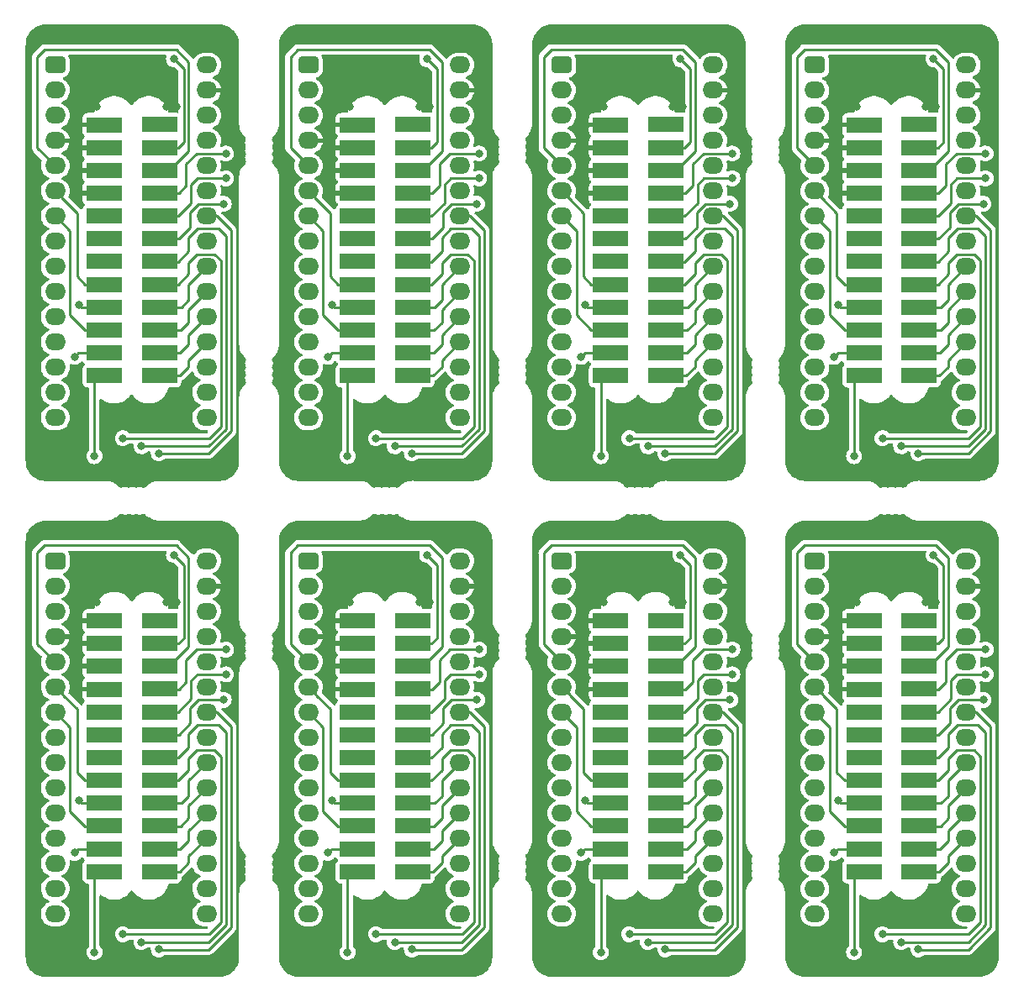
<source format=gtl>
G04 #@! TF.GenerationSoftware,KiCad,Pcbnew,6.0.0-d3dd2cf0fa~116~ubuntu20.04.1*
G04 #@! TF.CreationDate,2022-01-17T17:50:43+01:00*
G04 #@! TF.ProjectId,8xArduino_GPIB_Cuttout,38784172-6475-4696-9e6f-5f475049425f,rev?*
G04 #@! TF.SameCoordinates,Original*
G04 #@! TF.FileFunction,Copper,L1,Top*
G04 #@! TF.FilePolarity,Positive*
%FSLAX46Y46*%
G04 Gerber Fmt 4.6, Leading zero omitted, Abs format (unit mm)*
G04 Created by KiCad (PCBNEW 6.0.0-d3dd2cf0fa~116~ubuntu20.04.1) date 2022-01-17 17:50:43*
%MOMM*%
%LPD*%
G01*
G04 APERTURE LIST*
G04 Aperture macros list*
%AMRoundRect*
0 Rectangle with rounded corners*
0 $1 Rounding radius*
0 $2 $3 $4 $5 $6 $7 $8 $9 X,Y pos of 4 corners*
0 Add a 4 corners polygon primitive as box body*
4,1,4,$2,$3,$4,$5,$6,$7,$8,$9,$2,$3,0*
0 Add four circle primitives for the rounded corners*
1,1,$1+$1,$2,$3*
1,1,$1+$1,$4,$5*
1,1,$1+$1,$6,$7*
1,1,$1+$1,$8,$9*
0 Add four rect primitives between the rounded corners*
20,1,$1+$1,$2,$3,$4,$5,0*
20,1,$1+$1,$4,$5,$6,$7,0*
20,1,$1+$1,$6,$7,$8,$9,0*
20,1,$1+$1,$8,$9,$2,$3,0*%
G04 Aperture macros list end*
G04 #@! TA.AperFunction,ComponentPad*
%ADD10RoundRect,0.200000X-1.600000X0.600000X-1.600000X-0.600000X1.600000X-0.600000X1.600000X0.600000X0*%
G04 #@! TD*
G04 #@! TA.AperFunction,ComponentPad*
%ADD11RoundRect,0.425000X-0.625000X-0.425000X0.625000X-0.425000X0.625000X0.425000X-0.625000X0.425000X0*%
G04 #@! TD*
G04 #@! TA.AperFunction,ComponentPad*
%ADD12O,2.100000X1.700000*%
G04 #@! TD*
G04 #@! TA.AperFunction,ViaPad*
%ADD13C,0.800000*%
G04 #@! TD*
G04 #@! TA.AperFunction,Conductor*
%ADD14C,0.250000*%
G04 #@! TD*
G04 APERTURE END LIST*
D10*
X157415000Y-91050000D03*
X157415000Y-88750000D03*
X157415000Y-86450000D03*
X157415000Y-84150000D03*
X157415000Y-81850000D03*
X157415000Y-79550000D03*
X157415000Y-77250000D03*
X157415000Y-74950000D03*
X157415000Y-72650000D03*
X157415000Y-70350000D03*
X157415000Y-68050000D03*
X157415000Y-65750000D03*
X151835000Y-91050000D03*
X151835000Y-88750900D03*
X151835000Y-86451810D03*
X151835000Y-84152720D03*
X151835000Y-81853630D03*
X151835000Y-79554540D03*
X151835000Y-77255450D03*
X151835000Y-74956360D03*
X151835000Y-72657270D03*
X151835000Y-70358180D03*
X151835000Y-68059090D03*
X151835000Y-65760000D03*
D11*
X172400001Y-109745001D03*
D12*
X172400001Y-112285001D03*
X172400001Y-114825001D03*
X172400001Y-117365001D03*
X172400001Y-119905001D03*
X172400001Y-122445001D03*
X172400001Y-124985001D03*
X172400001Y-127525001D03*
X172400001Y-130065001D03*
X172400001Y-132605001D03*
X172400001Y-135145001D03*
X172400001Y-137685001D03*
X172400001Y-140225001D03*
X172400001Y-142765001D03*
X172400001Y-145305001D03*
X187640001Y-145305001D03*
X187640001Y-142765001D03*
X187640001Y-140225001D03*
X187640001Y-137685001D03*
X187640001Y-135145001D03*
X187640001Y-132605001D03*
X187640001Y-130065001D03*
X187640001Y-127525001D03*
X187640001Y-124985001D03*
X187640001Y-122445001D03*
X187640001Y-119905001D03*
X187640001Y-117365001D03*
X187640001Y-114825001D03*
X187640001Y-112285001D03*
X187640001Y-109745001D03*
D10*
X131915000Y-141050000D03*
X131915000Y-138750000D03*
X131915000Y-136450000D03*
X131915000Y-134150000D03*
X131915000Y-131850000D03*
X131915000Y-129550000D03*
X131915000Y-127250000D03*
X131915000Y-124950000D03*
X131915000Y-122650000D03*
X131915000Y-120350000D03*
X131915000Y-118050000D03*
X131915000Y-115750000D03*
X126335000Y-141050000D03*
X126335000Y-138750900D03*
X126335000Y-136451810D03*
X126335000Y-134152720D03*
X126335000Y-131853630D03*
X126335000Y-129554540D03*
X126335000Y-127255450D03*
X126335000Y-124956360D03*
X126335000Y-122657270D03*
X126335000Y-120358180D03*
X126335000Y-118059090D03*
X126335000Y-115760000D03*
D11*
X121400001Y-59745001D03*
D12*
X121400001Y-62285001D03*
X121400001Y-64825001D03*
X121400001Y-67365001D03*
X121400001Y-69905001D03*
X121400001Y-72445001D03*
X121400001Y-74985001D03*
X121400001Y-77525001D03*
X121400001Y-80065001D03*
X121400001Y-82605001D03*
X121400001Y-85145001D03*
X121400001Y-87685001D03*
X121400001Y-90225001D03*
X121400001Y-92765001D03*
X121400001Y-95305001D03*
X136640001Y-95305001D03*
X136640001Y-92765001D03*
X136640001Y-90225001D03*
X136640001Y-87685001D03*
X136640001Y-85145001D03*
X136640001Y-82605001D03*
X136640001Y-80065001D03*
X136640001Y-77525001D03*
X136640001Y-74985001D03*
X136640001Y-72445001D03*
X136640001Y-69905001D03*
X136640001Y-67365001D03*
X136640001Y-64825001D03*
X136640001Y-62285001D03*
X136640001Y-59745001D03*
D10*
X106392500Y-91050000D03*
X106392500Y-88750000D03*
X106392500Y-86450000D03*
X106392500Y-84150000D03*
X106392500Y-81850000D03*
X106392500Y-79550000D03*
X106392500Y-77250000D03*
X106392500Y-74950000D03*
X106392500Y-72650000D03*
X106392500Y-70350000D03*
X106392500Y-68050000D03*
X106392500Y-65750000D03*
X100812500Y-91050000D03*
X100812500Y-88750900D03*
X100812500Y-86451810D03*
X100812500Y-84152720D03*
X100812500Y-81853630D03*
X100812500Y-79554540D03*
X100812500Y-77255450D03*
X100812500Y-74956360D03*
X100812500Y-72657270D03*
X100812500Y-70358180D03*
X100812500Y-68059090D03*
X100812500Y-65760000D03*
D11*
X95900001Y-109745001D03*
D12*
X95900001Y-112285001D03*
X95900001Y-114825001D03*
X95900001Y-117365001D03*
X95900001Y-119905001D03*
X95900001Y-122445001D03*
X95900001Y-124985001D03*
X95900001Y-127525001D03*
X95900001Y-130065001D03*
X95900001Y-132605001D03*
X95900001Y-135145001D03*
X95900001Y-137685001D03*
X95900001Y-140225001D03*
X95900001Y-142765001D03*
X95900001Y-145305001D03*
X111140001Y-145305001D03*
X111140001Y-142765001D03*
X111140001Y-140225001D03*
X111140001Y-137685001D03*
X111140001Y-135145001D03*
X111140001Y-132605001D03*
X111140001Y-130065001D03*
X111140001Y-127525001D03*
X111140001Y-124985001D03*
X111140001Y-122445001D03*
X111140001Y-119905001D03*
X111140001Y-117365001D03*
X111140001Y-114825001D03*
X111140001Y-112285001D03*
X111140001Y-109745001D03*
D10*
X131915000Y-91050000D03*
X131915000Y-88750000D03*
X131915000Y-86450000D03*
X131915000Y-84150000D03*
X131915000Y-81850000D03*
X131915000Y-79550000D03*
X131915000Y-77250000D03*
X131915000Y-74950000D03*
X131915000Y-72650000D03*
X131915000Y-70350000D03*
X131915000Y-68050000D03*
X131915000Y-65750000D03*
X126335000Y-91050000D03*
X126335000Y-88750900D03*
X126335000Y-86451810D03*
X126335000Y-84152720D03*
X126335000Y-81853630D03*
X126335000Y-79554540D03*
X126335000Y-77255450D03*
X126335000Y-74956360D03*
X126335000Y-72657270D03*
X126335000Y-70358180D03*
X126335000Y-68059090D03*
X126335000Y-65760000D03*
X182915000Y-91050000D03*
X182915000Y-88750000D03*
X182915000Y-86450000D03*
X182915000Y-84150000D03*
X182915000Y-81850000D03*
X182915000Y-79550000D03*
X182915000Y-77250000D03*
X182915000Y-74950000D03*
X182915000Y-72650000D03*
X182915000Y-70350000D03*
X182915000Y-68050000D03*
X182915000Y-65750000D03*
X177335000Y-91050000D03*
X177335000Y-88750900D03*
X177335000Y-86451810D03*
X177335000Y-84152720D03*
X177335000Y-81853630D03*
X177335000Y-79554540D03*
X177335000Y-77255450D03*
X177335000Y-74956360D03*
X177335000Y-72657270D03*
X177335000Y-70358180D03*
X177335000Y-68059090D03*
X177335000Y-65760000D03*
D11*
X146900001Y-59745001D03*
D12*
X146900001Y-62285001D03*
X146900001Y-64825001D03*
X146900001Y-67365001D03*
X146900001Y-69905001D03*
X146900001Y-72445001D03*
X146900001Y-74985001D03*
X146900001Y-77525001D03*
X146900001Y-80065001D03*
X146900001Y-82605001D03*
X146900001Y-85145001D03*
X146900001Y-87685001D03*
X146900001Y-90225001D03*
X146900001Y-92765001D03*
X146900001Y-95305001D03*
X162140001Y-95305001D03*
X162140001Y-92765001D03*
X162140001Y-90225001D03*
X162140001Y-87685001D03*
X162140001Y-85145001D03*
X162140001Y-82605001D03*
X162140001Y-80065001D03*
X162140001Y-77525001D03*
X162140001Y-74985001D03*
X162140001Y-72445001D03*
X162140001Y-69905001D03*
X162140001Y-67365001D03*
X162140001Y-64825001D03*
X162140001Y-62285001D03*
X162140001Y-59745001D03*
D10*
X182915000Y-141050000D03*
X182915000Y-138750000D03*
X182915000Y-136450000D03*
X182915000Y-134150000D03*
X182915000Y-131850000D03*
X182915000Y-129550000D03*
X182915000Y-127250000D03*
X182915000Y-124950000D03*
X182915000Y-122650000D03*
X182915000Y-120350000D03*
X182915000Y-118050000D03*
X182915000Y-115750000D03*
X177335000Y-141050000D03*
X177335000Y-138750900D03*
X177335000Y-136451810D03*
X177335000Y-134152720D03*
X177335000Y-131853630D03*
X177335000Y-129554540D03*
X177335000Y-127255450D03*
X177335000Y-124956360D03*
X177335000Y-122657270D03*
X177335000Y-120358180D03*
X177335000Y-118059090D03*
X177335000Y-115760000D03*
D11*
X172400001Y-59745001D03*
D12*
X172400001Y-62285001D03*
X172400001Y-64825001D03*
X172400001Y-67365001D03*
X172400001Y-69905001D03*
X172400001Y-72445001D03*
X172400001Y-74985001D03*
X172400001Y-77525001D03*
X172400001Y-80065001D03*
X172400001Y-82605001D03*
X172400001Y-85145001D03*
X172400001Y-87685001D03*
X172400001Y-90225001D03*
X172400001Y-92765001D03*
X172400001Y-95305001D03*
X187640001Y-95305001D03*
X187640001Y-92765001D03*
X187640001Y-90225001D03*
X187640001Y-87685001D03*
X187640001Y-85145001D03*
X187640001Y-82605001D03*
X187640001Y-80065001D03*
X187640001Y-77525001D03*
X187640001Y-74985001D03*
X187640001Y-72445001D03*
X187640001Y-69905001D03*
X187640001Y-67365001D03*
X187640001Y-64825001D03*
X187640001Y-62285001D03*
X187640001Y-59745001D03*
D11*
X146900001Y-109745001D03*
D12*
X146900001Y-112285001D03*
X146900001Y-114825001D03*
X146900001Y-117365001D03*
X146900001Y-119905001D03*
X146900001Y-122445001D03*
X146900001Y-124985001D03*
X146900001Y-127525001D03*
X146900001Y-130065001D03*
X146900001Y-132605001D03*
X146900001Y-135145001D03*
X146900001Y-137685001D03*
X146900001Y-140225001D03*
X146900001Y-142765001D03*
X146900001Y-145305001D03*
X162140001Y-145305001D03*
X162140001Y-142765001D03*
X162140001Y-140225001D03*
X162140001Y-137685001D03*
X162140001Y-135145001D03*
X162140001Y-132605001D03*
X162140001Y-130065001D03*
X162140001Y-127525001D03*
X162140001Y-124985001D03*
X162140001Y-122445001D03*
X162140001Y-119905001D03*
X162140001Y-117365001D03*
X162140001Y-114825001D03*
X162140001Y-112285001D03*
X162140001Y-109745001D03*
D10*
X106415000Y-141050000D03*
X106415000Y-138750000D03*
X106415000Y-136450000D03*
X106415000Y-134150000D03*
X106415000Y-131850000D03*
X106415000Y-129550000D03*
X106415000Y-127250000D03*
X106415000Y-124950000D03*
X106415000Y-122650000D03*
X106415000Y-120350000D03*
X106415000Y-118050000D03*
X106415000Y-115750000D03*
X100835000Y-141050000D03*
X100835000Y-138750900D03*
X100835000Y-136451810D03*
X100835000Y-134152720D03*
X100835000Y-131853630D03*
X100835000Y-129554540D03*
X100835000Y-127255450D03*
X100835000Y-124956360D03*
X100835000Y-122657270D03*
X100835000Y-120358180D03*
X100835000Y-118059090D03*
X100835000Y-115760000D03*
D11*
X121400001Y-109745001D03*
D12*
X121400001Y-112285001D03*
X121400001Y-114825001D03*
X121400001Y-117365001D03*
X121400001Y-119905001D03*
X121400001Y-122445001D03*
X121400001Y-124985001D03*
X121400001Y-127525001D03*
X121400001Y-130065001D03*
X121400001Y-132605001D03*
X121400001Y-135145001D03*
X121400001Y-137685001D03*
X121400001Y-140225001D03*
X121400001Y-142765001D03*
X121400001Y-145305001D03*
X136640001Y-145305001D03*
X136640001Y-142765001D03*
X136640001Y-140225001D03*
X136640001Y-137685001D03*
X136640001Y-135145001D03*
X136640001Y-132605001D03*
X136640001Y-130065001D03*
X136640001Y-127525001D03*
X136640001Y-124985001D03*
X136640001Y-122445001D03*
X136640001Y-119905001D03*
X136640001Y-117365001D03*
X136640001Y-114825001D03*
X136640001Y-112285001D03*
X136640001Y-109745001D03*
D11*
X95900001Y-59745001D03*
D12*
X95900001Y-62285001D03*
X95900001Y-64825001D03*
X95900001Y-67365001D03*
X95900001Y-69905001D03*
X95900001Y-72445001D03*
X95900001Y-74985001D03*
X95900001Y-77525001D03*
X95900001Y-80065001D03*
X95900001Y-82605001D03*
X95900001Y-85145001D03*
X95900001Y-87685001D03*
X95900001Y-90225001D03*
X95900001Y-92765001D03*
X95900001Y-95305001D03*
X111140001Y-95305001D03*
X111140001Y-92765001D03*
X111140001Y-90225001D03*
X111140001Y-87685001D03*
X111140001Y-85145001D03*
X111140001Y-82605001D03*
X111140001Y-80065001D03*
X111140001Y-77525001D03*
X111140001Y-74985001D03*
X111140001Y-72445001D03*
X111140001Y-69905001D03*
X111140001Y-67365001D03*
X111140001Y-64825001D03*
X111140001Y-62285001D03*
X111140001Y-59745001D03*
D10*
X157415000Y-141050000D03*
X157415000Y-138750000D03*
X157415000Y-136450000D03*
X157415000Y-134150000D03*
X157415000Y-131850000D03*
X157415000Y-129550000D03*
X157415000Y-127250000D03*
X157415000Y-124950000D03*
X157415000Y-122650000D03*
X157415000Y-120350000D03*
X157415000Y-118050000D03*
X157415000Y-115750000D03*
X151835000Y-141050000D03*
X151835000Y-138750900D03*
X151835000Y-136451810D03*
X151835000Y-134152720D03*
X151835000Y-131853630D03*
X151835000Y-129554540D03*
X151835000Y-127255450D03*
X151835000Y-124956360D03*
X151835000Y-122657270D03*
X151835000Y-120358180D03*
X151835000Y-118059090D03*
X151835000Y-115760000D03*
D13*
X151095000Y-63910000D03*
X112845000Y-100160000D03*
X132595000Y-63910000D03*
X94145000Y-56860000D03*
X119645000Y-56860000D03*
X138345000Y-106860000D03*
X189345000Y-150160000D03*
X107095000Y-113910000D03*
X108095000Y-63910000D03*
X145245000Y-150260000D03*
X112845000Y-106860000D03*
X189345000Y-106860000D03*
X99595000Y-62910000D03*
X159095000Y-63910000D03*
X112845000Y-56860000D03*
X125595000Y-113910000D03*
X145245000Y-100260000D03*
X100095000Y-63910000D03*
X183595000Y-63910000D03*
X175595000Y-113910000D03*
X151095000Y-113910000D03*
X184095000Y-112910000D03*
X176595000Y-113910000D03*
X112845000Y-150160000D03*
X124595000Y-63910000D03*
X174045000Y-98560000D03*
X148545000Y-98560000D03*
X133595000Y-113910000D03*
X176095000Y-62910000D03*
X94145000Y-106860000D03*
X163845000Y-150160000D03*
X94245000Y-100260000D03*
X176095000Y-112910000D03*
X99595000Y-112910000D03*
X158595000Y-112910000D03*
X163845000Y-100160000D03*
X132595000Y-113910000D03*
X125595000Y-63910000D03*
X100095000Y-113910000D03*
X189345000Y-100160000D03*
X99095000Y-63910000D03*
X97545000Y-148560000D03*
X150095000Y-113910000D03*
X123045000Y-98560000D03*
X184095000Y-62910000D03*
X94245000Y-150260000D03*
X108095000Y-113910000D03*
X133095000Y-112910000D03*
X138345000Y-56860000D03*
X133095000Y-62910000D03*
X158095000Y-63910000D03*
X107595000Y-112910000D03*
X125095000Y-62910000D03*
X170645000Y-106860000D03*
X145145000Y-106860000D03*
X184595000Y-63910000D03*
X99095000Y-113910000D03*
X163845000Y-56860000D03*
X145145000Y-56860000D03*
X107595000Y-62910000D03*
X163845000Y-106860000D03*
X124595000Y-113910000D03*
X133595000Y-63910000D03*
X159095000Y-113910000D03*
X158095000Y-113910000D03*
X148545000Y-148560000D03*
X174045000Y-148560000D03*
X150595000Y-62910000D03*
X107095000Y-63910000D03*
X184595000Y-113910000D03*
X138345000Y-150160000D03*
X97545000Y-98560000D03*
X170645000Y-56860000D03*
X119745000Y-150260000D03*
X158595000Y-62910000D03*
X183595000Y-113910000D03*
X119745000Y-100260000D03*
X176595000Y-63910000D03*
X150095000Y-63910000D03*
X170745000Y-150260000D03*
X119645000Y-106860000D03*
X123045000Y-148560000D03*
X125095000Y-112910000D03*
X175595000Y-63910000D03*
X138345000Y-100160000D03*
X189345000Y-56860000D03*
X170745000Y-100260000D03*
X150595000Y-112910000D03*
X150845000Y-149160000D03*
X125345000Y-99160000D03*
X99845000Y-149160000D03*
X176345000Y-149160000D03*
X99845000Y-99160000D03*
X176345000Y-99160000D03*
X125345000Y-149160000D03*
X150845000Y-99160000D03*
X123770000Y-133910000D03*
X98270000Y-133910000D03*
X98270000Y-83910000D03*
X174770000Y-133910000D03*
X149270000Y-133910000D03*
X174770000Y-83910000D03*
X123770000Y-83910000D03*
X149270000Y-83910000D03*
X148845000Y-89160000D03*
X106325000Y-98890000D03*
X148845000Y-139160000D03*
X157325000Y-148890000D03*
X174345000Y-139160000D03*
X174345000Y-89160000D03*
X123345000Y-139160000D03*
X182825000Y-148890000D03*
X106325000Y-148890000D03*
X182825000Y-98890000D03*
X131825000Y-148890000D03*
X97845000Y-89160000D03*
X131825000Y-98890000D03*
X157325000Y-98890000D03*
X123345000Y-89160000D03*
X97845000Y-139160000D03*
X184350000Y-59145000D03*
X133350000Y-109145000D03*
X107850000Y-59145000D03*
X158850000Y-109145000D03*
X158850000Y-59145000D03*
X133350000Y-59145000D03*
X184350000Y-109145000D03*
X107850000Y-109145000D03*
X189595000Y-118660000D03*
X164095000Y-118660000D03*
X189595000Y-68660000D03*
X113095000Y-118660000D03*
X164095000Y-68660000D03*
X113095000Y-68660000D03*
X138595000Y-68660000D03*
X138595000Y-118660000D03*
X189595000Y-121160000D03*
X189595000Y-71160000D03*
X164095000Y-71160000D03*
X138595000Y-121160000D03*
X113095000Y-121160000D03*
X113095000Y-71160000D03*
X138595000Y-71160000D03*
X164095000Y-121160000D03*
X189370500Y-73730000D03*
X138370500Y-123730000D03*
X112870500Y-123730000D03*
X189370500Y-123730000D03*
X163870500Y-123730000D03*
X163870500Y-73730000D03*
X138370500Y-73730000D03*
X112870500Y-73730000D03*
X130095000Y-148160000D03*
X181095000Y-148160000D03*
X104595000Y-148160000D03*
X104595000Y-98160000D03*
X155595000Y-98160000D03*
X181095000Y-98160000D03*
X130095000Y-98160000D03*
X155595000Y-148160000D03*
X128215000Y-147360000D03*
X179215000Y-97360000D03*
X102715000Y-147360000D03*
X153715000Y-147360000D03*
X179215000Y-147360000D03*
X102715000Y-97360000D03*
X153715000Y-97360000D03*
X128215000Y-97360000D03*
D14*
X185845000Y-140160000D02*
X185845000Y-139480002D01*
X107345000Y-91060000D02*
X108445000Y-91060000D01*
X133945000Y-141060000D02*
X134845000Y-140160000D01*
X107345000Y-141060000D02*
X108445000Y-141060000D01*
X109345000Y-140160000D02*
X109345000Y-139480002D01*
X160345000Y-89480002D02*
X162140001Y-87685001D01*
X134845000Y-90160000D02*
X134845000Y-89480002D01*
X160345000Y-139480002D02*
X162140001Y-137685001D01*
X132845000Y-91060000D02*
X133945000Y-91060000D01*
X134845000Y-140160000D02*
X134845000Y-139480002D01*
X108445000Y-91060000D02*
X109345000Y-90160000D01*
X108445000Y-141060000D02*
X109345000Y-140160000D01*
X185845000Y-139480002D02*
X187640001Y-137685001D01*
X160345000Y-140160000D02*
X160345000Y-139480002D01*
X158345000Y-91060000D02*
X159445000Y-91060000D01*
X109345000Y-89480002D02*
X111140001Y-87685001D01*
X134845000Y-89480002D02*
X136640001Y-87685001D01*
X159445000Y-91060000D02*
X160345000Y-90160000D01*
X183845000Y-91060000D02*
X184945000Y-91060000D01*
X109345000Y-90160000D02*
X109345000Y-89480002D01*
X132845000Y-141060000D02*
X133945000Y-141060000D01*
X185845000Y-90160000D02*
X185845000Y-89480002D01*
X184945000Y-91060000D02*
X185845000Y-90160000D01*
X184945000Y-141060000D02*
X185845000Y-140160000D01*
X185845000Y-89480002D02*
X187640001Y-87685001D01*
X158345000Y-141060000D02*
X159445000Y-141060000D01*
X134845000Y-139480002D02*
X136640001Y-137685001D01*
X133945000Y-91060000D02*
X134845000Y-90160000D01*
X160345000Y-90160000D02*
X160345000Y-89480002D01*
X183845000Y-141060000D02*
X184945000Y-141060000D01*
X109345000Y-139480002D02*
X111140001Y-137685001D01*
X159445000Y-141060000D02*
X160345000Y-140160000D01*
X158345000Y-138760000D02*
X159495000Y-138760000D01*
X132845000Y-138760000D02*
X133995000Y-138760000D01*
X108495000Y-88760000D02*
X109345000Y-87910000D01*
X108495000Y-138760000D02*
X109345000Y-137910000D01*
X185845000Y-87910000D02*
X185845000Y-86940002D01*
X158345000Y-88760000D02*
X159495000Y-88760000D01*
X160345000Y-87910000D02*
X160345000Y-86940002D01*
X109345000Y-87910000D02*
X109345000Y-86940002D01*
X134845000Y-86940002D02*
X136640001Y-85145001D01*
X160345000Y-137910000D02*
X160345000Y-136940002D01*
X133995000Y-88760000D02*
X134845000Y-87910000D01*
X109345000Y-136940002D02*
X111140001Y-135145001D01*
X109345000Y-137910000D02*
X109345000Y-136940002D01*
X134845000Y-87910000D02*
X134845000Y-86940002D01*
X160345000Y-136940002D02*
X162140001Y-135145001D01*
X132845000Y-88760000D02*
X133995000Y-88760000D01*
X134845000Y-136940002D02*
X136640001Y-135145001D01*
X185845000Y-86940002D02*
X187640001Y-85145001D01*
X107345000Y-138760000D02*
X108495000Y-138760000D01*
X184995000Y-138760000D02*
X185845000Y-137910000D01*
X184995000Y-88760000D02*
X185845000Y-87910000D01*
X107345000Y-88760000D02*
X108495000Y-88760000D01*
X160345000Y-86940002D02*
X162140001Y-85145001D01*
X109345000Y-86940002D02*
X111140001Y-85145001D01*
X134845000Y-137910000D02*
X134845000Y-136940002D01*
X185845000Y-136940002D02*
X187640001Y-135145001D01*
X183845000Y-88760000D02*
X184995000Y-88760000D01*
X133995000Y-138760000D02*
X134845000Y-137910000D01*
X159495000Y-138760000D02*
X160345000Y-137910000D01*
X185845000Y-137910000D02*
X185845000Y-136940002D01*
X159495000Y-88760000D02*
X160345000Y-87910000D01*
X183845000Y-138760000D02*
X184995000Y-138760000D01*
X185845000Y-118410000D02*
X185845000Y-109410000D01*
X133595000Y-108160000D02*
X120345000Y-108160000D01*
X185845000Y-59410000D02*
X184595000Y-58160000D01*
X170595000Y-118100000D02*
X172400001Y-119905001D01*
X171345000Y-58160000D02*
X170595000Y-58910000D01*
X119595000Y-108910000D02*
X119595000Y-118100000D01*
X108095000Y-108160000D02*
X94845000Y-108160000D01*
X107395000Y-120360000D02*
X109345000Y-118410000D01*
X120345000Y-58160000D02*
X119595000Y-58910000D01*
X94095000Y-58910000D02*
X94095000Y-68100000D01*
X109345000Y-109410000D02*
X108095000Y-108160000D01*
X160345000Y-109410000D02*
X159095000Y-108160000D01*
X183895000Y-120360000D02*
X185845000Y-118410000D01*
X160345000Y-68410000D02*
X160345000Y-59410000D01*
X183845000Y-120360000D02*
X183895000Y-120360000D01*
X120345000Y-108160000D02*
X119595000Y-108910000D01*
X94095000Y-118100000D02*
X95900001Y-119905001D01*
X119595000Y-58910000D02*
X119595000Y-68100000D01*
X185845000Y-109410000D02*
X184595000Y-108160000D01*
X107345000Y-70360000D02*
X107395000Y-70360000D01*
X170595000Y-68100000D02*
X172400001Y-69905001D01*
X134845000Y-118410000D02*
X134845000Y-109410000D01*
X109345000Y-59410000D02*
X108095000Y-58160000D01*
X109345000Y-118410000D02*
X109345000Y-109410000D01*
X184595000Y-108160000D02*
X171345000Y-108160000D01*
X145095000Y-108910000D02*
X145095000Y-118100000D01*
X145845000Y-58160000D02*
X145095000Y-58910000D01*
X183895000Y-70360000D02*
X185845000Y-68410000D01*
X119595000Y-118100000D02*
X121400001Y-119905001D01*
X132845000Y-120360000D02*
X132895000Y-120360000D01*
X159095000Y-58160000D02*
X145845000Y-58160000D01*
X108095000Y-58160000D02*
X94845000Y-58160000D01*
X94845000Y-58160000D02*
X94095000Y-58910000D01*
X134845000Y-109410000D02*
X133595000Y-108160000D01*
X145095000Y-118100000D02*
X146900001Y-119905001D01*
X132845000Y-70360000D02*
X132895000Y-70360000D01*
X171345000Y-108160000D02*
X170595000Y-108910000D01*
X109345000Y-68410000D02*
X109345000Y-59410000D01*
X185845000Y-68410000D02*
X185845000Y-59410000D01*
X94845000Y-108160000D02*
X94095000Y-108910000D01*
X145095000Y-68100000D02*
X146900001Y-69905001D01*
X183845000Y-70360000D02*
X183895000Y-70360000D01*
X134845000Y-68410000D02*
X134845000Y-59410000D01*
X158395000Y-120360000D02*
X160345000Y-118410000D01*
X184595000Y-58160000D02*
X171345000Y-58160000D01*
X160345000Y-59410000D02*
X159095000Y-58160000D01*
X159095000Y-108160000D02*
X145845000Y-108160000D01*
X158345000Y-120360000D02*
X158395000Y-120360000D01*
X133595000Y-58160000D02*
X120345000Y-58160000D01*
X132895000Y-70360000D02*
X134845000Y-68410000D01*
X94095000Y-108910000D02*
X94095000Y-118100000D01*
X170595000Y-58910000D02*
X170595000Y-68100000D01*
X158345000Y-70360000D02*
X158395000Y-70360000D01*
X94095000Y-68100000D02*
X95900001Y-69905001D01*
X134845000Y-59410000D02*
X133595000Y-58160000D01*
X119595000Y-68100000D02*
X121400001Y-69905001D01*
X107395000Y-70360000D02*
X109345000Y-68410000D01*
X158395000Y-70360000D02*
X160345000Y-68410000D01*
X145845000Y-108160000D02*
X145095000Y-108910000D01*
X132895000Y-120360000D02*
X134845000Y-118410000D01*
X107345000Y-120360000D02*
X107395000Y-120360000D01*
X145095000Y-58910000D02*
X145095000Y-68100000D01*
X160345000Y-118410000D02*
X160345000Y-109410000D01*
X170595000Y-108910000D02*
X170595000Y-118100000D01*
X160345000Y-84400002D02*
X162140001Y-82605001D01*
X134045000Y-136460000D02*
X134845000Y-135660000D01*
X134845000Y-135660000D02*
X134845000Y-134400002D01*
X185845000Y-135660000D02*
X185845000Y-134400002D01*
X109345000Y-85660000D02*
X109345000Y-84400002D01*
X109345000Y-134400002D02*
X111140001Y-132605001D01*
X134845000Y-85660000D02*
X134845000Y-84400002D01*
X185845000Y-84400002D02*
X187640001Y-82605001D01*
X160345000Y-134400002D02*
X162140001Y-132605001D01*
X107345000Y-136460000D02*
X108545000Y-136460000D01*
X183845000Y-136460000D02*
X185045000Y-136460000D01*
X185845000Y-85660000D02*
X185845000Y-84400002D01*
X109345000Y-135660000D02*
X109345000Y-134400002D01*
X108545000Y-136460000D02*
X109345000Y-135660000D01*
X158345000Y-86460000D02*
X159545000Y-86460000D01*
X159545000Y-86460000D02*
X160345000Y-85660000D01*
X132845000Y-86460000D02*
X134045000Y-86460000D01*
X134845000Y-84400002D02*
X136640001Y-82605001D01*
X158345000Y-136460000D02*
X159545000Y-136460000D01*
X134845000Y-134400002D02*
X136640001Y-132605001D01*
X185045000Y-136460000D02*
X185845000Y-135660000D01*
X160345000Y-135660000D02*
X160345000Y-134400002D01*
X132845000Y-136460000D02*
X134045000Y-136460000D01*
X185045000Y-86460000D02*
X185845000Y-85660000D01*
X183845000Y-86460000D02*
X185045000Y-86460000D01*
X185845000Y-134400002D02*
X187640001Y-132605001D01*
X159545000Y-136460000D02*
X160345000Y-135660000D01*
X107345000Y-86460000D02*
X108545000Y-86460000D01*
X160345000Y-85660000D02*
X160345000Y-84400002D01*
X108545000Y-86460000D02*
X109345000Y-85660000D01*
X109345000Y-84400002D02*
X111140001Y-82605001D01*
X134045000Y-86460000D02*
X134845000Y-85660000D01*
X99845000Y-81860000D02*
X98895000Y-81860000D01*
X124395000Y-81860000D02*
X123595000Y-81060000D01*
X149095000Y-131060000D02*
X149095000Y-124660000D01*
X150845000Y-81860000D02*
X149895000Y-81860000D01*
X174595000Y-131060000D02*
X174595000Y-124660000D01*
X95900001Y-122445001D02*
X96700000Y-123245000D01*
X123595000Y-81060000D02*
X123595000Y-74660000D01*
X175395000Y-131860000D02*
X174595000Y-131060000D01*
X172400001Y-122445001D02*
X173200000Y-123245000D01*
X147700000Y-123245000D02*
X147700000Y-123265000D01*
X96700000Y-73245000D02*
X96700000Y-73265000D01*
X147700000Y-73265000D02*
X149095000Y-74660000D01*
X150845000Y-131860000D02*
X149895000Y-131860000D01*
X98895000Y-81860000D02*
X98095000Y-81060000D01*
X95900001Y-72445001D02*
X96700000Y-73245000D01*
X125345000Y-131860000D02*
X124395000Y-131860000D01*
X149095000Y-81060000D02*
X149095000Y-74660000D01*
X121400001Y-72445001D02*
X122200000Y-73245000D01*
X176345000Y-81860000D02*
X175395000Y-81860000D01*
X149895000Y-81860000D02*
X149095000Y-81060000D01*
X122200000Y-73245000D02*
X122200000Y-73265000D01*
X98895000Y-131860000D02*
X98095000Y-131060000D01*
X173200000Y-73265000D02*
X174595000Y-74660000D01*
X122200000Y-123245000D02*
X122200000Y-123265000D01*
X96700000Y-123265000D02*
X98095000Y-124660000D01*
X122200000Y-73265000D02*
X123595000Y-74660000D01*
X98095000Y-131060000D02*
X98095000Y-124660000D01*
X98095000Y-81060000D02*
X98095000Y-74660000D01*
X125345000Y-81860000D02*
X124395000Y-81860000D01*
X173200000Y-123245000D02*
X173200000Y-123265000D01*
X172400001Y-72445001D02*
X173200000Y-73245000D01*
X123595000Y-131060000D02*
X123595000Y-124660000D01*
X146900001Y-72445001D02*
X147700000Y-73245000D01*
X175395000Y-81860000D02*
X174595000Y-81060000D01*
X147700000Y-73245000D02*
X147700000Y-73265000D01*
X147700000Y-123265000D02*
X149095000Y-124660000D01*
X122200000Y-123265000D02*
X123595000Y-124660000D01*
X174595000Y-81060000D02*
X174595000Y-74660000D01*
X146900001Y-122445001D02*
X147700000Y-123245000D01*
X96700000Y-73265000D02*
X98095000Y-74660000D01*
X149895000Y-131860000D02*
X149095000Y-131060000D01*
X176345000Y-131860000D02*
X175395000Y-131860000D01*
X124395000Y-131860000D02*
X123595000Y-131060000D01*
X121400001Y-122445001D02*
X122200000Y-123245000D01*
X99845000Y-131860000D02*
X98895000Y-131860000D01*
X173200000Y-73245000D02*
X173200000Y-73265000D01*
X173200000Y-123265000D02*
X174595000Y-124660000D01*
X96700000Y-123245000D02*
X96700000Y-123265000D01*
X107345000Y-134160000D02*
X108595000Y-134160000D01*
X134095000Y-134160000D02*
X134845000Y-133410000D01*
X134095000Y-84160000D02*
X134845000Y-83410000D01*
X134845000Y-83410000D02*
X134845000Y-81860002D01*
X108595000Y-84160000D02*
X109345000Y-83410000D01*
X159595000Y-84160000D02*
X160345000Y-83410000D01*
X185845000Y-131860002D02*
X187640001Y-130065001D01*
X134845000Y-81860002D02*
X136640001Y-80065001D01*
X132845000Y-84160000D02*
X134095000Y-84160000D01*
X160345000Y-131860002D02*
X162140001Y-130065001D01*
X185845000Y-133410000D02*
X185845000Y-131860002D01*
X160345000Y-133410000D02*
X160345000Y-131860002D01*
X183845000Y-84160000D02*
X185095000Y-84160000D01*
X160345000Y-83410000D02*
X160345000Y-81860002D01*
X109345000Y-133410000D02*
X109345000Y-131860002D01*
X158345000Y-134160000D02*
X159595000Y-134160000D01*
X109345000Y-83410000D02*
X109345000Y-81860002D01*
X160345000Y-81860002D02*
X162140001Y-80065001D01*
X109345000Y-81860002D02*
X111140001Y-80065001D01*
X183845000Y-134160000D02*
X185095000Y-134160000D01*
X185095000Y-84160000D02*
X185845000Y-83410000D01*
X185095000Y-134160000D02*
X185845000Y-133410000D01*
X185845000Y-81860002D02*
X187640001Y-80065001D01*
X109345000Y-131860002D02*
X111140001Y-130065001D01*
X132845000Y-134160000D02*
X134095000Y-134160000D01*
X134845000Y-133410000D02*
X134845000Y-131860002D01*
X134845000Y-131860002D02*
X136640001Y-130065001D01*
X107345000Y-84160000D02*
X108595000Y-84160000D01*
X158345000Y-84160000D02*
X159595000Y-84160000D01*
X159595000Y-134160000D02*
X160345000Y-133410000D01*
X108595000Y-134160000D02*
X109345000Y-133410000D01*
X185845000Y-83410000D02*
X185845000Y-81860002D01*
X175395000Y-86460000D02*
X173880000Y-84945000D01*
X146900001Y-124985001D02*
X148380000Y-126465000D01*
X176345000Y-136460000D02*
X175395000Y-136460000D01*
X173880000Y-134945000D02*
X173880000Y-126465000D01*
X149895000Y-86460000D02*
X148380000Y-84945000D01*
X122880000Y-84945000D02*
X122880000Y-76465000D01*
X176345000Y-86460000D02*
X175395000Y-86460000D01*
X148380000Y-84945000D02*
X148380000Y-76465000D01*
X172400001Y-124985001D02*
X173880000Y-126465000D01*
X173880000Y-84945000D02*
X173880000Y-76465000D01*
X125345000Y-86460000D02*
X124395000Y-86460000D01*
X150845000Y-86460000D02*
X149895000Y-86460000D01*
X95900001Y-74985001D02*
X97380000Y-76465000D01*
X172400001Y-74985001D02*
X173880000Y-76465000D01*
X98895000Y-136460000D02*
X97380000Y-134945000D01*
X97380000Y-134945000D02*
X97380000Y-126465000D01*
X124395000Y-136460000D02*
X122880000Y-134945000D01*
X122880000Y-134945000D02*
X122880000Y-126465000D01*
X146900001Y-74985001D02*
X148380000Y-76465000D01*
X150845000Y-136460000D02*
X149895000Y-136460000D01*
X98895000Y-86460000D02*
X97380000Y-84945000D01*
X99845000Y-86460000D02*
X98895000Y-86460000D01*
X95900001Y-124985001D02*
X97380000Y-126465000D01*
X148380000Y-134945000D02*
X148380000Y-126465000D01*
X99845000Y-136460000D02*
X98895000Y-136460000D01*
X121400001Y-74985001D02*
X122880000Y-76465000D01*
X125345000Y-136460000D02*
X124395000Y-136460000D01*
X121400001Y-124985001D02*
X122880000Y-126465000D01*
X175395000Y-136460000D02*
X173880000Y-134945000D01*
X149895000Y-136460000D02*
X148380000Y-134945000D01*
X97380000Y-84945000D02*
X97380000Y-76465000D01*
X124395000Y-86460000D02*
X122880000Y-84945000D01*
X125345000Y-141060000D02*
X125345000Y-149160000D01*
X99845000Y-91060000D02*
X99845000Y-99160000D01*
X150845000Y-91060000D02*
X150845000Y-99160000D01*
X150845000Y-141060000D02*
X150845000Y-149160000D01*
X99845000Y-141060000D02*
X99845000Y-149160000D01*
X125345000Y-91060000D02*
X125345000Y-99160000D01*
X176345000Y-141060000D02*
X176345000Y-149160000D01*
X176345000Y-91060000D02*
X176345000Y-99160000D01*
X125345000Y-134160000D02*
X124020000Y-134160000D01*
X176345000Y-134160000D02*
X175020000Y-134160000D01*
X98520000Y-134160000D02*
X98270000Y-133910000D01*
X150845000Y-134160000D02*
X149520000Y-134160000D01*
X98520000Y-84160000D02*
X98270000Y-83910000D01*
X124020000Y-84160000D02*
X123770000Y-83910000D01*
X175020000Y-134160000D02*
X174770000Y-133910000D01*
X124020000Y-134160000D02*
X123770000Y-133910000D01*
X125345000Y-84160000D02*
X124020000Y-84160000D01*
X150845000Y-84160000D02*
X149520000Y-84160000D01*
X99845000Y-84160000D02*
X98520000Y-84160000D01*
X99845000Y-134160000D02*
X98520000Y-134160000D01*
X149520000Y-84160000D02*
X149270000Y-83910000D01*
X176345000Y-84160000D02*
X175020000Y-84160000D01*
X175020000Y-84160000D02*
X174770000Y-83910000D01*
X149520000Y-134160000D02*
X149270000Y-133910000D01*
X164595000Y-76410000D02*
X164595000Y-96660000D01*
X139095000Y-126410000D02*
X139095000Y-146660000D01*
X190095000Y-126410000D02*
X190095000Y-146660000D01*
X162140001Y-74985001D02*
X163170001Y-74985001D01*
X136845000Y-98910000D02*
X132095000Y-98910000D01*
X125345000Y-88760000D02*
X123744999Y-88760001D01*
X164595000Y-96660000D02*
X162345000Y-98910000D01*
X188670001Y-124985001D02*
X190095000Y-126410000D01*
X98244999Y-138760001D02*
X97845000Y-139160000D01*
X187640001Y-124985001D02*
X188670001Y-124985001D01*
X162345000Y-148910000D02*
X157595000Y-148910000D01*
X174744999Y-138760001D02*
X174345000Y-139160000D01*
X162140001Y-124985001D02*
X163170001Y-124985001D01*
X190095000Y-96660000D02*
X187845000Y-98910000D01*
X125345000Y-138760000D02*
X123744999Y-138760001D01*
X149244999Y-88760001D02*
X148845000Y-89160000D01*
X164595000Y-146660000D02*
X162345000Y-148910000D01*
X123744999Y-88760001D02*
X123345000Y-89160000D01*
X187845000Y-98910000D02*
X183095000Y-98910000D01*
X136845000Y-148910000D02*
X132095000Y-148910000D01*
X136640001Y-74985001D02*
X137670001Y-74985001D01*
X190095000Y-76410000D02*
X190095000Y-96660000D01*
X113595000Y-96660000D02*
X111345000Y-98910000D01*
X163170001Y-74985001D02*
X164595000Y-76410000D01*
X113595000Y-126410000D02*
X113595000Y-146660000D01*
X174744999Y-88760001D02*
X174345000Y-89160000D01*
X112170001Y-74985001D02*
X113595000Y-76410000D01*
X111345000Y-98910000D02*
X106595000Y-98910000D01*
X111345000Y-148910000D02*
X106595000Y-148910000D01*
X99845000Y-138760000D02*
X98244999Y-138760001D01*
X98244999Y-88760001D02*
X97845000Y-89160000D01*
X149244999Y-138760001D02*
X148845000Y-139160000D01*
X176345000Y-88760000D02*
X174744999Y-88760001D01*
X163170001Y-124985001D02*
X164595000Y-126410000D01*
X150845000Y-88760000D02*
X149244999Y-88760001D01*
X137670001Y-124985001D02*
X139095000Y-126410000D01*
X111140001Y-74985001D02*
X112170001Y-74985001D01*
X113595000Y-146660000D02*
X111345000Y-148910000D01*
X136640001Y-124985001D02*
X137670001Y-124985001D01*
X111140001Y-124985001D02*
X112170001Y-124985001D01*
X139095000Y-96660000D02*
X136845000Y-98910000D01*
X123744999Y-138760001D02*
X123345000Y-139160000D01*
X188670001Y-74985001D02*
X190095000Y-76410000D01*
X187845000Y-148910000D02*
X183095000Y-148910000D01*
X99845000Y-88760000D02*
X98244999Y-88760001D01*
X164595000Y-126410000D02*
X164595000Y-146660000D01*
X190095000Y-146660000D02*
X187845000Y-148910000D01*
X176345000Y-138760000D02*
X174744999Y-138760001D01*
X139095000Y-146660000D02*
X136845000Y-148910000D01*
X137670001Y-74985001D02*
X139095000Y-76410000D01*
X139095000Y-76410000D02*
X139095000Y-96660000D01*
X162345000Y-98910000D02*
X157595000Y-98910000D01*
X187640001Y-74985001D02*
X188670001Y-74985001D01*
X113595000Y-76410000D02*
X113595000Y-96660000D01*
X112170001Y-124985001D02*
X113595000Y-126410000D01*
X150845000Y-138760000D02*
X149244999Y-138760001D01*
X108845000Y-60140000D02*
X107850000Y-59145000D01*
X108295000Y-118060000D02*
X108845000Y-117510000D01*
X185345000Y-117510000D02*
X185345000Y-110140000D01*
X158850000Y-59145000D02*
X158845000Y-59140000D01*
X158345000Y-118060000D02*
X159295000Y-118060000D01*
X108845000Y-67510000D02*
X108845000Y-60140000D01*
X108295000Y-68060000D02*
X108845000Y-67510000D01*
X184795000Y-68060000D02*
X185345000Y-67510000D01*
X185345000Y-110140000D02*
X184350000Y-109145000D01*
X158850000Y-109145000D02*
X158845000Y-109140000D01*
X108845000Y-110140000D02*
X107850000Y-109145000D01*
X183845000Y-118060000D02*
X184795000Y-118060000D01*
X185345000Y-67510000D02*
X185345000Y-60140000D01*
X184795000Y-118060000D02*
X185345000Y-117510000D01*
X107850000Y-59145000D02*
X107845000Y-59140000D01*
X159845000Y-60140000D02*
X158850000Y-59145000D01*
X134345000Y-117510000D02*
X134345000Y-110140000D01*
X183845000Y-68060000D02*
X184795000Y-68060000D01*
X133350000Y-59145000D02*
X133345000Y-59140000D01*
X133795000Y-68060000D02*
X134345000Y-67510000D01*
X134345000Y-110140000D02*
X133350000Y-109145000D01*
X132845000Y-118060000D02*
X133795000Y-118060000D01*
X107850000Y-109145000D02*
X107845000Y-109140000D01*
X159845000Y-67510000D02*
X159845000Y-60140000D01*
X185345000Y-60140000D02*
X184350000Y-59145000D01*
X107345000Y-118060000D02*
X108295000Y-118060000D01*
X107345000Y-68060000D02*
X108295000Y-68060000D01*
X184350000Y-109145000D02*
X184345000Y-109140000D01*
X158345000Y-68060000D02*
X159295000Y-68060000D01*
X159295000Y-118060000D02*
X159845000Y-117510000D01*
X134345000Y-60140000D02*
X133350000Y-59145000D01*
X133350000Y-109145000D02*
X133345000Y-109140000D01*
X134345000Y-67510000D02*
X134345000Y-60140000D01*
X132845000Y-68060000D02*
X133795000Y-68060000D01*
X159295000Y-68060000D02*
X159845000Y-67510000D01*
X159845000Y-117510000D02*
X159845000Y-110140000D01*
X184350000Y-59145000D02*
X184345000Y-59140000D01*
X108845000Y-117510000D02*
X108845000Y-110140000D01*
X159845000Y-110140000D02*
X158850000Y-109145000D01*
X133795000Y-118060000D02*
X134345000Y-117510000D01*
X185585000Y-121920000D02*
X184845000Y-122660000D01*
X189590000Y-68640000D02*
X186675000Y-68640000D01*
X159345000Y-122660000D02*
X158469520Y-122660000D01*
X189590000Y-118640000D02*
X186675000Y-118640000D01*
X160085000Y-119730000D02*
X160085000Y-121920000D01*
X109085000Y-71920000D02*
X108345000Y-72660000D01*
X160085000Y-71920000D02*
X159345000Y-72660000D01*
X160085000Y-69730000D02*
X160085000Y-71920000D01*
X134585000Y-119730000D02*
X134585000Y-121920000D01*
X161175000Y-68640000D02*
X160085000Y-69730000D01*
X109085000Y-69730000D02*
X109085000Y-71920000D01*
X113090000Y-118640000D02*
X110175000Y-118640000D01*
X185585000Y-71920000D02*
X184845000Y-72660000D01*
X138590000Y-118640000D02*
X135675000Y-118640000D01*
X133845000Y-72660000D02*
X132969520Y-72660000D01*
X108345000Y-122660000D02*
X107469520Y-122660000D01*
X138590000Y-68640000D02*
X135675000Y-68640000D01*
X159345000Y-72660000D02*
X158469520Y-72660000D01*
X134585000Y-121920000D02*
X133845000Y-122660000D01*
X164090000Y-118640000D02*
X161175000Y-118640000D01*
X113090000Y-68640000D02*
X110175000Y-68640000D01*
X164090000Y-68640000D02*
X161175000Y-68640000D01*
X186675000Y-68640000D02*
X185585000Y-69730000D01*
X185585000Y-119730000D02*
X185585000Y-121920000D01*
X185585000Y-69730000D02*
X185585000Y-71920000D01*
X110175000Y-68640000D02*
X109085000Y-69730000D01*
X184845000Y-72660000D02*
X183969520Y-72660000D01*
X134585000Y-69730000D02*
X134585000Y-71920000D01*
X135675000Y-118640000D02*
X134585000Y-119730000D01*
X135675000Y-68640000D02*
X134585000Y-69730000D01*
X161175000Y-118640000D02*
X160085000Y-119730000D01*
X184845000Y-122660000D02*
X183969520Y-122660000D01*
X133845000Y-122660000D02*
X132969520Y-122660000D01*
X110175000Y-118640000D02*
X109085000Y-119730000D01*
X186675000Y-118640000D02*
X185585000Y-119730000D01*
X134585000Y-71920000D02*
X133845000Y-72660000D01*
X109085000Y-119730000D02*
X109085000Y-121920000D01*
X108345000Y-72660000D02*
X107469520Y-72660000D01*
X109085000Y-121920000D02*
X108345000Y-122660000D01*
X160085000Y-121920000D02*
X159345000Y-122660000D01*
X186095000Y-71790000D02*
X186095000Y-73660000D01*
X133795000Y-124960000D02*
X132845000Y-124960000D01*
X186725000Y-71160000D02*
X186095000Y-71790000D01*
X186095000Y-121790000D02*
X186095000Y-123660000D01*
X135095000Y-71790000D02*
X135095000Y-73660000D01*
X164095000Y-121160000D02*
X161225000Y-121160000D01*
X184795000Y-74960000D02*
X183845000Y-74960000D01*
X159295000Y-124960000D02*
X158345000Y-124960000D01*
X161225000Y-121160000D02*
X160595000Y-121790000D01*
X108295000Y-74960000D02*
X107345000Y-74960000D01*
X186095000Y-73660000D02*
X184795000Y-74960000D01*
X108295000Y-124960000D02*
X107345000Y-124960000D01*
X159295000Y-74960000D02*
X158345000Y-74960000D01*
X160595000Y-73660000D02*
X159295000Y-74960000D01*
X161225000Y-71160000D02*
X160595000Y-71790000D01*
X160595000Y-71790000D02*
X160595000Y-73660000D01*
X160595000Y-121790000D02*
X160595000Y-123660000D01*
X135095000Y-73660000D02*
X133795000Y-74960000D01*
X189595000Y-71160000D02*
X186725000Y-71160000D01*
X135725000Y-121160000D02*
X135095000Y-121790000D01*
X164095000Y-71160000D02*
X161225000Y-71160000D01*
X184795000Y-124960000D02*
X183845000Y-124960000D01*
X109595000Y-123660000D02*
X108295000Y-124960000D01*
X110225000Y-121160000D02*
X109595000Y-121790000D01*
X135725000Y-71160000D02*
X135095000Y-71790000D01*
X160595000Y-123660000D02*
X159295000Y-124960000D01*
X138595000Y-121160000D02*
X135725000Y-121160000D01*
X113095000Y-121160000D02*
X110225000Y-121160000D01*
X110225000Y-71160000D02*
X109595000Y-71790000D01*
X135095000Y-123660000D02*
X133795000Y-124960000D01*
X135095000Y-121790000D02*
X135095000Y-123660000D01*
X109595000Y-121790000D02*
X109595000Y-123660000D01*
X186095000Y-123660000D02*
X184795000Y-124960000D01*
X109595000Y-73660000D02*
X108295000Y-74960000D01*
X109595000Y-71790000D02*
X109595000Y-73660000D01*
X138595000Y-71160000D02*
X135725000Y-71160000D01*
X186725000Y-121160000D02*
X186095000Y-121790000D01*
X189595000Y-121160000D02*
X186725000Y-121160000D01*
X133795000Y-74960000D02*
X132845000Y-74960000D01*
X113095000Y-71160000D02*
X110225000Y-71160000D01*
X109495000Y-76110000D02*
X108345000Y-77260000D01*
X185995000Y-126110000D02*
X184845000Y-127260000D01*
X110345000Y-73720000D02*
X109495000Y-74570000D01*
X186845000Y-73720000D02*
X185995000Y-74570000D01*
X160495000Y-126110000D02*
X159345000Y-127260000D01*
X138419990Y-73720000D02*
X135845000Y-73720000D01*
X189419990Y-123720000D02*
X186845000Y-123720000D01*
X185995000Y-124570000D02*
X185995000Y-126110000D01*
X163919990Y-123720000D02*
X161345000Y-123720000D01*
X109495000Y-126110000D02*
X108345000Y-127260000D01*
X161345000Y-123720000D02*
X160495000Y-124570000D01*
X135845000Y-123720000D02*
X134995000Y-124570000D01*
X159345000Y-127260000D02*
X158469520Y-127260000D01*
X109495000Y-74570000D02*
X109495000Y-76110000D01*
X185995000Y-76110000D02*
X184845000Y-77260000D01*
X133845000Y-77260000D02*
X132969520Y-77260000D01*
X134995000Y-76110000D02*
X133845000Y-77260000D01*
X161345000Y-73720000D02*
X160495000Y-74570000D01*
X185995000Y-74570000D02*
X185995000Y-76110000D01*
X108345000Y-77260000D02*
X107469520Y-77260000D01*
X184845000Y-77260000D02*
X183969520Y-77260000D01*
X112919990Y-73720000D02*
X110345000Y-73720000D01*
X133845000Y-127260000D02*
X132969520Y-127260000D01*
X160495000Y-74570000D02*
X160495000Y-76110000D01*
X184845000Y-127260000D02*
X183969520Y-127260000D01*
X112919990Y-123720000D02*
X110345000Y-123720000D01*
X189419990Y-73720000D02*
X186845000Y-73720000D01*
X134995000Y-126110000D02*
X133845000Y-127260000D01*
X159345000Y-77260000D02*
X158469520Y-77260000D01*
X160495000Y-76110000D02*
X159345000Y-77260000D01*
X110345000Y-123720000D02*
X109495000Y-124570000D01*
X163919990Y-73720000D02*
X161345000Y-73720000D01*
X138419990Y-123720000D02*
X135845000Y-123720000D01*
X135845000Y-73720000D02*
X134995000Y-74570000D01*
X134995000Y-74570000D02*
X134995000Y-76110000D01*
X160495000Y-124570000D02*
X160495000Y-126110000D01*
X109495000Y-124570000D02*
X109495000Y-126110000D01*
X186845000Y-123720000D02*
X185995000Y-124570000D01*
X108345000Y-127260000D02*
X107469520Y-127260000D01*
X134995000Y-124570000D02*
X134995000Y-126110000D01*
X164095000Y-146410000D02*
X164095000Y-127000000D01*
X108295000Y-129560000D02*
X107345000Y-129560000D01*
X187845000Y-98160000D02*
X189595000Y-96410000D01*
X138595000Y-96410000D02*
X138595000Y-77000000D01*
X159295000Y-79560000D02*
X158345000Y-79560000D01*
X181095000Y-148160000D02*
X187845000Y-148160000D01*
X109345000Y-127160000D02*
X109345000Y-128510000D01*
X185845000Y-128510000D02*
X184795000Y-129560000D01*
X136845000Y-98160000D02*
X138595000Y-96410000D01*
X162345000Y-98160000D02*
X164095000Y-96410000D01*
X136845000Y-148160000D02*
X138595000Y-146410000D01*
X111345000Y-98160000D02*
X113095000Y-96410000D01*
X161255000Y-76250000D02*
X160345000Y-77160000D01*
X130095000Y-98160000D02*
X136845000Y-98160000D01*
X163345000Y-126250000D02*
X161255000Y-126250000D01*
X188845000Y-126250000D02*
X186755000Y-126250000D01*
X109345000Y-77160000D02*
X109345000Y-78510000D01*
X109345000Y-128510000D02*
X108295000Y-129560000D01*
X110255000Y-126250000D02*
X109345000Y-127160000D01*
X181095000Y-98160000D02*
X187845000Y-98160000D01*
X104595000Y-148160000D02*
X111345000Y-148160000D01*
X155595000Y-148160000D02*
X162345000Y-148160000D01*
X187845000Y-148160000D02*
X189595000Y-146410000D01*
X134845000Y-77160000D02*
X134845000Y-78510000D01*
X134845000Y-128510000D02*
X133795000Y-129560000D01*
X161255000Y-126250000D02*
X160345000Y-127160000D01*
X186755000Y-76250000D02*
X185845000Y-77160000D01*
X160345000Y-77160000D02*
X160345000Y-78510000D01*
X160345000Y-78510000D02*
X159295000Y-79560000D01*
X134845000Y-127160000D02*
X134845000Y-128510000D01*
X164095000Y-127000000D02*
X163345000Y-126250000D01*
X162345000Y-148160000D02*
X164095000Y-146410000D01*
X134845000Y-78510000D02*
X133795000Y-79560000D01*
X113095000Y-96410000D02*
X113095000Y-77000000D01*
X110255000Y-76250000D02*
X109345000Y-77160000D01*
X160345000Y-127160000D02*
X160345000Y-128510000D01*
X108295000Y-79560000D02*
X107345000Y-79560000D01*
X133795000Y-79560000D02*
X132845000Y-79560000D01*
X155595000Y-98160000D02*
X162345000Y-98160000D01*
X137845000Y-76250000D02*
X135755000Y-76250000D01*
X164095000Y-96410000D02*
X164095000Y-77000000D01*
X164095000Y-77000000D02*
X163345000Y-76250000D01*
X189595000Y-77000000D02*
X188845000Y-76250000D01*
X186755000Y-126250000D02*
X185845000Y-127160000D01*
X113095000Y-77000000D02*
X112345000Y-76250000D01*
X188845000Y-76250000D02*
X186755000Y-76250000D01*
X185845000Y-127160000D02*
X185845000Y-128510000D01*
X104595000Y-98160000D02*
X111345000Y-98160000D01*
X111345000Y-148160000D02*
X113095000Y-146410000D01*
X138595000Y-127000000D02*
X137845000Y-126250000D01*
X135755000Y-126250000D02*
X134845000Y-127160000D01*
X113095000Y-127000000D02*
X112345000Y-126250000D01*
X112345000Y-76250000D02*
X110255000Y-76250000D01*
X137845000Y-126250000D02*
X135755000Y-126250000D01*
X189595000Y-146410000D02*
X189595000Y-127000000D01*
X189595000Y-127000000D02*
X188845000Y-126250000D01*
X159295000Y-129560000D02*
X158345000Y-129560000D01*
X109345000Y-78510000D02*
X108295000Y-79560000D01*
X184795000Y-79560000D02*
X183845000Y-79560000D01*
X185845000Y-78510000D02*
X184795000Y-79560000D01*
X138595000Y-146410000D02*
X138595000Y-127000000D01*
X113095000Y-146410000D02*
X113095000Y-127000000D01*
X163345000Y-76250000D02*
X161255000Y-76250000D01*
X184795000Y-129560000D02*
X183845000Y-129560000D01*
X130095000Y-148160000D02*
X136845000Y-148160000D01*
X135755000Y-76250000D02*
X134845000Y-77160000D01*
X112345000Y-126250000D02*
X110255000Y-126250000D01*
X138595000Y-77000000D02*
X137845000Y-76250000D01*
X133795000Y-129560000D02*
X132845000Y-129560000D01*
X189595000Y-96410000D02*
X189595000Y-77000000D01*
X185845000Y-77160000D02*
X185845000Y-78510000D01*
X160345000Y-128510000D02*
X159295000Y-129560000D01*
X138095000Y-96160000D02*
X138095000Y-79460000D01*
X136895000Y-147360000D02*
X128215000Y-147360000D01*
X162395000Y-147360000D02*
X153715000Y-147360000D01*
X134845000Y-130810000D02*
X133795000Y-131860000D01*
X138095000Y-146160000D02*
X136895000Y-147360000D01*
X189095000Y-129460000D02*
X188455000Y-128820000D01*
X162955000Y-78820000D02*
X161185000Y-78820000D01*
X134845000Y-80810000D02*
X133795000Y-81860000D01*
X189095000Y-96160000D02*
X187895000Y-97360000D01*
X163595000Y-79460000D02*
X162955000Y-78820000D01*
X163595000Y-96160000D02*
X163595000Y-79460000D01*
X163595000Y-129460000D02*
X162955000Y-128820000D01*
X185845000Y-80810000D02*
X184795000Y-81860000D01*
X159295000Y-81860000D02*
X158345000Y-81860000D01*
X163595000Y-96160000D02*
X162395000Y-97360000D01*
X159295000Y-131860000D02*
X158345000Y-131860000D01*
X109345000Y-80810000D02*
X108295000Y-81860000D01*
X112595000Y-96160000D02*
X112595000Y-79460000D01*
X108295000Y-131860000D02*
X107345000Y-131860000D01*
X135685000Y-128820000D02*
X134845000Y-129660000D01*
X186685000Y-128820000D02*
X185845000Y-129660000D01*
X187895000Y-147360000D02*
X179215000Y-147360000D01*
X111955000Y-78820000D02*
X110185000Y-78820000D01*
X109345000Y-129660000D02*
X109345000Y-130810000D01*
X184795000Y-131860000D02*
X183845000Y-131860000D01*
X189095000Y-79460000D02*
X188455000Y-78820000D01*
X161185000Y-78820000D02*
X160345000Y-79660000D01*
X112595000Y-96160000D02*
X111395000Y-97360000D01*
X162395000Y-97360000D02*
X153715000Y-97360000D01*
X112595000Y-129460000D02*
X111955000Y-128820000D01*
X160345000Y-79660000D02*
X160345000Y-80810000D01*
X133795000Y-131860000D02*
X132845000Y-131860000D01*
X109345000Y-130810000D02*
X108295000Y-131860000D01*
X109345000Y-79660000D02*
X109345000Y-80810000D01*
X185845000Y-79660000D02*
X185845000Y-80810000D01*
X184795000Y-81860000D02*
X183845000Y-81860000D01*
X185845000Y-129660000D02*
X185845000Y-130810000D01*
X111395000Y-147360000D02*
X102715000Y-147360000D01*
X110185000Y-78820000D02*
X109345000Y-79660000D01*
X138095000Y-96160000D02*
X136895000Y-97360000D01*
X112595000Y-79460000D02*
X111955000Y-78820000D01*
X189095000Y-146160000D02*
X189095000Y-129460000D01*
X160345000Y-130810000D02*
X159295000Y-131860000D01*
X138095000Y-146160000D02*
X138095000Y-129460000D01*
X189095000Y-146160000D02*
X187895000Y-147360000D01*
X137455000Y-128820000D02*
X135685000Y-128820000D01*
X110185000Y-128820000D02*
X109345000Y-129660000D01*
X137455000Y-78820000D02*
X135685000Y-78820000D01*
X161185000Y-128820000D02*
X160345000Y-129660000D01*
X135685000Y-78820000D02*
X134845000Y-79660000D01*
X134845000Y-79660000D02*
X134845000Y-80810000D01*
X160345000Y-80810000D02*
X159295000Y-81860000D01*
X134845000Y-129660000D02*
X134845000Y-130810000D01*
X185845000Y-130810000D02*
X184795000Y-131860000D01*
X162955000Y-128820000D02*
X161185000Y-128820000D01*
X160345000Y-129660000D02*
X160345000Y-130810000D01*
X138095000Y-79460000D02*
X137455000Y-78820000D01*
X163595000Y-146160000D02*
X162395000Y-147360000D01*
X186685000Y-78820000D02*
X185845000Y-79660000D01*
X187895000Y-97360000D02*
X179215000Y-97360000D01*
X138095000Y-129460000D02*
X137455000Y-128820000D01*
X111395000Y-97360000D02*
X102715000Y-97360000D01*
X163595000Y-146160000D02*
X163595000Y-129460000D01*
X112595000Y-146160000D02*
X112595000Y-129460000D01*
X108295000Y-81860000D02*
X107345000Y-81860000D01*
X111955000Y-128820000D02*
X110185000Y-128820000D01*
X133795000Y-81860000D02*
X132845000Y-81860000D01*
X188455000Y-128820000D02*
X186685000Y-128820000D01*
X189095000Y-96160000D02*
X189095000Y-79460000D01*
X112595000Y-146160000D02*
X111395000Y-147360000D01*
X188455000Y-78820000D02*
X186685000Y-78820000D01*
X136895000Y-97360000D02*
X128215000Y-97360000D01*
G04 #@! TA.AperFunction,Conductor*
G36*
X155869090Y-104981395D02*
G01*
X155938632Y-105019627D01*
X155946192Y-105021568D01*
X155953034Y-105024277D01*
X155992023Y-105048946D01*
X156076278Y-105127634D01*
X156169875Y-105215047D01*
X156173339Y-105217492D01*
X156389941Y-105370388D01*
X156389946Y-105370391D01*
X156393404Y-105372832D01*
X156636336Y-105498709D01*
X156894146Y-105590334D01*
X156898297Y-105591197D01*
X156898302Y-105591198D01*
X157078336Y-105628609D01*
X157162030Y-105646001D01*
X157166257Y-105646290D01*
X157166263Y-105646291D01*
X157305996Y-105655849D01*
X157322884Y-105658179D01*
X157329932Y-105659651D01*
X157334684Y-105659900D01*
X157334987Y-105659916D01*
X157334991Y-105659916D01*
X157336592Y-105660000D01*
X157362453Y-105660000D01*
X157370895Y-105660288D01*
X157374177Y-105660512D01*
X157381233Y-105661199D01*
X157394731Y-105662904D01*
X157403506Y-105664013D01*
X157403510Y-105664013D01*
X157406943Y-105664447D01*
X157421919Y-105664656D01*
X157431539Y-105664791D01*
X157431545Y-105664791D01*
X157435000Y-105664839D01*
X157478315Y-105660592D01*
X157490414Y-105660000D01*
X163356772Y-105660000D01*
X163370594Y-105660773D01*
X163399940Y-105664065D01*
X163399944Y-105664065D01*
X163405970Y-105664741D01*
X163431217Y-105662621D01*
X163434589Y-105662338D01*
X163453074Y-105662168D01*
X163672949Y-105676579D01*
X163689030Y-105678697D01*
X163929665Y-105726562D01*
X163945333Y-105730760D01*
X164177671Y-105809629D01*
X164192656Y-105815836D01*
X164412710Y-105924354D01*
X164426757Y-105932464D01*
X164630765Y-106068779D01*
X164643633Y-106078653D01*
X164735868Y-106159541D01*
X164828108Y-106240433D01*
X164839567Y-106251892D01*
X164920459Y-106344132D01*
X165001347Y-106436367D01*
X165011221Y-106449235D01*
X165147536Y-106653243D01*
X165155646Y-106667290D01*
X165264164Y-106887344D01*
X165270371Y-106902329D01*
X165349240Y-107134667D01*
X165353438Y-107150335D01*
X165401303Y-107390970D01*
X165403421Y-107407051D01*
X165416951Y-107613482D01*
X165416443Y-107635414D01*
X165416023Y-107639161D01*
X165415259Y-107645970D01*
X165417534Y-107673059D01*
X165419565Y-107697250D01*
X165420000Y-107707626D01*
X165420000Y-115526772D01*
X165419227Y-115540594D01*
X165415259Y-115575970D01*
X165415931Y-115583970D01*
X165415640Y-115590000D01*
X165415327Y-115590000D01*
X165423568Y-115710478D01*
X165431408Y-115825087D01*
X165433999Y-115862970D01*
X165434863Y-115867127D01*
X165486947Y-116117768D01*
X165489666Y-116130854D01*
X165581291Y-116388664D01*
X165707168Y-116631596D01*
X165709609Y-116635054D01*
X165709612Y-116635059D01*
X165749977Y-116692242D01*
X165864953Y-116855125D01*
X166036868Y-117039202D01*
X166064173Y-117085518D01*
X166073753Y-117115001D01*
X166076732Y-117124171D01*
X166093157Y-117150052D01*
X166095274Y-117153388D01*
X166114575Y-117220538D01*
X166102775Y-117272627D01*
X166049742Y-117385327D01*
X166049739Y-117385335D01*
X166046421Y-117392387D01*
X166015624Y-117553830D01*
X166025944Y-117717860D01*
X166028354Y-117725278D01*
X166028355Y-117725282D01*
X166049367Y-117789950D01*
X166076732Y-117874171D01*
X166081911Y-117882331D01*
X166095274Y-117903388D01*
X166114575Y-117970538D01*
X166102775Y-118022627D01*
X166049742Y-118135327D01*
X166049739Y-118135335D01*
X166046421Y-118142387D01*
X166044960Y-118150044D01*
X166044960Y-118150045D01*
X166032623Y-118214718D01*
X166015624Y-118303830D01*
X166025944Y-118467860D01*
X166028354Y-118475278D01*
X166028355Y-118475282D01*
X166049367Y-118539950D01*
X166076732Y-118624171D01*
X166095274Y-118653388D01*
X166114575Y-118720538D01*
X166102775Y-118772627D01*
X166049742Y-118885327D01*
X166049739Y-118885335D01*
X166046421Y-118892387D01*
X166044960Y-118900044D01*
X166044960Y-118900045D01*
X166041374Y-118918844D01*
X166015624Y-119053830D01*
X166025944Y-119217860D01*
X166028354Y-119225278D01*
X166028355Y-119225282D01*
X166046361Y-119280699D01*
X166076732Y-119374171D01*
X166089072Y-119393615D01*
X166095274Y-119403388D01*
X166114575Y-119470538D01*
X166102776Y-119522626D01*
X166056434Y-119621109D01*
X166034859Y-119652949D01*
X165864953Y-119834875D01*
X165707168Y-120058404D01*
X165581291Y-120301336D01*
X165489666Y-120559146D01*
X165488803Y-120563297D01*
X165488802Y-120563302D01*
X165476706Y-120621512D01*
X165433999Y-120827030D01*
X165433710Y-120831256D01*
X165433709Y-120831263D01*
X165424151Y-120970999D01*
X165421821Y-120987887D01*
X165420349Y-120994932D01*
X165420000Y-121001592D01*
X165420000Y-121027447D01*
X165419711Y-121035910D01*
X165418076Y-121059810D01*
X165417592Y-121065168D01*
X165415259Y-121085970D01*
X165415825Y-121092715D01*
X165415327Y-121100000D01*
X165415669Y-121100000D01*
X165415665Y-121100065D01*
X165416437Y-121100000D01*
X165419565Y-121137251D01*
X165420000Y-121147627D01*
X165420000Y-137761772D01*
X165419227Y-137775594D01*
X165415259Y-137810970D01*
X165415931Y-137818970D01*
X165415640Y-137825000D01*
X165415327Y-137825000D01*
X165422168Y-137925013D01*
X165433490Y-138090526D01*
X165433999Y-138097970D01*
X165434863Y-138102127D01*
X165488554Y-138360501D01*
X165489666Y-138365854D01*
X165581291Y-138623664D01*
X165589068Y-138638672D01*
X165704688Y-138861809D01*
X165707168Y-138866596D01*
X165709609Y-138870054D01*
X165709612Y-138870059D01*
X165764885Y-138948362D01*
X165864953Y-139090125D01*
X166036868Y-139274202D01*
X166064173Y-139320518D01*
X166076732Y-139359171D01*
X166086871Y-139375147D01*
X166095274Y-139388388D01*
X166114575Y-139455538D01*
X166102775Y-139507627D01*
X166049742Y-139620327D01*
X166049739Y-139620335D01*
X166046421Y-139627387D01*
X166044960Y-139635044D01*
X166044960Y-139635045D01*
X166040164Y-139660188D01*
X166015624Y-139788830D01*
X166025944Y-139952860D01*
X166028354Y-139960278D01*
X166028355Y-139960282D01*
X166056564Y-140047101D01*
X166076732Y-140109171D01*
X166082458Y-140118193D01*
X166095274Y-140138388D01*
X166114575Y-140205538D01*
X166102775Y-140257627D01*
X166049742Y-140370327D01*
X166049739Y-140370335D01*
X166046421Y-140377387D01*
X166015624Y-140538830D01*
X166025944Y-140702860D01*
X166028354Y-140710278D01*
X166028355Y-140710282D01*
X166049367Y-140774950D01*
X166076732Y-140859171D01*
X166095274Y-140888388D01*
X166114575Y-140955538D01*
X166102775Y-141007627D01*
X166049742Y-141120327D01*
X166049739Y-141120335D01*
X166046421Y-141127387D01*
X166015624Y-141288830D01*
X166025944Y-141452860D01*
X166028354Y-141460278D01*
X166028355Y-141460282D01*
X166060692Y-141559805D01*
X166076732Y-141609171D01*
X166095274Y-141638388D01*
X166114575Y-141705538D01*
X166102776Y-141757626D01*
X166056434Y-141856109D01*
X166034859Y-141887949D01*
X165864953Y-142069875D01*
X165801242Y-142160133D01*
X165720311Y-142274785D01*
X165707168Y-142293404D01*
X165705219Y-142297165D01*
X165705218Y-142297167D01*
X165667533Y-142369897D01*
X165581291Y-142536336D01*
X165489666Y-142794146D01*
X165488803Y-142798297D01*
X165488802Y-142798302D01*
X165466618Y-142905059D01*
X165433999Y-143062030D01*
X165433710Y-143066256D01*
X165433709Y-143066263D01*
X165424151Y-143205999D01*
X165421821Y-143222887D01*
X165420349Y-143229932D01*
X165420000Y-143236592D01*
X165420000Y-143262447D01*
X165419711Y-143270910D01*
X165418076Y-143294810D01*
X165417592Y-143300168D01*
X165415259Y-143320970D01*
X165415825Y-143327715D01*
X165415327Y-143335000D01*
X165415669Y-143335000D01*
X165415665Y-143335065D01*
X165416437Y-143335000D01*
X165419565Y-143372251D01*
X165420000Y-143382627D01*
X165420000Y-149596772D01*
X165419227Y-149610594D01*
X165417767Y-149623615D01*
X165415259Y-149645970D01*
X165417211Y-149669221D01*
X165417662Y-149674589D01*
X165417832Y-149693074D01*
X165403421Y-149912949D01*
X165401303Y-149929030D01*
X165353438Y-150169665D01*
X165349240Y-150185333D01*
X165270371Y-150417671D01*
X165264164Y-150432656D01*
X165155646Y-150652710D01*
X165147536Y-150666757D01*
X165011221Y-150870765D01*
X165001347Y-150883633D01*
X164920459Y-150975868D01*
X164839567Y-151068108D01*
X164828108Y-151079567D01*
X164735868Y-151160460D01*
X164643633Y-151241347D01*
X164630765Y-151251221D01*
X164426757Y-151387536D01*
X164412710Y-151395646D01*
X164192656Y-151504164D01*
X164177671Y-151510371D01*
X163945333Y-151589240D01*
X163929665Y-151593438D01*
X163689030Y-151641303D01*
X163672949Y-151643421D01*
X163466518Y-151656951D01*
X163444586Y-151656443D01*
X163440060Y-151655935D01*
X163440056Y-151655935D01*
X163434030Y-151655259D01*
X163386778Y-151659227D01*
X163382750Y-151659565D01*
X163372374Y-151660000D01*
X145983228Y-151660000D01*
X145969406Y-151659227D01*
X145940060Y-151655935D01*
X145940056Y-151655935D01*
X145934030Y-151655259D01*
X145908783Y-151657379D01*
X145905411Y-151657662D01*
X145886926Y-151657832D01*
X145667051Y-151643421D01*
X145650970Y-151641303D01*
X145410335Y-151593438D01*
X145394667Y-151589240D01*
X145162329Y-151510371D01*
X145147344Y-151504164D01*
X144927290Y-151395646D01*
X144913243Y-151387536D01*
X144709235Y-151251221D01*
X144696367Y-151241347D01*
X144604132Y-151160459D01*
X144511892Y-151079567D01*
X144500433Y-151068108D01*
X144419541Y-150975868D01*
X144338653Y-150883633D01*
X144328779Y-150870765D01*
X144192464Y-150666757D01*
X144184354Y-150652710D01*
X144075836Y-150432656D01*
X144069629Y-150417671D01*
X143990760Y-150185333D01*
X143986562Y-150169665D01*
X143938697Y-149929030D01*
X143936579Y-149912949D01*
X143923049Y-149706518D01*
X143923557Y-149684586D01*
X143924065Y-149680060D01*
X143924065Y-149680056D01*
X143924741Y-149674030D01*
X143920435Y-149622750D01*
X143920000Y-149612374D01*
X143920000Y-143406058D01*
X143920978Y-143390517D01*
X143924012Y-143366501D01*
X143924012Y-143366500D01*
X143924447Y-143363057D01*
X143924839Y-143335000D01*
X143924466Y-143331196D01*
X143924166Y-143327586D01*
X143906291Y-143066263D01*
X143906290Y-143066256D01*
X143906001Y-143062030D01*
X143873382Y-142905059D01*
X143851198Y-142798302D01*
X143851197Y-142798297D01*
X143850334Y-142794146D01*
X143758709Y-142536336D01*
X143672467Y-142369897D01*
X143634782Y-142297167D01*
X143634781Y-142297165D01*
X143632832Y-142293404D01*
X143619690Y-142274785D01*
X143477492Y-142073339D01*
X143477489Y-142073335D01*
X143475047Y-142069875D01*
X143303132Y-141885798D01*
X143275827Y-141839482D01*
X143265680Y-141808252D01*
X143265680Y-141808251D01*
X143263268Y-141800829D01*
X143244726Y-141771611D01*
X143225425Y-141704462D01*
X143237225Y-141652373D01*
X143290258Y-141539673D01*
X143290261Y-141539665D01*
X143293579Y-141532613D01*
X143299488Y-141501640D01*
X143310279Y-141445071D01*
X143324376Y-141371170D01*
X143314056Y-141207140D01*
X143311646Y-141199722D01*
X143311645Y-141199718D01*
X143265679Y-141058250D01*
X143263268Y-141050829D01*
X143244726Y-141021611D01*
X143225425Y-140954462D01*
X143237225Y-140902373D01*
X143290258Y-140789673D01*
X143290261Y-140789665D01*
X143293579Y-140782613D01*
X143324376Y-140621170D01*
X143314056Y-140457140D01*
X143311646Y-140449722D01*
X143311645Y-140449718D01*
X143265679Y-140308250D01*
X143263268Y-140300829D01*
X143244726Y-140271611D01*
X143225425Y-140204462D01*
X143237225Y-140152373D01*
X143290258Y-140039673D01*
X143290261Y-140039665D01*
X143293579Y-140032613D01*
X143324376Y-139871170D01*
X143314056Y-139707140D01*
X143311646Y-139699722D01*
X143311645Y-139699718D01*
X143265679Y-139558250D01*
X143263268Y-139550829D01*
X143244726Y-139521611D01*
X143225425Y-139454462D01*
X143237224Y-139402374D01*
X143283566Y-139303891D01*
X143305141Y-139272050D01*
X143475047Y-139090125D01*
X143584193Y-138935501D01*
X143630388Y-138870059D01*
X143630391Y-138870054D01*
X143632832Y-138866596D01*
X143635313Y-138861809D01*
X143750932Y-138638672D01*
X143758709Y-138623664D01*
X143850334Y-138365854D01*
X143851447Y-138360501D01*
X143905137Y-138102127D01*
X143906001Y-138097970D01*
X143906511Y-138090526D01*
X143915849Y-137954004D01*
X143918179Y-137937114D01*
X143918486Y-137935643D01*
X143919651Y-137930068D01*
X143920000Y-137923408D01*
X143920000Y-137897547D01*
X143920288Y-137889094D01*
X143920512Y-137885823D01*
X143921200Y-137878754D01*
X143922507Y-137868416D01*
X143924447Y-137853057D01*
X143924839Y-137825000D01*
X143920592Y-137781685D01*
X143920000Y-137769586D01*
X143920000Y-121171058D01*
X143920978Y-121155517D01*
X143924012Y-121131501D01*
X143924012Y-121131500D01*
X143924447Y-121128057D01*
X143924839Y-121100000D01*
X143924466Y-121096196D01*
X143924166Y-121092586D01*
X143906291Y-120831263D01*
X143906290Y-120831256D01*
X143906001Y-120827030D01*
X143863294Y-120621512D01*
X143851198Y-120563302D01*
X143851197Y-120563297D01*
X143850334Y-120559146D01*
X143758709Y-120301336D01*
X143632832Y-120058404D01*
X143475047Y-119834875D01*
X143303132Y-119650798D01*
X143275827Y-119604482D01*
X143265680Y-119573252D01*
X143265680Y-119573251D01*
X143263268Y-119565829D01*
X143244726Y-119536611D01*
X143225425Y-119469462D01*
X143237225Y-119417373D01*
X143290258Y-119304673D01*
X143290261Y-119304665D01*
X143293579Y-119297613D01*
X143298195Y-119273418D01*
X143316433Y-119177807D01*
X143324376Y-119136170D01*
X143314056Y-118972140D01*
X143311646Y-118964722D01*
X143311645Y-118964718D01*
X143265679Y-118823250D01*
X143263268Y-118815829D01*
X143244726Y-118786611D01*
X143225425Y-118719462D01*
X143237225Y-118667373D01*
X143290258Y-118554673D01*
X143290261Y-118554665D01*
X143293579Y-118547613D01*
X143324376Y-118386170D01*
X143314056Y-118222140D01*
X143311646Y-118214722D01*
X143311645Y-118214718D01*
X143278480Y-118112648D01*
X143263268Y-118065829D01*
X143244726Y-118036611D01*
X143225425Y-117969462D01*
X143237225Y-117917373D01*
X143290258Y-117804673D01*
X143290261Y-117804665D01*
X143293579Y-117797613D01*
X143324376Y-117636170D01*
X143314056Y-117472140D01*
X143311646Y-117464722D01*
X143311645Y-117464718D01*
X143265679Y-117323250D01*
X143263268Y-117315829D01*
X143244726Y-117286611D01*
X143225425Y-117219462D01*
X143237224Y-117167374D01*
X143283566Y-117068891D01*
X143305141Y-117037050D01*
X143475047Y-116855125D01*
X143590023Y-116692242D01*
X143630388Y-116635059D01*
X143630391Y-116635054D01*
X143632832Y-116631596D01*
X143758709Y-116388664D01*
X143850334Y-116130854D01*
X143853054Y-116117768D01*
X143905137Y-115867127D01*
X143906001Y-115862970D01*
X143908593Y-115825087D01*
X143915849Y-115719004D01*
X143918179Y-115702114D01*
X143918538Y-115700394D01*
X143919651Y-115695068D01*
X143920000Y-115688408D01*
X143920000Y-115662547D01*
X143920288Y-115654094D01*
X143920512Y-115650823D01*
X143921200Y-115643754D01*
X143924013Y-115621494D01*
X143924013Y-115621490D01*
X143924447Y-115618057D01*
X143924839Y-115590000D01*
X143920592Y-115546685D01*
X143920000Y-115534586D01*
X143920000Y-108926662D01*
X144564821Y-108926662D01*
X144566231Y-108934998D01*
X144566231Y-108935002D01*
X144567763Y-108944062D01*
X144569500Y-108964741D01*
X144569500Y-118085602D01*
X144569391Y-118090793D01*
X144566913Y-118149919D01*
X144568844Y-118158151D01*
X144568844Y-118158153D01*
X144576357Y-118190184D01*
X144578486Y-118201667D01*
X144579310Y-118207686D01*
X144582505Y-118231007D01*
X144584099Y-118242646D01*
X144587454Y-118250398D01*
X144587455Y-118250403D01*
X144589666Y-118255512D01*
X144596587Y-118276440D01*
X144597858Y-118281860D01*
X144597861Y-118281867D01*
X144599790Y-118290093D01*
X144603860Y-118297497D01*
X144603863Y-118297504D01*
X144619719Y-118326346D01*
X144624858Y-118336836D01*
X144637922Y-118367025D01*
X144637924Y-118367029D01*
X144641280Y-118374783D01*
X144646596Y-118381348D01*
X144646602Y-118381358D01*
X144650106Y-118385685D01*
X144662393Y-118403969D01*
X144666020Y-118410565D01*
X144669153Y-118416263D01*
X144675836Y-118424005D01*
X144699121Y-118447290D01*
X144707806Y-118456936D01*
X144731888Y-118486675D01*
X144738776Y-118491570D01*
X144738778Y-118491572D01*
X144746276Y-118496900D01*
X144762126Y-118510295D01*
X145525249Y-119273418D01*
X145558734Y-119334741D01*
X145551110Y-119410940D01*
X145525421Y-119469462D01*
X145510027Y-119504530D01*
X145457916Y-119721586D01*
X145445067Y-119944439D01*
X145445731Y-119949923D01*
X145464882Y-120108180D01*
X145471884Y-120166045D01*
X145473509Y-120171327D01*
X145535621Y-120373227D01*
X145537520Y-120379401D01*
X145540053Y-120384308D01*
X145540054Y-120384311D01*
X145637368Y-120572851D01*
X145639902Y-120577760D01*
X145673474Y-120621512D01*
X145772431Y-120750477D01*
X145772435Y-120750481D01*
X145775791Y-120754855D01*
X145940894Y-120905087D01*
X146129991Y-121023708D01*
X146217870Y-121059035D01*
X146272729Y-121102303D01*
X146295487Y-121168362D01*
X146278918Y-121236239D01*
X146225002Y-121286007D01*
X146140539Y-121326294D01*
X146060872Y-121364293D01*
X146056389Y-121367515D01*
X146056388Y-121367515D01*
X145907453Y-121474536D01*
X145879596Y-121494553D01*
X145724252Y-121654855D01*
X145721174Y-121659435D01*
X145721172Y-121659438D01*
X145602828Y-121835553D01*
X145602825Y-121835558D01*
X145599751Y-121840133D01*
X145510027Y-122044530D01*
X145457916Y-122261586D01*
X145457598Y-122267101D01*
X145449680Y-122404439D01*
X145445067Y-122484439D01*
X145445731Y-122489923D01*
X145461823Y-122622901D01*
X145471884Y-122706045D01*
X145473509Y-122711327D01*
X145531333Y-122899289D01*
X145537520Y-122919401D01*
X145540053Y-122924308D01*
X145540054Y-122924311D01*
X145631867Y-123102193D01*
X145639902Y-123117760D01*
X145688928Y-123181652D01*
X145772431Y-123290477D01*
X145772435Y-123290481D01*
X145775791Y-123294855D01*
X145940894Y-123445087D01*
X146129991Y-123563708D01*
X146217870Y-123599035D01*
X146272729Y-123642303D01*
X146295487Y-123708362D01*
X146278918Y-123776239D01*
X146225002Y-123826007D01*
X146079236Y-123895534D01*
X146060872Y-123904293D01*
X146056389Y-123907515D01*
X146056388Y-123907515D01*
X146036623Y-123921718D01*
X145879596Y-124034553D01*
X145724252Y-124194855D01*
X145721174Y-124199435D01*
X145721172Y-124199438D01*
X145602828Y-124375553D01*
X145602825Y-124375558D01*
X145599751Y-124380133D01*
X145510027Y-124584530D01*
X145457916Y-124801586D01*
X145445067Y-125024439D01*
X145445731Y-125029923D01*
X145471195Y-125240350D01*
X145471884Y-125246045D01*
X145473509Y-125251327D01*
X145516332Y-125390526D01*
X145537520Y-125459401D01*
X145540053Y-125464308D01*
X145540054Y-125464311D01*
X145637368Y-125652851D01*
X145639902Y-125657760D01*
X145683264Y-125714271D01*
X145772431Y-125830477D01*
X145772435Y-125830481D01*
X145775791Y-125834855D01*
X145940894Y-125985087D01*
X146129991Y-126103708D01*
X146217870Y-126139035D01*
X146272729Y-126182303D01*
X146295487Y-126248362D01*
X146278918Y-126316239D01*
X146225002Y-126366007D01*
X146102583Y-126424398D01*
X146060872Y-126444293D01*
X145879596Y-126574553D01*
X145724252Y-126734855D01*
X145721174Y-126739435D01*
X145721172Y-126739438D01*
X145602828Y-126915553D01*
X145602825Y-126915558D01*
X145599751Y-126920133D01*
X145510027Y-127124530D01*
X145457916Y-127341586D01*
X145445067Y-127564439D01*
X145445731Y-127569923D01*
X145461222Y-127697934D01*
X145471884Y-127786045D01*
X145537520Y-127999401D01*
X145540053Y-128004308D01*
X145540054Y-128004311D01*
X145616717Y-128152841D01*
X145639902Y-128197760D01*
X145681792Y-128252352D01*
X145772431Y-128370477D01*
X145772435Y-128370481D01*
X145775791Y-128374855D01*
X145940894Y-128525087D01*
X146129991Y-128643708D01*
X146217870Y-128679035D01*
X146272729Y-128722303D01*
X146295487Y-128788362D01*
X146278918Y-128856239D01*
X146225002Y-128906007D01*
X146140539Y-128946294D01*
X146060872Y-128984293D01*
X145879596Y-129114553D01*
X145724252Y-129274855D01*
X145721174Y-129279435D01*
X145721172Y-129279438D01*
X145602828Y-129455553D01*
X145602825Y-129455558D01*
X145599751Y-129460133D01*
X145510027Y-129664530D01*
X145457916Y-129881586D01*
X145445067Y-130104439D01*
X145445731Y-130109923D01*
X145469551Y-130306762D01*
X145471884Y-130326045D01*
X145473509Y-130331327D01*
X145508582Y-130445334D01*
X145537520Y-130539401D01*
X145540053Y-130544308D01*
X145540054Y-130544311D01*
X145581035Y-130623709D01*
X145639902Y-130737760D01*
X145670401Y-130777507D01*
X145772431Y-130910477D01*
X145772435Y-130910481D01*
X145775791Y-130914855D01*
X145940894Y-131065087D01*
X146129991Y-131183708D01*
X146217870Y-131219035D01*
X146272729Y-131262303D01*
X146295487Y-131328362D01*
X146278918Y-131396239D01*
X146225002Y-131446007D01*
X146140539Y-131486294D01*
X146060872Y-131524293D01*
X146056389Y-131527515D01*
X146056388Y-131527515D01*
X145974522Y-131586342D01*
X145879596Y-131654553D01*
X145724252Y-131814855D01*
X145721174Y-131819435D01*
X145721172Y-131819438D01*
X145602828Y-131995553D01*
X145602825Y-131995558D01*
X145599751Y-132000133D01*
X145510027Y-132204530D01*
X145457916Y-132421586D01*
X145445067Y-132644439D01*
X145471884Y-132866045D01*
X145473509Y-132871327D01*
X145524806Y-133038072D01*
X145537520Y-133079401D01*
X145540053Y-133084308D01*
X145540054Y-133084311D01*
X145637368Y-133272851D01*
X145639902Y-133277760D01*
X145664551Y-133309883D01*
X145772431Y-133450477D01*
X145772435Y-133450481D01*
X145775791Y-133454855D01*
X145940894Y-133605087D01*
X146129991Y-133723708D01*
X146217870Y-133759035D01*
X146272729Y-133802303D01*
X146295487Y-133868362D01*
X146278918Y-133936239D01*
X146225002Y-133986007D01*
X146140539Y-134026294D01*
X146060872Y-134064293D01*
X146056389Y-134067515D01*
X146056388Y-134067515D01*
X145974522Y-134126342D01*
X145879596Y-134194553D01*
X145724252Y-134354855D01*
X145721174Y-134359435D01*
X145721172Y-134359438D01*
X145602828Y-134535553D01*
X145602825Y-134535558D01*
X145599751Y-134540133D01*
X145510027Y-134744530D01*
X145457916Y-134961586D01*
X145457598Y-134967101D01*
X145452655Y-135052841D01*
X145445067Y-135184439D01*
X145454249Y-135260317D01*
X145470060Y-135390968D01*
X145471884Y-135406045D01*
X145481014Y-135435724D01*
X145525325Y-135579759D01*
X145537520Y-135619401D01*
X145540053Y-135624308D01*
X145540054Y-135624311D01*
X145604860Y-135749869D01*
X145639902Y-135817760D01*
X145704279Y-135901658D01*
X145772431Y-135990477D01*
X145772435Y-135990481D01*
X145775791Y-135994855D01*
X145940894Y-136145087D01*
X146129991Y-136263708D01*
X146217870Y-136299035D01*
X146272729Y-136342303D01*
X146295487Y-136408362D01*
X146278918Y-136476239D01*
X146225002Y-136526007D01*
X146140539Y-136566294D01*
X146060872Y-136604293D01*
X146056389Y-136607515D01*
X146056388Y-136607515D01*
X145943498Y-136688635D01*
X145879596Y-136734553D01*
X145724252Y-136894855D01*
X145721174Y-136899435D01*
X145721172Y-136899438D01*
X145602828Y-137075553D01*
X145602825Y-137075558D01*
X145599751Y-137080133D01*
X145510027Y-137284530D01*
X145457916Y-137501586D01*
X145457598Y-137507101D01*
X145446492Y-137699731D01*
X145445067Y-137724439D01*
X145451264Y-137775648D01*
X145469951Y-137930068D01*
X145471884Y-137946045D01*
X145482906Y-137981872D01*
X145518622Y-138097970D01*
X145537520Y-138159401D01*
X145540053Y-138164308D01*
X145540054Y-138164311D01*
X145627717Y-138334152D01*
X145639902Y-138357760D01*
X145678647Y-138408254D01*
X145772431Y-138530477D01*
X145772435Y-138530481D01*
X145775791Y-138534855D01*
X145940894Y-138685087D01*
X146129991Y-138803708D01*
X146217870Y-138839035D01*
X146272729Y-138882303D01*
X146295487Y-138948362D01*
X146278918Y-139016239D01*
X146225002Y-139066007D01*
X146140539Y-139106294D01*
X146060872Y-139144293D01*
X146056389Y-139147515D01*
X146056388Y-139147515D01*
X145906515Y-139255210D01*
X145879596Y-139274553D01*
X145724252Y-139434855D01*
X145721174Y-139439435D01*
X145721172Y-139439438D01*
X145602828Y-139615553D01*
X145602825Y-139615558D01*
X145599751Y-139620133D01*
X145510027Y-139824530D01*
X145457916Y-140041586D01*
X145445067Y-140264439D01*
X145450369Y-140308250D01*
X145469329Y-140464929D01*
X145471884Y-140486045D01*
X145473509Y-140491327D01*
X145516332Y-140630526D01*
X145537520Y-140699401D01*
X145540053Y-140704308D01*
X145540054Y-140704311D01*
X145637368Y-140892851D01*
X145639902Y-140897760D01*
X145684644Y-140956069D01*
X145772431Y-141070477D01*
X145772435Y-141070481D01*
X145775791Y-141074855D01*
X145940894Y-141225087D01*
X146129991Y-141343708D01*
X146217870Y-141379035D01*
X146272729Y-141422303D01*
X146295487Y-141488362D01*
X146278918Y-141556239D01*
X146225002Y-141606007D01*
X146127794Y-141652373D01*
X146060872Y-141684293D01*
X146056389Y-141687515D01*
X146056388Y-141687515D01*
X145888365Y-141808252D01*
X145879596Y-141814553D01*
X145724252Y-141974855D01*
X145721174Y-141979435D01*
X145721172Y-141979438D01*
X145602828Y-142155553D01*
X145602825Y-142155558D01*
X145599751Y-142160133D01*
X145510027Y-142364530D01*
X145457916Y-142581586D01*
X145445067Y-142804439D01*
X145445731Y-142809923D01*
X145461823Y-142942901D01*
X145471884Y-143026045D01*
X145473509Y-143031327D01*
X145532442Y-143222893D01*
X145537520Y-143239401D01*
X145540053Y-143244308D01*
X145540054Y-143244311D01*
X145637368Y-143432851D01*
X145639902Y-143437760D01*
X145685939Y-143497757D01*
X145772431Y-143610477D01*
X145772435Y-143610481D01*
X145775791Y-143614855D01*
X145940894Y-143765087D01*
X146129991Y-143883708D01*
X146217870Y-143919035D01*
X146272729Y-143962303D01*
X146295487Y-144028362D01*
X146278918Y-144096239D01*
X146225002Y-144146007D01*
X146140539Y-144186294D01*
X146060872Y-144224293D01*
X146056389Y-144227515D01*
X146056388Y-144227515D01*
X145943498Y-144308635D01*
X145879596Y-144354553D01*
X145724252Y-144514855D01*
X145721174Y-144519435D01*
X145721172Y-144519438D01*
X145602828Y-144695553D01*
X145602825Y-144695558D01*
X145599751Y-144700133D01*
X145510027Y-144904530D01*
X145457916Y-145121586D01*
X145445067Y-145344439D01*
X145445731Y-145349923D01*
X145461823Y-145482901D01*
X145471884Y-145566045D01*
X145473509Y-145571327D01*
X145516332Y-145710526D01*
X145537520Y-145779401D01*
X145639902Y-145977760D01*
X145704279Y-146061658D01*
X145772431Y-146150477D01*
X145772435Y-146150481D01*
X145775791Y-146154855D01*
X145940894Y-146305087D01*
X146129991Y-146423708D01*
X146135108Y-146425765D01*
X146135112Y-146425767D01*
X146268612Y-146479433D01*
X146337106Y-146506967D01*
X146555691Y-146552234D01*
X146612350Y-146555501D01*
X147156631Y-146555501D01*
X147159374Y-146555256D01*
X147159378Y-146555256D01*
X147316840Y-146541203D01*
X147316842Y-146541203D01*
X147322340Y-146540712D01*
X147537652Y-146481809D01*
X147542631Y-146479434D01*
X147542634Y-146479433D01*
X147734149Y-146388085D01*
X147734151Y-146388084D01*
X147739130Y-146385709D01*
X147847243Y-146308022D01*
X147915921Y-146258672D01*
X147915922Y-146258671D01*
X147920406Y-146255449D01*
X148075750Y-146095147D01*
X148151686Y-145982142D01*
X148197174Y-145914449D01*
X148197177Y-145914444D01*
X148200251Y-145909869D01*
X148289975Y-145705472D01*
X148342086Y-145488416D01*
X148354935Y-145265563D01*
X148341526Y-145154760D01*
X148328782Y-145049441D01*
X148328781Y-145049437D01*
X148328118Y-145043957D01*
X148317096Y-145008130D01*
X148264107Y-144835882D01*
X148264105Y-144835878D01*
X148262482Y-144830601D01*
X148160100Y-144632242D01*
X148073543Y-144519438D01*
X148027571Y-144459525D01*
X148027567Y-144459521D01*
X148024211Y-144455147D01*
X147859108Y-144304915D01*
X147670011Y-144186294D01*
X147582132Y-144150967D01*
X147527273Y-144107699D01*
X147504515Y-144041640D01*
X147521084Y-143973763D01*
X147575000Y-143923995D01*
X147734149Y-143848085D01*
X147734151Y-143848084D01*
X147739130Y-143845709D01*
X147772681Y-143821600D01*
X147915921Y-143718672D01*
X147915922Y-143718671D01*
X147920406Y-143715449D01*
X148075750Y-143555147D01*
X148112838Y-143499954D01*
X148197174Y-143374449D01*
X148197177Y-143374444D01*
X148200251Y-143369869D01*
X148289975Y-143165472D01*
X148342086Y-142948416D01*
X148344586Y-142905059D01*
X148354617Y-142731080D01*
X148354617Y-142731079D01*
X148354935Y-142725563D01*
X148341526Y-142614760D01*
X148328782Y-142509441D01*
X148328781Y-142509437D01*
X148328118Y-142503957D01*
X148317096Y-142468130D01*
X148264107Y-142295882D01*
X148264105Y-142295878D01*
X148262482Y-142290601D01*
X148232202Y-142231934D01*
X148162634Y-142097151D01*
X148162633Y-142097149D01*
X148160100Y-142092242D01*
X148073543Y-141979438D01*
X148027571Y-141919525D01*
X148027567Y-141919521D01*
X148024211Y-141915147D01*
X147859108Y-141764915D01*
X147670011Y-141646294D01*
X147582132Y-141610967D01*
X147527273Y-141567699D01*
X147504515Y-141501640D01*
X147521084Y-141433763D01*
X147575000Y-141383995D01*
X147734149Y-141308085D01*
X147734151Y-141308084D01*
X147739130Y-141305709D01*
X147743614Y-141302487D01*
X147915921Y-141178672D01*
X147915922Y-141178671D01*
X147920406Y-141175449D01*
X148075750Y-141015147D01*
X148078830Y-141010564D01*
X148197174Y-140834449D01*
X148197177Y-140834444D01*
X148200251Y-140829869D01*
X148289975Y-140625472D01*
X148342086Y-140408416D01*
X148343433Y-140385050D01*
X148354617Y-140191080D01*
X148354617Y-140191079D01*
X148354935Y-140185563D01*
X148334568Y-140017260D01*
X148346056Y-139948342D01*
X148392981Y-139896575D01*
X148460444Y-139878395D01*
X148500893Y-139886141D01*
X148570795Y-139912137D01*
X148650116Y-139941636D01*
X148828130Y-139965388D01*
X148835031Y-139964760D01*
X148835033Y-139964760D01*
X148942744Y-139954958D01*
X149006981Y-139949112D01*
X149177782Y-139893615D01*
X149332044Y-139801657D01*
X149345514Y-139788830D01*
X149457080Y-139682587D01*
X149457082Y-139682585D01*
X149462099Y-139677807D01*
X149486934Y-139640427D01*
X149492441Y-139632139D01*
X149545936Y-139587194D01*
X149615238Y-139578305D01*
X149678344Y-139608295D01*
X149701155Y-139640427D01*
X149703290Y-139639194D01*
X149707354Y-139646233D01*
X149710464Y-139653741D01*
X149806718Y-139779182D01*
X149836554Y-139802076D01*
X149877755Y-139858501D01*
X149881910Y-139928247D01*
X149847698Y-139989168D01*
X149836566Y-139998815D01*
X149806718Y-140021718D01*
X149710464Y-140147159D01*
X149707354Y-140154667D01*
X149658914Y-140271612D01*
X149649956Y-140293238D01*
X149648895Y-140301297D01*
X149635395Y-140403844D01*
X149634500Y-140410639D01*
X149634501Y-141689360D01*
X149649956Y-141806762D01*
X149710464Y-141952841D01*
X149806718Y-142078282D01*
X149932159Y-142174536D01*
X149939667Y-142177646D01*
X150070729Y-142231934D01*
X150070731Y-142231935D01*
X150078238Y-142235044D01*
X150086297Y-142236105D01*
X150191618Y-142249971D01*
X150191624Y-142249971D01*
X150195639Y-142250500D01*
X150199690Y-142250500D01*
X150203612Y-142250757D01*
X150269220Y-142274785D01*
X150311423Y-142330469D01*
X150319500Y-142374491D01*
X150319500Y-148502014D01*
X150299815Y-148569053D01*
X150282259Y-148590608D01*
X150220732Y-148650859D01*
X150196973Y-148687726D01*
X150134611Y-148784493D01*
X150123446Y-148801817D01*
X150121076Y-148808329D01*
X150070615Y-148946970D01*
X150062022Y-148970578D01*
X150039514Y-149148753D01*
X150057039Y-149327486D01*
X150113726Y-149497896D01*
X150117319Y-149503829D01*
X150117320Y-149503831D01*
X150203168Y-149645583D01*
X150206759Y-149651512D01*
X150331514Y-149780699D01*
X150337308Y-149784490D01*
X150337311Y-149784493D01*
X150433213Y-149847249D01*
X150481789Y-149879036D01*
X150650116Y-149941636D01*
X150828130Y-149965388D01*
X150835031Y-149964760D01*
X150835033Y-149964760D01*
X150942744Y-149954958D01*
X151006981Y-149949112D01*
X151177782Y-149893615D01*
X151332044Y-149801657D01*
X151368947Y-149766515D01*
X151457080Y-149682587D01*
X151457082Y-149682585D01*
X151462099Y-149677807D01*
X151561483Y-149528222D01*
X151568140Y-149510699D01*
X151596705Y-149435500D01*
X151625257Y-149360336D01*
X151650251Y-149182493D01*
X151650565Y-149160000D01*
X151630546Y-148981528D01*
X151571485Y-148811927D01*
X151476316Y-148659625D01*
X151406513Y-148589333D01*
X151373243Y-148527893D01*
X151370500Y-148501958D01*
X151370500Y-143499418D01*
X151390185Y-143432379D01*
X151442989Y-143386624D01*
X151512147Y-143376680D01*
X151572755Y-143403230D01*
X151688945Y-143497757D01*
X151922720Y-143639920D01*
X152173676Y-143748925D01*
X152437137Y-143822743D01*
X152708196Y-143860000D01*
X152981804Y-143860000D01*
X153252863Y-143822743D01*
X153516324Y-143748925D01*
X153767280Y-143639920D01*
X154001055Y-143497757D01*
X154213296Y-143325087D01*
X154219541Y-143318401D01*
X154324516Y-143205999D01*
X154400047Y-143125125D01*
X154493697Y-142992454D01*
X154548438Y-142949038D01*
X154617963Y-142942109D01*
X154680198Y-142973868D01*
X154696302Y-142992453D01*
X154789953Y-143125125D01*
X154865484Y-143205999D01*
X154970460Y-143318401D01*
X154976704Y-143325087D01*
X155188945Y-143497757D01*
X155422720Y-143639920D01*
X155673676Y-143748925D01*
X155937137Y-143822743D01*
X156208196Y-143860000D01*
X156481804Y-143860000D01*
X156752863Y-143822743D01*
X157016324Y-143748925D01*
X157267280Y-143639920D01*
X157501055Y-143497757D01*
X157713296Y-143325087D01*
X157719541Y-143318401D01*
X157824516Y-143205999D01*
X157900047Y-143125125D01*
X157973857Y-143020561D01*
X158055388Y-142905059D01*
X158055391Y-142905054D01*
X158057832Y-142901596D01*
X158183709Y-142658664D01*
X158227184Y-142536336D01*
X158273915Y-142404848D01*
X158273917Y-142404842D01*
X158275334Y-142400854D01*
X158286053Y-142349271D01*
X158318965Y-142287638D01*
X158379973Y-142253584D01*
X158407459Y-142250499D01*
X159054360Y-142250499D01*
X159132017Y-142240276D01*
X159163704Y-142236105D01*
X159163706Y-142236105D01*
X159171762Y-142235044D01*
X159317841Y-142174536D01*
X159443282Y-142078282D01*
X159539536Y-141952841D01*
X159553336Y-141919525D01*
X159596934Y-141814271D01*
X159596935Y-141814269D01*
X159600044Y-141806762D01*
X159604672Y-141771612D01*
X159614971Y-141693381D01*
X159614971Y-141693377D01*
X159615500Y-141689361D01*
X159615500Y-141640301D01*
X159635185Y-141573262D01*
X159690251Y-141526501D01*
X159712023Y-141517079D01*
X159712028Y-141517076D01*
X159719783Y-141513720D01*
X159726348Y-141508404D01*
X159726358Y-141508398D01*
X159730685Y-141504894D01*
X159748969Y-141492607D01*
X159755565Y-141488980D01*
X159755567Y-141488978D01*
X159761263Y-141485847D01*
X159769005Y-141479164D01*
X159792290Y-141455879D01*
X159801936Y-141447194D01*
X159825104Y-141428433D01*
X159831675Y-141423112D01*
X159836570Y-141416224D01*
X159836572Y-141416222D01*
X159841900Y-141408724D01*
X159855295Y-141392874D01*
X160579629Y-140668540D01*
X160640952Y-140635055D01*
X160710644Y-140640039D01*
X160766577Y-140681911D01*
X160776767Y-140699790D01*
X160777520Y-140699401D01*
X160875065Y-140888388D01*
X160879902Y-140897760D01*
X160924644Y-140956069D01*
X161012431Y-141070477D01*
X161012435Y-141070481D01*
X161015791Y-141074855D01*
X161180894Y-141225087D01*
X161369991Y-141343708D01*
X161457870Y-141379035D01*
X161512729Y-141422303D01*
X161535487Y-141488362D01*
X161518918Y-141556239D01*
X161465002Y-141606007D01*
X161367794Y-141652373D01*
X161300872Y-141684293D01*
X161296389Y-141687515D01*
X161296388Y-141687515D01*
X161128365Y-141808252D01*
X161119596Y-141814553D01*
X160964252Y-141974855D01*
X160961174Y-141979435D01*
X160961172Y-141979438D01*
X160842828Y-142155553D01*
X160842825Y-142155558D01*
X160839751Y-142160133D01*
X160750027Y-142364530D01*
X160697916Y-142581586D01*
X160685067Y-142804439D01*
X160685731Y-142809923D01*
X160701823Y-142942901D01*
X160711884Y-143026045D01*
X160713509Y-143031327D01*
X160772442Y-143222893D01*
X160777520Y-143239401D01*
X160780053Y-143244308D01*
X160780054Y-143244311D01*
X160877368Y-143432851D01*
X160879902Y-143437760D01*
X160925939Y-143497757D01*
X161012431Y-143610477D01*
X161012435Y-143610481D01*
X161015791Y-143614855D01*
X161180894Y-143765087D01*
X161369991Y-143883708D01*
X161457870Y-143919035D01*
X161512729Y-143962303D01*
X161535487Y-144028362D01*
X161518918Y-144096239D01*
X161465002Y-144146007D01*
X161380539Y-144186294D01*
X161300872Y-144224293D01*
X161296389Y-144227515D01*
X161296388Y-144227515D01*
X161183498Y-144308635D01*
X161119596Y-144354553D01*
X160964252Y-144514855D01*
X160961174Y-144519435D01*
X160961172Y-144519438D01*
X160842828Y-144695553D01*
X160842825Y-144695558D01*
X160839751Y-144700133D01*
X160750027Y-144904530D01*
X160697916Y-145121586D01*
X160685067Y-145344439D01*
X160685731Y-145349923D01*
X160701823Y-145482901D01*
X160711884Y-145566045D01*
X160713509Y-145571327D01*
X160756332Y-145710526D01*
X160777520Y-145779401D01*
X160879902Y-145977760D01*
X160944279Y-146061658D01*
X161012431Y-146150477D01*
X161012435Y-146150481D01*
X161015791Y-146154855D01*
X161180894Y-146305087D01*
X161369991Y-146423708D01*
X161375108Y-146425765D01*
X161375112Y-146425767D01*
X161508612Y-146479433D01*
X161577106Y-146506967D01*
X161795691Y-146552234D01*
X161852350Y-146555501D01*
X162156968Y-146555501D01*
X162224007Y-146575186D01*
X162269762Y-146627990D01*
X162279706Y-146697148D01*
X162250681Y-146760704D01*
X162244649Y-146767182D01*
X162213650Y-146798181D01*
X162152327Y-146831666D01*
X162125969Y-146834500D01*
X154372982Y-146834500D01*
X154305943Y-146814815D01*
X154284996Y-146797875D01*
X154248083Y-146760704D01*
X154219770Y-146732193D01*
X154068136Y-146635963D01*
X154011141Y-146615668D01*
X153905479Y-146578043D01*
X153905475Y-146578042D01*
X153898951Y-146575719D01*
X153720624Y-146554455D01*
X153713735Y-146555179D01*
X153713732Y-146555179D01*
X153548913Y-146572502D01*
X153548911Y-146572502D01*
X153542017Y-146573227D01*
X153535456Y-146575461D01*
X153535454Y-146575461D01*
X153448718Y-146604989D01*
X153372007Y-146631103D01*
X153366105Y-146634734D01*
X153264653Y-146697148D01*
X153219045Y-146725206D01*
X153090732Y-146850859D01*
X152993446Y-147001817D01*
X152932022Y-147170578D01*
X152909514Y-147348753D01*
X152927039Y-147527486D01*
X152983726Y-147697896D01*
X153076759Y-147851512D01*
X153201514Y-147980699D01*
X153207308Y-147984490D01*
X153207311Y-147984493D01*
X153269276Y-148025041D01*
X153351789Y-148079036D01*
X153520116Y-148141636D01*
X153698130Y-148165388D01*
X153705031Y-148164760D01*
X153705033Y-148164760D01*
X153812744Y-148154958D01*
X153876981Y-148149112D01*
X154047782Y-148093615D01*
X154202044Y-148001657D01*
X154288105Y-147919703D01*
X154350227Y-147887726D01*
X154373617Y-147885500D01*
X154682120Y-147885500D01*
X154749159Y-147905185D01*
X154794914Y-147957989D01*
X154805142Y-148025041D01*
X154796209Y-148095758D01*
X154789514Y-148148753D01*
X154807039Y-148327486D01*
X154863726Y-148497896D01*
X154867319Y-148503829D01*
X154867320Y-148503831D01*
X154897139Y-148553068D01*
X154956759Y-148651512D01*
X155081514Y-148780699D01*
X155087308Y-148784490D01*
X155087311Y-148784493D01*
X155149274Y-148825040D01*
X155231789Y-148879036D01*
X155400116Y-148941636D01*
X155578130Y-148965388D01*
X155585031Y-148964760D01*
X155585033Y-148964760D01*
X155692744Y-148954958D01*
X155756981Y-148949112D01*
X155927782Y-148893615D01*
X156082044Y-148801657D01*
X156168105Y-148719703D01*
X156230227Y-148687726D01*
X156253617Y-148685500D01*
X156403277Y-148685500D01*
X156470316Y-148705185D01*
X156516071Y-148757989D01*
X156526299Y-148825040D01*
X156519514Y-148878753D01*
X156537039Y-149057486D01*
X156593726Y-149227896D01*
X156597319Y-149233829D01*
X156597320Y-149233831D01*
X156678017Y-149367078D01*
X156686759Y-149381512D01*
X156811514Y-149510699D01*
X156817308Y-149514490D01*
X156817311Y-149514493D01*
X156913213Y-149577249D01*
X156961789Y-149609036D01*
X156968284Y-149611451D01*
X156968285Y-149611452D01*
X156984736Y-149617570D01*
X157130116Y-149671636D01*
X157308130Y-149695388D01*
X157315031Y-149694760D01*
X157315033Y-149694760D01*
X157426829Y-149684586D01*
X157486981Y-149679112D01*
X157657782Y-149623615D01*
X157812044Y-149531657D01*
X157877103Y-149469703D01*
X157939225Y-149437726D01*
X157962615Y-149435500D01*
X162330602Y-149435500D01*
X162335794Y-149435609D01*
X162386471Y-149437733D01*
X162394919Y-149438087D01*
X162403151Y-149436156D01*
X162403153Y-149436156D01*
X162435184Y-149428643D01*
X162446667Y-149426514D01*
X162462905Y-149424290D01*
X162479275Y-149422048D01*
X162479277Y-149422047D01*
X162487646Y-149420901D01*
X162495398Y-149417546D01*
X162495403Y-149417545D01*
X162500512Y-149415334D01*
X162521440Y-149408413D01*
X162526860Y-149407142D01*
X162526867Y-149407139D01*
X162535093Y-149405210D01*
X162542497Y-149401140D01*
X162542504Y-149401137D01*
X162571346Y-149385281D01*
X162581836Y-149380142D01*
X162612025Y-149367078D01*
X162612029Y-149367076D01*
X162619783Y-149363720D01*
X162626348Y-149358404D01*
X162626358Y-149358398D01*
X162630685Y-149354894D01*
X162648969Y-149342607D01*
X162655565Y-149338980D01*
X162655567Y-149338978D01*
X162661263Y-149335847D01*
X162669005Y-149329164D01*
X162692290Y-149305879D01*
X162701936Y-149297194D01*
X162725104Y-149278433D01*
X162731675Y-149273112D01*
X162736570Y-149266224D01*
X162736572Y-149266222D01*
X162741900Y-149258724D01*
X162755295Y-149242874D01*
X164956399Y-147041770D01*
X164960148Y-147038175D01*
X164997488Y-147003839D01*
X165003712Y-146998116D01*
X165025508Y-146962963D01*
X165032121Y-146953341D01*
X165052016Y-146927130D01*
X165052016Y-146927129D01*
X165057128Y-146920395D01*
X165062289Y-146907361D01*
X165072192Y-146887670D01*
X165075126Y-146882939D01*
X165075130Y-146882931D01*
X165079582Y-146875750D01*
X165091121Y-146836033D01*
X165094904Y-146824983D01*
X165098930Y-146814815D01*
X165110130Y-146786527D01*
X165111595Y-146772587D01*
X165115841Y-146750946D01*
X165117938Y-146743728D01*
X165119751Y-146737488D01*
X165120500Y-146727288D01*
X165120500Y-146694367D01*
X165121179Y-146681405D01*
X165124296Y-146651744D01*
X165125180Y-146643338D01*
X165122236Y-146625932D01*
X165120500Y-146605253D01*
X165120500Y-126424398D01*
X165120609Y-126419206D01*
X165122733Y-126368529D01*
X165123087Y-126360081D01*
X165113643Y-126319816D01*
X165111513Y-126308326D01*
X165107048Y-126275725D01*
X165107047Y-126275723D01*
X165105901Y-126267354D01*
X165102546Y-126259602D01*
X165102545Y-126259597D01*
X165100334Y-126254488D01*
X165093413Y-126233560D01*
X165092142Y-126228140D01*
X165092139Y-126228133D01*
X165090210Y-126219907D01*
X165086140Y-126212503D01*
X165086137Y-126212496D01*
X165070281Y-126183654D01*
X165065142Y-126173164D01*
X165052078Y-126142975D01*
X165052076Y-126142971D01*
X165048720Y-126135217D01*
X165043404Y-126128652D01*
X165043398Y-126128642D01*
X165039894Y-126124315D01*
X165027607Y-126106031D01*
X165023980Y-126099435D01*
X165023978Y-126099433D01*
X165020847Y-126093737D01*
X165014164Y-126085995D01*
X164990879Y-126062710D01*
X164982194Y-126053064D01*
X164963433Y-126029896D01*
X164958112Y-126023325D01*
X164951224Y-126018430D01*
X164951222Y-126018428D01*
X164943724Y-126013100D01*
X164927874Y-125999705D01*
X163662540Y-124734371D01*
X163629055Y-124673048D01*
X163634039Y-124603356D01*
X163675911Y-124547423D01*
X163741375Y-124523006D01*
X163766620Y-124523779D01*
X163835966Y-124533031D01*
X163853630Y-124535388D01*
X163860531Y-124534760D01*
X163860533Y-124534760D01*
X163989691Y-124523006D01*
X164032481Y-124519112D01*
X164203282Y-124463615D01*
X164357544Y-124371657D01*
X164362566Y-124366875D01*
X164482580Y-124252587D01*
X164482582Y-124252585D01*
X164487599Y-124247807D01*
X164586983Y-124098222D01*
X164650757Y-123930336D01*
X164675751Y-123752493D01*
X164675957Y-123737768D01*
X164676011Y-123733899D01*
X164676011Y-123733892D01*
X164676065Y-123730000D01*
X164656046Y-123551528D01*
X164596985Y-123381927D01*
X164501816Y-123229625D01*
X164375270Y-123102193D01*
X164259043Y-123028433D01*
X164229490Y-123009678D01*
X164223636Y-123005963D01*
X164145194Y-122978031D01*
X164060979Y-122948043D01*
X164060975Y-122948042D01*
X164054451Y-122945719D01*
X163876124Y-122924455D01*
X163869235Y-122925179D01*
X163869232Y-122925179D01*
X163772950Y-122935299D01*
X163697517Y-122943227D01*
X163690961Y-122945459D01*
X163689095Y-122945869D01*
X163619392Y-122941037D01*
X163563367Y-122899289D01*
X163538807Y-122833878D01*
X163541897Y-122795814D01*
X163580797Y-122633785D01*
X163582086Y-122628416D01*
X163594935Y-122405563D01*
X163581526Y-122294760D01*
X163568782Y-122189441D01*
X163568781Y-122189437D01*
X163568118Y-122183957D01*
X163510412Y-121996378D01*
X163509514Y-121926514D01*
X163546530Y-121867255D01*
X163609708Y-121837416D01*
X163678988Y-121846470D01*
X163696826Y-121856157D01*
X163731789Y-121879036D01*
X163900116Y-121941636D01*
X164078130Y-121965388D01*
X164085031Y-121964760D01*
X164085033Y-121964760D01*
X164192744Y-121954958D01*
X164256981Y-121949112D01*
X164427782Y-121893615D01*
X164582044Y-121801657D01*
X164612933Y-121772242D01*
X164707080Y-121682587D01*
X164707082Y-121682585D01*
X164712099Y-121677807D01*
X164811483Y-121528222D01*
X164875257Y-121360336D01*
X164900251Y-121182493D01*
X164900565Y-121160000D01*
X164881883Y-120993447D01*
X164881319Y-120988419D01*
X164880546Y-120981528D01*
X164821485Y-120811927D01*
X164726316Y-120659625D01*
X164626536Y-120559146D01*
X164604653Y-120537110D01*
X164604652Y-120537109D01*
X164599770Y-120532193D01*
X164481406Y-120457077D01*
X164453990Y-120439678D01*
X164448136Y-120435963D01*
X164428219Y-120428871D01*
X164285479Y-120378043D01*
X164285475Y-120378042D01*
X164278951Y-120375719D01*
X164100624Y-120354455D01*
X164093735Y-120355179D01*
X164093732Y-120355179D01*
X163928913Y-120372502D01*
X163928911Y-120372502D01*
X163922017Y-120373227D01*
X163915456Y-120375461D01*
X163915454Y-120375461D01*
X163841180Y-120400746D01*
X163752007Y-120431103D01*
X163746105Y-120434734D01*
X163709787Y-120457077D01*
X163642374Y-120475439D01*
X163575734Y-120454439D01*
X163531027Y-120400746D01*
X163522446Y-120331405D01*
X163527290Y-120311912D01*
X163527756Y-120310526D01*
X163529975Y-120305472D01*
X163582086Y-120088416D01*
X163594935Y-119865563D01*
X163581526Y-119754760D01*
X163568782Y-119649441D01*
X163568781Y-119649437D01*
X163568118Y-119643957D01*
X163525819Y-119506460D01*
X163524921Y-119436596D01*
X163561937Y-119377337D01*
X163625115Y-119347498D01*
X163694395Y-119356552D01*
X163712237Y-119366241D01*
X163731789Y-119379036D01*
X163900116Y-119441636D01*
X164078130Y-119465388D01*
X164085031Y-119464760D01*
X164085033Y-119464760D01*
X164192744Y-119454958D01*
X164256981Y-119449112D01*
X164427782Y-119393615D01*
X164582044Y-119301657D01*
X164587066Y-119296875D01*
X164707080Y-119182587D01*
X164707082Y-119182585D01*
X164712099Y-119177807D01*
X164811483Y-119028222D01*
X164816105Y-119016056D01*
X164835650Y-118964602D01*
X164875257Y-118860336D01*
X164897364Y-118703035D01*
X164899709Y-118686350D01*
X164899709Y-118686349D01*
X164900251Y-118682493D01*
X164900565Y-118660000D01*
X164880546Y-118481528D01*
X164821485Y-118311927D01*
X164726316Y-118159625D01*
X164599770Y-118032193D01*
X164493220Y-117964574D01*
X164453990Y-117939678D01*
X164448136Y-117935963D01*
X164428219Y-117928871D01*
X164285479Y-117878043D01*
X164285475Y-117878042D01*
X164278951Y-117875719D01*
X164100624Y-117854455D01*
X164093735Y-117855179D01*
X164093732Y-117855179D01*
X163928913Y-117872502D01*
X163928911Y-117872502D01*
X163922017Y-117873227D01*
X163915456Y-117875461D01*
X163915454Y-117875461D01*
X163897483Y-117881579D01*
X163752007Y-117931103D01*
X163746105Y-117934734D01*
X163686272Y-117971543D01*
X163618858Y-117989905D01*
X163552219Y-117968905D01*
X163507512Y-117915211D01*
X163498931Y-117845870D01*
X163507754Y-117816093D01*
X163529975Y-117765472D01*
X163582086Y-117548416D01*
X163594935Y-117325563D01*
X163579296Y-117196326D01*
X163568782Y-117109441D01*
X163568781Y-117109437D01*
X163568118Y-117103957D01*
X163502482Y-116890601D01*
X163489246Y-116864956D01*
X163402634Y-116697151D01*
X163402633Y-116697149D01*
X163400100Y-116692242D01*
X163335723Y-116608344D01*
X163267571Y-116519525D01*
X163267567Y-116519521D01*
X163264211Y-116515147D01*
X163099108Y-116364915D01*
X162910011Y-116246294D01*
X162822132Y-116210967D01*
X162767273Y-116167699D01*
X162744515Y-116101640D01*
X162761084Y-116033763D01*
X162815000Y-115983995D01*
X162974149Y-115908085D01*
X162974151Y-115908084D01*
X162979130Y-115905709D01*
X163038608Y-115862970D01*
X163155921Y-115778672D01*
X163155922Y-115778671D01*
X163160406Y-115775449D01*
X163315750Y-115615147D01*
X163318830Y-115610564D01*
X163437174Y-115434449D01*
X163437177Y-115434444D01*
X163440251Y-115429869D01*
X163529975Y-115225472D01*
X163582086Y-115008416D01*
X163594935Y-114785563D01*
X163568118Y-114563957D01*
X163536515Y-114461229D01*
X163504107Y-114355882D01*
X163504105Y-114355878D01*
X163502482Y-114350601D01*
X163488394Y-114323305D01*
X163402634Y-114157151D01*
X163402633Y-114157149D01*
X163400100Y-114152242D01*
X163327458Y-114057573D01*
X163267571Y-113979525D01*
X163267567Y-113979521D01*
X163264211Y-113975147D01*
X163099108Y-113824915D01*
X162910011Y-113706294D01*
X162904892Y-113704236D01*
X162904890Y-113704235D01*
X162821503Y-113670714D01*
X162766643Y-113627445D01*
X162743885Y-113561385D01*
X162760455Y-113493509D01*
X162814370Y-113443741D01*
X162973896Y-113367651D01*
X162983358Y-113362055D01*
X163155593Y-113238292D01*
X163163920Y-113231104D01*
X163311517Y-113078796D01*
X163318440Y-113070248D01*
X163436734Y-112894207D01*
X163442029Y-112884574D01*
X163527282Y-112690366D01*
X163530788Y-112679946D01*
X163561424Y-112552337D01*
X163560731Y-112538476D01*
X163551990Y-112535001D01*
X162014001Y-112535001D01*
X161946962Y-112515316D01*
X161901207Y-112462512D01*
X161890001Y-112411001D01*
X161890001Y-112159001D01*
X161909686Y-112091962D01*
X161962490Y-112046207D01*
X162014001Y-112035001D01*
X163551121Y-112035001D01*
X163564882Y-112030960D01*
X163566448Y-112020877D01*
X163566001Y-112018775D01*
X163503642Y-111816072D01*
X163499483Y-111805881D01*
X163402210Y-111617420D01*
X163396313Y-111608129D01*
X163267205Y-111439870D01*
X163259755Y-111431768D01*
X163102887Y-111289030D01*
X163094128Y-111282381D01*
X162914458Y-111169673D01*
X162904662Y-111164682D01*
X162821521Y-111131260D01*
X162766661Y-111087991D01*
X162743903Y-111021931D01*
X162760472Y-110954055D01*
X162814388Y-110904287D01*
X162974149Y-110828085D01*
X162974151Y-110828084D01*
X162979130Y-110825709D01*
X163074526Y-110757160D01*
X163155921Y-110698672D01*
X163155922Y-110698671D01*
X163160406Y-110695449D01*
X163315750Y-110535147D01*
X163364401Y-110462747D01*
X163437174Y-110354449D01*
X163437177Y-110354444D01*
X163440251Y-110349869D01*
X163529975Y-110145472D01*
X163582086Y-109928416D01*
X163594935Y-109705563D01*
X163568118Y-109483957D01*
X163517392Y-109319066D01*
X163504107Y-109275882D01*
X163504105Y-109275878D01*
X163502482Y-109270601D01*
X163403580Y-109078983D01*
X163402634Y-109077151D01*
X163402633Y-109077149D01*
X163400100Y-109072242D01*
X163310581Y-108955578D01*
X163267571Y-108899525D01*
X163267567Y-108899521D01*
X163264211Y-108895147D01*
X163099108Y-108744915D01*
X162910011Y-108626294D01*
X162904894Y-108624237D01*
X162904890Y-108624235D01*
X162708018Y-108545094D01*
X162702896Y-108543035D01*
X162484311Y-108497768D01*
X162427652Y-108494501D01*
X161883371Y-108494501D01*
X161880628Y-108494746D01*
X161880624Y-108494746D01*
X161723162Y-108508799D01*
X161723160Y-108508799D01*
X161717662Y-108509290D01*
X161502350Y-108568193D01*
X161497371Y-108570568D01*
X161497368Y-108570569D01*
X161331668Y-108649604D01*
X161300872Y-108664293D01*
X161296389Y-108667515D01*
X161296388Y-108667515D01*
X161183498Y-108748635D01*
X161119596Y-108794553D01*
X160964252Y-108954855D01*
X160918243Y-109023325D01*
X160916585Y-109025792D01*
X160862856Y-109070457D01*
X160793508Y-109078983D01*
X160730560Y-109048664D01*
X160717299Y-109034670D01*
X160713433Y-109029896D01*
X160708112Y-109023325D01*
X160701224Y-109018430D01*
X160701222Y-109018428D01*
X160693724Y-109013100D01*
X160677874Y-108999705D01*
X159476770Y-107798601D01*
X159473175Y-107794852D01*
X159449141Y-107768715D01*
X159433116Y-107751288D01*
X159397968Y-107729495D01*
X159388352Y-107722888D01*
X159355396Y-107697872D01*
X159342356Y-107692709D01*
X159322670Y-107682809D01*
X159310750Y-107675418D01*
X159271026Y-107663877D01*
X159259990Y-107660099D01*
X159221528Y-107644871D01*
X159213129Y-107643988D01*
X159213120Y-107643986D01*
X159207581Y-107643404D01*
X159185954Y-107639161D01*
X159178732Y-107637063D01*
X159178731Y-107637063D01*
X159172488Y-107635249D01*
X159165289Y-107634720D01*
X159164563Y-107634667D01*
X159164561Y-107634667D01*
X159162288Y-107634500D01*
X159129357Y-107634500D01*
X159116395Y-107633821D01*
X159115450Y-107633722D01*
X159078338Y-107629821D01*
X159070002Y-107631231D01*
X159069998Y-107631231D01*
X159060938Y-107632763D01*
X159040259Y-107634500D01*
X145859398Y-107634500D01*
X145854206Y-107634391D01*
X145803529Y-107632267D01*
X145795081Y-107631913D01*
X145786848Y-107633844D01*
X145754818Y-107641356D01*
X145743333Y-107643485D01*
X145702354Y-107649099D01*
X145694598Y-107652456D01*
X145694596Y-107652456D01*
X145689490Y-107654666D01*
X145668554Y-107661590D01*
X145663140Y-107662860D01*
X145654907Y-107664791D01*
X145627133Y-107680060D01*
X145618669Y-107684713D01*
X145608180Y-107689851D01*
X145577977Y-107702921D01*
X145577972Y-107702924D01*
X145570217Y-107706280D01*
X145563649Y-107711599D01*
X145559323Y-107715102D01*
X145541027Y-107727396D01*
X145534434Y-107731021D01*
X145528737Y-107734153D01*
X145520995Y-107740836D01*
X145497710Y-107764121D01*
X145488064Y-107772806D01*
X145458325Y-107796888D01*
X145453430Y-107803776D01*
X145453428Y-107803778D01*
X145448100Y-107811276D01*
X145434705Y-107827126D01*
X144733601Y-108528230D01*
X144729852Y-108531825D01*
X144686288Y-108571884D01*
X144681833Y-108579069D01*
X144664495Y-108607032D01*
X144657888Y-108616648D01*
X144632872Y-108649604D01*
X144629760Y-108657464D01*
X144627710Y-108662642D01*
X144617809Y-108682330D01*
X144610418Y-108694250D01*
X144608059Y-108702368D01*
X144608059Y-108702369D01*
X144598878Y-108733970D01*
X144595099Y-108745010D01*
X144579871Y-108783472D01*
X144578988Y-108791871D01*
X144578986Y-108791880D01*
X144578404Y-108797419D01*
X144574161Y-108819046D01*
X144570249Y-108832512D01*
X144569500Y-108842712D01*
X144569500Y-108875643D01*
X144568821Y-108888605D01*
X144564821Y-108926662D01*
X143920000Y-108926662D01*
X143920000Y-107723228D01*
X143920773Y-107709406D01*
X143924065Y-107680060D01*
X143924065Y-107680056D01*
X143924741Y-107674030D01*
X143922338Y-107645411D01*
X143922168Y-107626926D01*
X143936579Y-107407051D01*
X143938697Y-107390970D01*
X143986562Y-107150335D01*
X143990760Y-107134667D01*
X144069629Y-106902329D01*
X144075836Y-106887344D01*
X144184354Y-106667290D01*
X144192464Y-106653243D01*
X144328779Y-106449235D01*
X144338653Y-106436367D01*
X144419540Y-106344132D01*
X144500433Y-106251892D01*
X144511892Y-106240433D01*
X144604132Y-106159540D01*
X144696367Y-106078653D01*
X144709235Y-106068779D01*
X144913243Y-105932464D01*
X144927290Y-105924354D01*
X145147344Y-105815836D01*
X145162329Y-105809629D01*
X145394667Y-105730760D01*
X145410335Y-105726562D01*
X145650970Y-105678697D01*
X145667051Y-105676579D01*
X145873482Y-105663049D01*
X145895414Y-105663557D01*
X145899940Y-105664065D01*
X145899944Y-105664065D01*
X145905970Y-105664741D01*
X145955380Y-105660592D01*
X145957250Y-105660435D01*
X145967626Y-105660000D01*
X151853942Y-105660000D01*
X151869483Y-105660978D01*
X151893499Y-105664012D01*
X151893500Y-105664012D01*
X151896943Y-105664447D01*
X151912461Y-105664664D01*
X151921540Y-105664791D01*
X151921546Y-105664791D01*
X151925000Y-105664839D01*
X151928804Y-105664466D01*
X151932414Y-105664166D01*
X152193737Y-105646291D01*
X152193744Y-105646290D01*
X152197970Y-105646001D01*
X152281664Y-105628609D01*
X152461698Y-105591198D01*
X152461703Y-105591197D01*
X152465854Y-105590334D01*
X152723664Y-105498709D01*
X152966596Y-105372832D01*
X152970054Y-105370391D01*
X152970059Y-105370388D01*
X153186661Y-105217492D01*
X153190125Y-105215047D01*
X153376359Y-105041117D01*
X153415348Y-105016449D01*
X153416811Y-105015870D01*
X153426986Y-105011841D01*
X153488616Y-104987441D01*
X153488620Y-104987439D01*
X153495871Y-104984568D01*
X153500513Y-104981195D01*
X153567848Y-104966348D01*
X153619089Y-104981395D01*
X153681793Y-105015867D01*
X153688632Y-105019627D01*
X153847823Y-105060500D01*
X153970925Y-105060500D01*
X153974785Y-105060012D01*
X153974791Y-105060012D01*
X154085317Y-105046049D01*
X154085318Y-105046049D01*
X154093058Y-105045071D01*
X154100310Y-105042200D01*
X154100313Y-105042199D01*
X154238615Y-104987441D01*
X154238616Y-104987440D01*
X154245871Y-104984568D01*
X154250513Y-104981195D01*
X154317848Y-104966348D01*
X154369089Y-104981395D01*
X154431793Y-105015867D01*
X154438632Y-105019627D01*
X154597823Y-105060500D01*
X154720925Y-105060500D01*
X154724785Y-105060012D01*
X154724791Y-105060012D01*
X154835317Y-105046049D01*
X154835318Y-105046049D01*
X154843058Y-105045071D01*
X154850310Y-105042200D01*
X154850313Y-105042199D01*
X154988615Y-104987441D01*
X154988616Y-104987440D01*
X154995871Y-104984568D01*
X155000513Y-104981195D01*
X155067848Y-104966348D01*
X155119089Y-104981395D01*
X155181793Y-105015867D01*
X155188632Y-105019627D01*
X155347823Y-105060500D01*
X155470925Y-105060500D01*
X155474785Y-105060012D01*
X155474791Y-105060012D01*
X155585317Y-105046049D01*
X155585318Y-105046049D01*
X155593058Y-105045071D01*
X155600310Y-105042200D01*
X155600313Y-105042199D01*
X155738615Y-104987441D01*
X155738616Y-104987440D01*
X155745871Y-104984568D01*
X155750513Y-104981195D01*
X155817848Y-104966348D01*
X155869090Y-104981395D01*
G37*
G04 #@! TD.AperFunction*
G04 #@! TA.AperFunction,Conductor*
G36*
X158055271Y-108705185D02*
G01*
X158101026Y-108757989D01*
X158110970Y-108827147D01*
X158104755Y-108851908D01*
X158091398Y-108888605D01*
X158077547Y-108926662D01*
X158067022Y-108955578D01*
X158044514Y-109133753D01*
X158062039Y-109312486D01*
X158118726Y-109482896D01*
X158122319Y-109488829D01*
X158122320Y-109488831D01*
X158208168Y-109630583D01*
X158211759Y-109636512D01*
X158336514Y-109765699D01*
X158342308Y-109769490D01*
X158342311Y-109769493D01*
X158438213Y-109832249D01*
X158486789Y-109864036D01*
X158655116Y-109926636D01*
X158661981Y-109927552D01*
X158675002Y-109929289D01*
X158833130Y-109950388D01*
X158840031Y-109949760D01*
X158840032Y-109949760D01*
X158842246Y-109949558D01*
X158847776Y-109949055D01*
X158916322Y-109962582D01*
X158946695Y-109984864D01*
X159283181Y-110321351D01*
X159316666Y-110382674D01*
X159319500Y-110409032D01*
X159319500Y-114444564D01*
X159299815Y-114511603D01*
X159247011Y-114557358D01*
X159177853Y-114567302D01*
X159163718Y-114564402D01*
X159058343Y-114550529D01*
X159050270Y-114550000D01*
X158424187Y-114550000D01*
X158357148Y-114530315D01*
X158311393Y-114477511D01*
X158302781Y-114451228D01*
X158276198Y-114323305D01*
X158275334Y-114319146D01*
X158183709Y-114061336D01*
X158072424Y-113846566D01*
X158059782Y-113822167D01*
X158059781Y-113822165D01*
X158057832Y-113818404D01*
X158005519Y-113744293D01*
X157923217Y-113627699D01*
X157900047Y-113594875D01*
X157754502Y-113439034D01*
X157716187Y-113398008D01*
X157716183Y-113398005D01*
X157713296Y-113394913D01*
X157501055Y-113222243D01*
X157267280Y-113080080D01*
X157016324Y-112971075D01*
X156752863Y-112897257D01*
X156481804Y-112860000D01*
X156208196Y-112860000D01*
X155937137Y-112897257D01*
X155673676Y-112971075D01*
X155422720Y-113080080D01*
X155188945Y-113222243D01*
X154976704Y-113394913D01*
X154973817Y-113398005D01*
X154973813Y-113398008D01*
X154935498Y-113439034D01*
X154789953Y-113594875D01*
X154711305Y-113706294D01*
X154696304Y-113727545D01*
X154641562Y-113770962D01*
X154572037Y-113777891D01*
X154509802Y-113746132D01*
X154493696Y-113727545D01*
X154478696Y-113706294D01*
X154400047Y-113594875D01*
X154254502Y-113439034D01*
X154216187Y-113398008D01*
X154216183Y-113398005D01*
X154213296Y-113394913D01*
X154001055Y-113222243D01*
X153767280Y-113080080D01*
X153516324Y-112971075D01*
X153252863Y-112897257D01*
X152981804Y-112860000D01*
X152708196Y-112860000D01*
X152437137Y-112897257D01*
X152173676Y-112971075D01*
X151922720Y-113080080D01*
X151688945Y-113222243D01*
X151476704Y-113394913D01*
X151473817Y-113398005D01*
X151473813Y-113398008D01*
X151435498Y-113439034D01*
X151289953Y-113594875D01*
X151266783Y-113627699D01*
X151184482Y-113744293D01*
X151132168Y-113818404D01*
X151130219Y-113822165D01*
X151130218Y-113822167D01*
X151117576Y-113846566D01*
X151006291Y-114061336D01*
X151004871Y-114065332D01*
X150916088Y-114315146D01*
X150914666Y-114319146D01*
X150913805Y-114323291D01*
X150913803Y-114323297D01*
X150885141Y-114461229D01*
X150852229Y-114522862D01*
X150791221Y-114556916D01*
X150763735Y-114560001D01*
X150199733Y-114560001D01*
X150191656Y-114560531D01*
X150086430Y-114574383D01*
X150070857Y-114578555D01*
X149939922Y-114632790D01*
X149925964Y-114640848D01*
X149813519Y-114727131D01*
X149802129Y-114738521D01*
X149715850Y-114850962D01*
X149707789Y-114864925D01*
X149653556Y-114995856D01*
X149649383Y-115011431D01*
X149635529Y-115116657D01*
X149635000Y-115124730D01*
X149635000Y-115492170D01*
X149639404Y-115507169D01*
X149640774Y-115508356D01*
X149648332Y-115510000D01*
X150721000Y-115510000D01*
X150788039Y-115529685D01*
X150833794Y-115582489D01*
X150845000Y-115634000D01*
X150845000Y-115886000D01*
X150825315Y-115953039D01*
X150772511Y-115998794D01*
X150721000Y-116010000D01*
X149652831Y-116010000D01*
X149637832Y-116014404D01*
X149636645Y-116015774D01*
X149635001Y-116023332D01*
X149635001Y-116395267D01*
X149635531Y-116403344D01*
X149649383Y-116508570D01*
X149653555Y-116524143D01*
X149707790Y-116655078D01*
X149715848Y-116669036D01*
X149802131Y-116781481D01*
X149813518Y-116792868D01*
X149837368Y-116811169D01*
X149878570Y-116867597D01*
X149882725Y-116937343D01*
X149848512Y-116998264D01*
X149837366Y-117007922D01*
X149813520Y-117026219D01*
X149802129Y-117037611D01*
X149715850Y-117150052D01*
X149707789Y-117164015D01*
X149653556Y-117294946D01*
X149649383Y-117310521D01*
X149635529Y-117415747D01*
X149635000Y-117423820D01*
X149635000Y-117791260D01*
X149639404Y-117806259D01*
X149640774Y-117807446D01*
X149648332Y-117809090D01*
X150721000Y-117809090D01*
X150788039Y-117828775D01*
X150833794Y-117881579D01*
X150845000Y-117933090D01*
X150845000Y-118185090D01*
X150825315Y-118252129D01*
X150772511Y-118297884D01*
X150721000Y-118309090D01*
X149652831Y-118309090D01*
X149637832Y-118313494D01*
X149636645Y-118314864D01*
X149635001Y-118322422D01*
X149635001Y-118694357D01*
X149635531Y-118702434D01*
X149649383Y-118807660D01*
X149653555Y-118823233D01*
X149707790Y-118954168D01*
X149715848Y-118968126D01*
X149802131Y-119080571D01*
X149813518Y-119091958D01*
X149837368Y-119110259D01*
X149878570Y-119166687D01*
X149882725Y-119236433D01*
X149848512Y-119297354D01*
X149837366Y-119307012D01*
X149813520Y-119325309D01*
X149802129Y-119336701D01*
X149715850Y-119449142D01*
X149707789Y-119463105D01*
X149653556Y-119594036D01*
X149649383Y-119609611D01*
X149635529Y-119714837D01*
X149635000Y-119722910D01*
X149635000Y-120090350D01*
X149639404Y-120105349D01*
X149640774Y-120106536D01*
X149648332Y-120108180D01*
X150721000Y-120108180D01*
X150788039Y-120127865D01*
X150833794Y-120180669D01*
X150845000Y-120232180D01*
X150845000Y-120484180D01*
X150825315Y-120551219D01*
X150772511Y-120596974D01*
X150721000Y-120608180D01*
X149652831Y-120608180D01*
X149637832Y-120612584D01*
X149636645Y-120613954D01*
X149635001Y-120621512D01*
X149635001Y-120993447D01*
X149635531Y-121001524D01*
X149649383Y-121106750D01*
X149653555Y-121122323D01*
X149707790Y-121253258D01*
X149715848Y-121267216D01*
X149802131Y-121379661D01*
X149813518Y-121391048D01*
X149837368Y-121409349D01*
X149878570Y-121465777D01*
X149882725Y-121535523D01*
X149848512Y-121596444D01*
X149837366Y-121606102D01*
X149813520Y-121624399D01*
X149802129Y-121635791D01*
X149715850Y-121748232D01*
X149707789Y-121762195D01*
X149653556Y-121893126D01*
X149649383Y-121908701D01*
X149635529Y-122013927D01*
X149635000Y-122022000D01*
X149635000Y-122389440D01*
X149639404Y-122404439D01*
X149640774Y-122405626D01*
X149648332Y-122407270D01*
X150721000Y-122407270D01*
X150788039Y-122426955D01*
X150833794Y-122479759D01*
X150845000Y-122531270D01*
X150845000Y-122783270D01*
X150825315Y-122850309D01*
X150772511Y-122896064D01*
X150721000Y-122907270D01*
X149652831Y-122907270D01*
X149637832Y-122911674D01*
X149636645Y-122913044D01*
X149635001Y-122920602D01*
X149635001Y-123292537D01*
X149635531Y-123300614D01*
X149649383Y-123405840D01*
X149653555Y-123421413D01*
X149707790Y-123552348D01*
X149715848Y-123566306D01*
X149802131Y-123678751D01*
X149813518Y-123690138D01*
X149837368Y-123708439D01*
X149878570Y-123764867D01*
X149882725Y-123834613D01*
X149848512Y-123895534D01*
X149837366Y-123905192D01*
X149813520Y-123923489D01*
X149802129Y-123934881D01*
X149715850Y-124047322D01*
X149707789Y-124061285D01*
X149653556Y-124192216D01*
X149650188Y-124204785D01*
X149613823Y-124264445D01*
X149550975Y-124294974D01*
X149481600Y-124286679D01*
X149459093Y-124271944D01*
X149458112Y-124273325D01*
X149443724Y-124263100D01*
X149427874Y-124249705D01*
X148268652Y-123090483D01*
X148235167Y-123029160D01*
X148242791Y-122952961D01*
X148260313Y-122913044D01*
X148289975Y-122845472D01*
X148342086Y-122628416D01*
X148354935Y-122405563D01*
X148341527Y-122294760D01*
X148328782Y-122189441D01*
X148328781Y-122189437D01*
X148328118Y-122183957D01*
X148317096Y-122148130D01*
X148264107Y-121975882D01*
X148264105Y-121975878D01*
X148262482Y-121970601D01*
X148259792Y-121965388D01*
X148162634Y-121777151D01*
X148162633Y-121777149D01*
X148160100Y-121772242D01*
X148073543Y-121659438D01*
X148027571Y-121599525D01*
X148027567Y-121599521D01*
X148024211Y-121595147D01*
X147859108Y-121444915D01*
X147670011Y-121326294D01*
X147582132Y-121290967D01*
X147527273Y-121247699D01*
X147504515Y-121181640D01*
X147521084Y-121113763D01*
X147575000Y-121063995D01*
X147734149Y-120988085D01*
X147734151Y-120988084D01*
X147739130Y-120985709D01*
X147743614Y-120982487D01*
X147915921Y-120858672D01*
X147915922Y-120858671D01*
X147920406Y-120855449D01*
X148075750Y-120695147D01*
X148095670Y-120665503D01*
X148197174Y-120514449D01*
X148197177Y-120514444D01*
X148200251Y-120509869D01*
X148289975Y-120305472D01*
X148342086Y-120088416D01*
X148354935Y-119865563D01*
X148341526Y-119754760D01*
X148328782Y-119649441D01*
X148328781Y-119649437D01*
X148328118Y-119643957D01*
X148281886Y-119493674D01*
X148264107Y-119435882D01*
X148264105Y-119435878D01*
X148262482Y-119430601D01*
X148255655Y-119417373D01*
X148162634Y-119237151D01*
X148162633Y-119237149D01*
X148160100Y-119232242D01*
X148052457Y-119091958D01*
X148027571Y-119059525D01*
X148027567Y-119059521D01*
X148024211Y-119055147D01*
X147859108Y-118904915D01*
X147670011Y-118786294D01*
X147664894Y-118784237D01*
X147664890Y-118784235D01*
X147581503Y-118750714D01*
X147526643Y-118707445D01*
X147503885Y-118641385D01*
X147520455Y-118573509D01*
X147574370Y-118523741D01*
X147733896Y-118447651D01*
X147743358Y-118442055D01*
X147915593Y-118318292D01*
X147923920Y-118311104D01*
X148071517Y-118158796D01*
X148078440Y-118150248D01*
X148196734Y-117974207D01*
X148202029Y-117964574D01*
X148287282Y-117770366D01*
X148290788Y-117759946D01*
X148321424Y-117632337D01*
X148320731Y-117618476D01*
X148311990Y-117615001D01*
X146774001Y-117615001D01*
X146706962Y-117595316D01*
X146661207Y-117542512D01*
X146650001Y-117491001D01*
X146650001Y-117239001D01*
X146669686Y-117171962D01*
X146722490Y-117126207D01*
X146774001Y-117115001D01*
X148311121Y-117115001D01*
X148324882Y-117110960D01*
X148326448Y-117100877D01*
X148326001Y-117098775D01*
X148263642Y-116896072D01*
X148259483Y-116885881D01*
X148162210Y-116697420D01*
X148156313Y-116688129D01*
X148027205Y-116519870D01*
X148019755Y-116511768D01*
X147862887Y-116369030D01*
X147854128Y-116362381D01*
X147674458Y-116249673D01*
X147664662Y-116244682D01*
X147581521Y-116211260D01*
X147526661Y-116167991D01*
X147503903Y-116101931D01*
X147520472Y-116034055D01*
X147574388Y-115984287D01*
X147734149Y-115908085D01*
X147734151Y-115908084D01*
X147739130Y-115905709D01*
X147798608Y-115862970D01*
X147915921Y-115778672D01*
X147915922Y-115778671D01*
X147920406Y-115775449D01*
X148075750Y-115615147D01*
X148078830Y-115610564D01*
X148197174Y-115434449D01*
X148197177Y-115434444D01*
X148200251Y-115429869D01*
X148289975Y-115225472D01*
X148342086Y-115008416D01*
X148354935Y-114785563D01*
X148328118Y-114563957D01*
X148296515Y-114461229D01*
X148264107Y-114355882D01*
X148264105Y-114355878D01*
X148262482Y-114350601D01*
X148248394Y-114323305D01*
X148162634Y-114157151D01*
X148162633Y-114157149D01*
X148160100Y-114152242D01*
X148087458Y-114057573D01*
X148027571Y-113979525D01*
X148027567Y-113979521D01*
X148024211Y-113975147D01*
X147859108Y-113824915D01*
X147670011Y-113706294D01*
X147582132Y-113670967D01*
X147527273Y-113627699D01*
X147504515Y-113561640D01*
X147521084Y-113493763D01*
X147575000Y-113443995D01*
X147734149Y-113368085D01*
X147734151Y-113368084D01*
X147739130Y-113365709D01*
X147847801Y-113287621D01*
X147915921Y-113238672D01*
X147915922Y-113238671D01*
X147920406Y-113235449D01*
X148075750Y-113075147D01*
X148079042Y-113070248D01*
X148197174Y-112894449D01*
X148197177Y-112894444D01*
X148200251Y-112889869D01*
X148289975Y-112685472D01*
X148342086Y-112468416D01*
X148354935Y-112245563D01*
X148341527Y-112134760D01*
X148328782Y-112029441D01*
X148328781Y-112029437D01*
X148328118Y-112023957D01*
X148262482Y-111810601D01*
X148160100Y-111612242D01*
X148095723Y-111528344D01*
X148027571Y-111439525D01*
X148027567Y-111439521D01*
X148024211Y-111435147D01*
X147859108Y-111284915D01*
X147730586Y-111204293D01*
X147709646Y-111191157D01*
X147663316Y-111138857D01*
X147652616Y-111069811D01*
X147680944Y-111005942D01*
X147745543Y-110965797D01*
X147805204Y-110950922D01*
X147805203Y-110950922D01*
X147811726Y-110949296D01*
X147912466Y-110899288D01*
X147966360Y-110872535D01*
X147966361Y-110872534D01*
X147972379Y-110869547D01*
X148112160Y-110757160D01*
X148224547Y-110617379D01*
X148304296Y-110456726D01*
X148316188Y-110409032D01*
X148346365Y-110287994D01*
X148346365Y-110287992D01*
X148347686Y-110282695D01*
X148348057Y-110277252D01*
X148348058Y-110277246D01*
X148350358Y-110243499D01*
X148350501Y-110241405D01*
X148350501Y-109248597D01*
X148349622Y-109235701D01*
X148348058Y-109212756D01*
X148348057Y-109212750D01*
X148347686Y-109207307D01*
X148341881Y-109184025D01*
X148305922Y-109039796D01*
X148305921Y-109039793D01*
X148304296Y-109033276D01*
X148251372Y-108926662D01*
X148227532Y-108878636D01*
X148227531Y-108878635D01*
X148224547Y-108872623D01*
X148224915Y-108872440D01*
X148206507Y-108809219D01*
X148226344Y-108742224D01*
X148279252Y-108696589D01*
X148330507Y-108685500D01*
X157988232Y-108685500D01*
X158055271Y-108705185D01*
G37*
G04 #@! TD.AperFunction*
G04 #@! TA.AperFunction,Conductor*
G36*
X130369090Y-104981395D02*
G01*
X130438632Y-105019627D01*
X130446192Y-105021568D01*
X130453034Y-105024277D01*
X130492023Y-105048946D01*
X130576278Y-105127634D01*
X130669875Y-105215047D01*
X130673339Y-105217492D01*
X130889941Y-105370388D01*
X130889946Y-105370391D01*
X130893404Y-105372832D01*
X131136336Y-105498709D01*
X131394146Y-105590334D01*
X131398297Y-105591197D01*
X131398302Y-105591198D01*
X131578336Y-105628609D01*
X131662030Y-105646001D01*
X131666257Y-105646290D01*
X131666263Y-105646291D01*
X131805996Y-105655849D01*
X131822884Y-105658179D01*
X131829932Y-105659651D01*
X131834684Y-105659900D01*
X131834987Y-105659916D01*
X131834991Y-105659916D01*
X131836592Y-105660000D01*
X131862453Y-105660000D01*
X131870895Y-105660288D01*
X131874177Y-105660512D01*
X131881233Y-105661199D01*
X131894731Y-105662904D01*
X131903506Y-105664013D01*
X131903510Y-105664013D01*
X131906943Y-105664447D01*
X131921919Y-105664656D01*
X131931539Y-105664791D01*
X131931545Y-105664791D01*
X131935000Y-105664839D01*
X131978315Y-105660592D01*
X131990414Y-105660000D01*
X137856772Y-105660000D01*
X137870594Y-105660773D01*
X137899940Y-105664065D01*
X137899944Y-105664065D01*
X137905970Y-105664741D01*
X137931217Y-105662621D01*
X137934589Y-105662338D01*
X137953074Y-105662168D01*
X138172949Y-105676579D01*
X138189030Y-105678697D01*
X138429665Y-105726562D01*
X138445333Y-105730760D01*
X138677671Y-105809629D01*
X138692656Y-105815836D01*
X138912710Y-105924354D01*
X138926757Y-105932464D01*
X139130765Y-106068779D01*
X139143633Y-106078653D01*
X139235868Y-106159541D01*
X139328108Y-106240433D01*
X139339567Y-106251892D01*
X139420459Y-106344132D01*
X139501347Y-106436367D01*
X139511221Y-106449235D01*
X139647536Y-106653243D01*
X139655646Y-106667290D01*
X139764164Y-106887344D01*
X139770371Y-106902329D01*
X139849240Y-107134667D01*
X139853438Y-107150335D01*
X139901303Y-107390970D01*
X139903421Y-107407051D01*
X139916951Y-107613482D01*
X139916443Y-107635414D01*
X139916023Y-107639161D01*
X139915259Y-107645970D01*
X139917534Y-107673059D01*
X139919565Y-107697250D01*
X139920000Y-107707626D01*
X139920000Y-115526772D01*
X139919227Y-115540594D01*
X139915259Y-115575970D01*
X139915931Y-115583970D01*
X139915640Y-115590000D01*
X139915327Y-115590000D01*
X139923568Y-115710478D01*
X139931408Y-115825087D01*
X139933999Y-115862970D01*
X139934863Y-115867127D01*
X139986947Y-116117768D01*
X139989666Y-116130854D01*
X140081291Y-116388664D01*
X140207168Y-116631596D01*
X140209609Y-116635054D01*
X140209612Y-116635059D01*
X140249977Y-116692242D01*
X140364953Y-116855125D01*
X140536868Y-117039202D01*
X140564173Y-117085518D01*
X140573753Y-117115001D01*
X140576732Y-117124171D01*
X140593157Y-117150052D01*
X140595274Y-117153388D01*
X140614575Y-117220538D01*
X140602775Y-117272627D01*
X140549742Y-117385327D01*
X140549739Y-117385335D01*
X140546421Y-117392387D01*
X140515624Y-117553830D01*
X140525944Y-117717860D01*
X140528354Y-117725278D01*
X140528355Y-117725282D01*
X140549367Y-117789950D01*
X140576732Y-117874171D01*
X140581911Y-117882331D01*
X140595274Y-117903388D01*
X140614575Y-117970538D01*
X140602775Y-118022627D01*
X140549742Y-118135327D01*
X140549739Y-118135335D01*
X140546421Y-118142387D01*
X140544960Y-118150044D01*
X140544960Y-118150045D01*
X140532623Y-118214718D01*
X140515624Y-118303830D01*
X140525944Y-118467860D01*
X140528354Y-118475278D01*
X140528355Y-118475282D01*
X140549367Y-118539950D01*
X140576732Y-118624171D01*
X140595274Y-118653388D01*
X140614575Y-118720538D01*
X140602775Y-118772627D01*
X140549742Y-118885327D01*
X140549739Y-118885335D01*
X140546421Y-118892387D01*
X140544960Y-118900044D01*
X140544960Y-118900045D01*
X140541374Y-118918844D01*
X140515624Y-119053830D01*
X140525944Y-119217860D01*
X140528354Y-119225278D01*
X140528355Y-119225282D01*
X140546361Y-119280699D01*
X140576732Y-119374171D01*
X140589072Y-119393615D01*
X140595274Y-119403388D01*
X140614575Y-119470538D01*
X140602776Y-119522626D01*
X140556434Y-119621109D01*
X140534859Y-119652949D01*
X140364953Y-119834875D01*
X140207168Y-120058404D01*
X140081291Y-120301336D01*
X139989666Y-120559146D01*
X139988803Y-120563297D01*
X139988802Y-120563302D01*
X139976706Y-120621512D01*
X139933999Y-120827030D01*
X139933710Y-120831256D01*
X139933709Y-120831263D01*
X139924151Y-120970999D01*
X139921821Y-120987887D01*
X139920349Y-120994932D01*
X139920000Y-121001592D01*
X139920000Y-121027447D01*
X139919711Y-121035910D01*
X139918076Y-121059810D01*
X139917592Y-121065168D01*
X139915259Y-121085970D01*
X139915825Y-121092715D01*
X139915327Y-121100000D01*
X139915669Y-121100000D01*
X139915665Y-121100065D01*
X139916437Y-121100000D01*
X139919565Y-121137251D01*
X139920000Y-121147627D01*
X139920000Y-137761772D01*
X139919227Y-137775594D01*
X139915259Y-137810970D01*
X139915931Y-137818970D01*
X139915640Y-137825000D01*
X139915327Y-137825000D01*
X139922168Y-137925013D01*
X139933490Y-138090526D01*
X139933999Y-138097970D01*
X139934863Y-138102127D01*
X139988554Y-138360501D01*
X139989666Y-138365854D01*
X140081291Y-138623664D01*
X140089068Y-138638672D01*
X140204688Y-138861809D01*
X140207168Y-138866596D01*
X140209609Y-138870054D01*
X140209612Y-138870059D01*
X140264885Y-138948362D01*
X140364953Y-139090125D01*
X140536868Y-139274202D01*
X140564173Y-139320518D01*
X140576732Y-139359171D01*
X140586871Y-139375147D01*
X140595274Y-139388388D01*
X140614575Y-139455538D01*
X140602775Y-139507627D01*
X140549742Y-139620327D01*
X140549739Y-139620335D01*
X140546421Y-139627387D01*
X140544960Y-139635044D01*
X140544960Y-139635045D01*
X140540164Y-139660188D01*
X140515624Y-139788830D01*
X140525944Y-139952860D01*
X140528354Y-139960278D01*
X140528355Y-139960282D01*
X140556564Y-140047101D01*
X140576732Y-140109171D01*
X140582458Y-140118193D01*
X140595274Y-140138388D01*
X140614575Y-140205538D01*
X140602775Y-140257627D01*
X140549742Y-140370327D01*
X140549739Y-140370335D01*
X140546421Y-140377387D01*
X140515624Y-140538830D01*
X140525944Y-140702860D01*
X140528354Y-140710278D01*
X140528355Y-140710282D01*
X140549367Y-140774950D01*
X140576732Y-140859171D01*
X140595274Y-140888388D01*
X140614575Y-140955538D01*
X140602775Y-141007627D01*
X140549742Y-141120327D01*
X140549739Y-141120335D01*
X140546421Y-141127387D01*
X140515624Y-141288830D01*
X140525944Y-141452860D01*
X140528354Y-141460278D01*
X140528355Y-141460282D01*
X140560692Y-141559805D01*
X140576732Y-141609171D01*
X140595274Y-141638388D01*
X140614575Y-141705538D01*
X140602776Y-141757626D01*
X140556434Y-141856109D01*
X140534859Y-141887949D01*
X140364953Y-142069875D01*
X140301242Y-142160133D01*
X140220311Y-142274785D01*
X140207168Y-142293404D01*
X140205219Y-142297165D01*
X140205218Y-142297167D01*
X140167533Y-142369897D01*
X140081291Y-142536336D01*
X139989666Y-142794146D01*
X139988803Y-142798297D01*
X139988802Y-142798302D01*
X139966618Y-142905059D01*
X139933999Y-143062030D01*
X139933710Y-143066256D01*
X139933709Y-143066263D01*
X139924151Y-143205999D01*
X139921821Y-143222887D01*
X139920349Y-143229932D01*
X139920000Y-143236592D01*
X139920000Y-143262447D01*
X139919711Y-143270910D01*
X139918076Y-143294810D01*
X139917592Y-143300168D01*
X139915259Y-143320970D01*
X139915825Y-143327715D01*
X139915327Y-143335000D01*
X139915669Y-143335000D01*
X139915665Y-143335065D01*
X139916437Y-143335000D01*
X139919565Y-143372251D01*
X139920000Y-143382627D01*
X139920000Y-149596772D01*
X139919227Y-149610594D01*
X139917767Y-149623615D01*
X139915259Y-149645970D01*
X139917211Y-149669221D01*
X139917662Y-149674589D01*
X139917832Y-149693074D01*
X139903421Y-149912949D01*
X139901303Y-149929030D01*
X139853438Y-150169665D01*
X139849240Y-150185333D01*
X139770371Y-150417671D01*
X139764164Y-150432656D01*
X139655646Y-150652710D01*
X139647536Y-150666757D01*
X139511221Y-150870765D01*
X139501347Y-150883633D01*
X139420459Y-150975868D01*
X139339567Y-151068108D01*
X139328108Y-151079567D01*
X139235868Y-151160460D01*
X139143633Y-151241347D01*
X139130765Y-151251221D01*
X138926757Y-151387536D01*
X138912710Y-151395646D01*
X138692656Y-151504164D01*
X138677671Y-151510371D01*
X138445333Y-151589240D01*
X138429665Y-151593438D01*
X138189030Y-151641303D01*
X138172949Y-151643421D01*
X137966518Y-151656951D01*
X137944586Y-151656443D01*
X137940060Y-151655935D01*
X137940056Y-151655935D01*
X137934030Y-151655259D01*
X137886778Y-151659227D01*
X137882750Y-151659565D01*
X137872374Y-151660000D01*
X120483228Y-151660000D01*
X120469406Y-151659227D01*
X120440060Y-151655935D01*
X120440056Y-151655935D01*
X120434030Y-151655259D01*
X120408783Y-151657379D01*
X120405411Y-151657662D01*
X120386926Y-151657832D01*
X120167051Y-151643421D01*
X120150970Y-151641303D01*
X119910335Y-151593438D01*
X119894667Y-151589240D01*
X119662329Y-151510371D01*
X119647344Y-151504164D01*
X119427290Y-151395646D01*
X119413243Y-151387536D01*
X119209235Y-151251221D01*
X119196367Y-151241347D01*
X119104132Y-151160459D01*
X119011892Y-151079567D01*
X119000433Y-151068108D01*
X118919541Y-150975868D01*
X118838653Y-150883633D01*
X118828779Y-150870765D01*
X118692464Y-150666757D01*
X118684354Y-150652710D01*
X118575836Y-150432656D01*
X118569629Y-150417671D01*
X118490760Y-150185333D01*
X118486562Y-150169665D01*
X118438697Y-149929030D01*
X118436579Y-149912949D01*
X118423049Y-149706518D01*
X118423557Y-149684586D01*
X118424065Y-149680060D01*
X118424065Y-149680056D01*
X118424741Y-149674030D01*
X118420435Y-149622750D01*
X118420000Y-149612374D01*
X118420000Y-143406058D01*
X118420978Y-143390517D01*
X118424012Y-143366501D01*
X118424012Y-143366500D01*
X118424447Y-143363057D01*
X118424839Y-143335000D01*
X118424466Y-143331196D01*
X118424166Y-143327586D01*
X118406291Y-143066263D01*
X118406290Y-143066256D01*
X118406001Y-143062030D01*
X118373382Y-142905059D01*
X118351198Y-142798302D01*
X118351197Y-142798297D01*
X118350334Y-142794146D01*
X118258709Y-142536336D01*
X118172467Y-142369897D01*
X118134782Y-142297167D01*
X118134781Y-142297165D01*
X118132832Y-142293404D01*
X118119690Y-142274785D01*
X117977492Y-142073339D01*
X117977489Y-142073335D01*
X117975047Y-142069875D01*
X117803132Y-141885798D01*
X117775827Y-141839482D01*
X117765680Y-141808252D01*
X117765680Y-141808251D01*
X117763268Y-141800829D01*
X117744726Y-141771611D01*
X117725425Y-141704462D01*
X117737225Y-141652373D01*
X117790258Y-141539673D01*
X117790261Y-141539665D01*
X117793579Y-141532613D01*
X117799488Y-141501640D01*
X117810279Y-141445071D01*
X117824376Y-141371170D01*
X117814056Y-141207140D01*
X117811646Y-141199722D01*
X117811645Y-141199718D01*
X117765679Y-141058250D01*
X117763268Y-141050829D01*
X117744726Y-141021611D01*
X117725425Y-140954462D01*
X117737225Y-140902373D01*
X117790258Y-140789673D01*
X117790261Y-140789665D01*
X117793579Y-140782613D01*
X117824376Y-140621170D01*
X117814056Y-140457140D01*
X117811646Y-140449722D01*
X117811645Y-140449718D01*
X117765679Y-140308250D01*
X117763268Y-140300829D01*
X117744726Y-140271611D01*
X117725425Y-140204462D01*
X117737225Y-140152373D01*
X117790258Y-140039673D01*
X117790261Y-140039665D01*
X117793579Y-140032613D01*
X117824376Y-139871170D01*
X117814056Y-139707140D01*
X117811646Y-139699722D01*
X117811645Y-139699718D01*
X117765679Y-139558250D01*
X117763268Y-139550829D01*
X117744726Y-139521611D01*
X117725425Y-139454462D01*
X117737224Y-139402374D01*
X117783566Y-139303891D01*
X117805141Y-139272050D01*
X117975047Y-139090125D01*
X118084193Y-138935501D01*
X118130388Y-138870059D01*
X118130391Y-138870054D01*
X118132832Y-138866596D01*
X118135313Y-138861809D01*
X118250932Y-138638672D01*
X118258709Y-138623664D01*
X118350334Y-138365854D01*
X118351447Y-138360501D01*
X118405137Y-138102127D01*
X118406001Y-138097970D01*
X118406511Y-138090526D01*
X118415849Y-137954004D01*
X118418179Y-137937114D01*
X118418486Y-137935643D01*
X118419651Y-137930068D01*
X118420000Y-137923408D01*
X118420000Y-137897547D01*
X118420288Y-137889094D01*
X118420512Y-137885823D01*
X118421200Y-137878754D01*
X118422507Y-137868416D01*
X118424447Y-137853057D01*
X118424839Y-137825000D01*
X118420592Y-137781685D01*
X118420000Y-137769586D01*
X118420000Y-121171058D01*
X118420978Y-121155517D01*
X118424012Y-121131501D01*
X118424012Y-121131500D01*
X118424447Y-121128057D01*
X118424839Y-121100000D01*
X118424466Y-121096196D01*
X118424166Y-121092586D01*
X118406291Y-120831263D01*
X118406290Y-120831256D01*
X118406001Y-120827030D01*
X118363294Y-120621512D01*
X118351198Y-120563302D01*
X118351197Y-120563297D01*
X118350334Y-120559146D01*
X118258709Y-120301336D01*
X118132832Y-120058404D01*
X117975047Y-119834875D01*
X117803132Y-119650798D01*
X117775827Y-119604482D01*
X117765680Y-119573252D01*
X117765680Y-119573251D01*
X117763268Y-119565829D01*
X117744726Y-119536611D01*
X117725425Y-119469462D01*
X117737225Y-119417373D01*
X117790258Y-119304673D01*
X117790261Y-119304665D01*
X117793579Y-119297613D01*
X117798195Y-119273418D01*
X117816433Y-119177807D01*
X117824376Y-119136170D01*
X117814056Y-118972140D01*
X117811646Y-118964722D01*
X117811645Y-118964718D01*
X117765679Y-118823250D01*
X117763268Y-118815829D01*
X117744726Y-118786611D01*
X117725425Y-118719462D01*
X117737225Y-118667373D01*
X117790258Y-118554673D01*
X117790261Y-118554665D01*
X117793579Y-118547613D01*
X117824376Y-118386170D01*
X117814056Y-118222140D01*
X117811646Y-118214722D01*
X117811645Y-118214718D01*
X117778480Y-118112648D01*
X117763268Y-118065829D01*
X117744726Y-118036611D01*
X117725425Y-117969462D01*
X117737225Y-117917373D01*
X117790258Y-117804673D01*
X117790261Y-117804665D01*
X117793579Y-117797613D01*
X117824376Y-117636170D01*
X117814056Y-117472140D01*
X117811646Y-117464722D01*
X117811645Y-117464718D01*
X117765679Y-117323250D01*
X117763268Y-117315829D01*
X117744726Y-117286611D01*
X117725425Y-117219462D01*
X117737224Y-117167374D01*
X117783566Y-117068891D01*
X117805141Y-117037050D01*
X117975047Y-116855125D01*
X118090023Y-116692242D01*
X118130388Y-116635059D01*
X118130391Y-116635054D01*
X118132832Y-116631596D01*
X118258709Y-116388664D01*
X118350334Y-116130854D01*
X118353054Y-116117768D01*
X118405137Y-115867127D01*
X118406001Y-115862970D01*
X118408593Y-115825087D01*
X118415849Y-115719004D01*
X118418179Y-115702114D01*
X118418538Y-115700394D01*
X118419651Y-115695068D01*
X118420000Y-115688408D01*
X118420000Y-115662547D01*
X118420288Y-115654094D01*
X118420512Y-115650823D01*
X118421200Y-115643754D01*
X118424013Y-115621494D01*
X118424013Y-115621490D01*
X118424447Y-115618057D01*
X118424839Y-115590000D01*
X118420592Y-115546685D01*
X118420000Y-115534586D01*
X118420000Y-108926662D01*
X119064821Y-108926662D01*
X119066231Y-108934998D01*
X119066231Y-108935002D01*
X119067763Y-108944062D01*
X119069500Y-108964741D01*
X119069500Y-118085602D01*
X119069391Y-118090793D01*
X119066913Y-118149919D01*
X119068844Y-118158151D01*
X119068844Y-118158153D01*
X119076357Y-118190184D01*
X119078486Y-118201667D01*
X119079310Y-118207686D01*
X119082505Y-118231007D01*
X119084099Y-118242646D01*
X119087454Y-118250398D01*
X119087455Y-118250403D01*
X119089666Y-118255512D01*
X119096587Y-118276440D01*
X119097858Y-118281860D01*
X119097861Y-118281867D01*
X119099790Y-118290093D01*
X119103860Y-118297497D01*
X119103863Y-118297504D01*
X119119719Y-118326346D01*
X119124858Y-118336836D01*
X119137922Y-118367025D01*
X119137924Y-118367029D01*
X119141280Y-118374783D01*
X119146596Y-118381348D01*
X119146602Y-118381358D01*
X119150106Y-118385685D01*
X119162393Y-118403969D01*
X119166020Y-118410565D01*
X119169153Y-118416263D01*
X119175836Y-118424005D01*
X119199121Y-118447290D01*
X119207806Y-118456936D01*
X119231888Y-118486675D01*
X119238776Y-118491570D01*
X119238778Y-118491572D01*
X119246276Y-118496900D01*
X119262126Y-118510295D01*
X120025249Y-119273418D01*
X120058734Y-119334741D01*
X120051110Y-119410940D01*
X120025421Y-119469462D01*
X120010027Y-119504530D01*
X119957916Y-119721586D01*
X119945067Y-119944439D01*
X119945731Y-119949923D01*
X119964882Y-120108180D01*
X119971884Y-120166045D01*
X119973509Y-120171327D01*
X120035621Y-120373227D01*
X120037520Y-120379401D01*
X120040053Y-120384308D01*
X120040054Y-120384311D01*
X120137368Y-120572851D01*
X120139902Y-120577760D01*
X120173474Y-120621512D01*
X120272431Y-120750477D01*
X120272435Y-120750481D01*
X120275791Y-120754855D01*
X120440894Y-120905087D01*
X120629991Y-121023708D01*
X120717870Y-121059035D01*
X120772729Y-121102303D01*
X120795487Y-121168362D01*
X120778918Y-121236239D01*
X120725002Y-121286007D01*
X120640539Y-121326294D01*
X120560872Y-121364293D01*
X120556389Y-121367515D01*
X120556388Y-121367515D01*
X120407453Y-121474536D01*
X120379596Y-121494553D01*
X120224252Y-121654855D01*
X120221174Y-121659435D01*
X120221172Y-121659438D01*
X120102828Y-121835553D01*
X120102825Y-121835558D01*
X120099751Y-121840133D01*
X120010027Y-122044530D01*
X119957916Y-122261586D01*
X119957598Y-122267101D01*
X119949680Y-122404439D01*
X119945067Y-122484439D01*
X119945731Y-122489923D01*
X119961823Y-122622901D01*
X119971884Y-122706045D01*
X119973509Y-122711327D01*
X120031333Y-122899289D01*
X120037520Y-122919401D01*
X120040053Y-122924308D01*
X120040054Y-122924311D01*
X120131867Y-123102193D01*
X120139902Y-123117760D01*
X120188928Y-123181652D01*
X120272431Y-123290477D01*
X120272435Y-123290481D01*
X120275791Y-123294855D01*
X120440894Y-123445087D01*
X120629991Y-123563708D01*
X120717870Y-123599035D01*
X120772729Y-123642303D01*
X120795487Y-123708362D01*
X120778918Y-123776239D01*
X120725002Y-123826007D01*
X120579236Y-123895534D01*
X120560872Y-123904293D01*
X120556389Y-123907515D01*
X120556388Y-123907515D01*
X120536623Y-123921718D01*
X120379596Y-124034553D01*
X120224252Y-124194855D01*
X120221174Y-124199435D01*
X120221172Y-124199438D01*
X120102828Y-124375553D01*
X120102825Y-124375558D01*
X120099751Y-124380133D01*
X120010027Y-124584530D01*
X119957916Y-124801586D01*
X119945067Y-125024439D01*
X119945731Y-125029923D01*
X119971195Y-125240350D01*
X119971884Y-125246045D01*
X119973509Y-125251327D01*
X120016332Y-125390526D01*
X120037520Y-125459401D01*
X120040053Y-125464308D01*
X120040054Y-125464311D01*
X120137368Y-125652851D01*
X120139902Y-125657760D01*
X120183264Y-125714271D01*
X120272431Y-125830477D01*
X120272435Y-125830481D01*
X120275791Y-125834855D01*
X120440894Y-125985087D01*
X120629991Y-126103708D01*
X120717870Y-126139035D01*
X120772729Y-126182303D01*
X120795487Y-126248362D01*
X120778918Y-126316239D01*
X120725002Y-126366007D01*
X120602583Y-126424398D01*
X120560872Y-126444293D01*
X120379596Y-126574553D01*
X120224252Y-126734855D01*
X120221174Y-126739435D01*
X120221172Y-126739438D01*
X120102828Y-126915553D01*
X120102825Y-126915558D01*
X120099751Y-126920133D01*
X120010027Y-127124530D01*
X119957916Y-127341586D01*
X119945067Y-127564439D01*
X119945731Y-127569923D01*
X119961222Y-127697934D01*
X119971884Y-127786045D01*
X120037520Y-127999401D01*
X120040053Y-128004308D01*
X120040054Y-128004311D01*
X120116717Y-128152841D01*
X120139902Y-128197760D01*
X120181792Y-128252352D01*
X120272431Y-128370477D01*
X120272435Y-128370481D01*
X120275791Y-128374855D01*
X120440894Y-128525087D01*
X120629991Y-128643708D01*
X120717870Y-128679035D01*
X120772729Y-128722303D01*
X120795487Y-128788362D01*
X120778918Y-128856239D01*
X120725002Y-128906007D01*
X120640539Y-128946294D01*
X120560872Y-128984293D01*
X120379596Y-129114553D01*
X120224252Y-129274855D01*
X120221174Y-129279435D01*
X120221172Y-129279438D01*
X120102828Y-129455553D01*
X120102825Y-129455558D01*
X120099751Y-129460133D01*
X120010027Y-129664530D01*
X119957916Y-129881586D01*
X119945067Y-130104439D01*
X119945731Y-130109923D01*
X119969551Y-130306762D01*
X119971884Y-130326045D01*
X119973509Y-130331327D01*
X120008582Y-130445334D01*
X120037520Y-130539401D01*
X120040053Y-130544308D01*
X120040054Y-130544311D01*
X120081035Y-130623709D01*
X120139902Y-130737760D01*
X120170401Y-130777507D01*
X120272431Y-130910477D01*
X120272435Y-130910481D01*
X120275791Y-130914855D01*
X120440894Y-131065087D01*
X120629991Y-131183708D01*
X120717870Y-131219035D01*
X120772729Y-131262303D01*
X120795487Y-131328362D01*
X120778918Y-131396239D01*
X120725002Y-131446007D01*
X120640539Y-131486294D01*
X120560872Y-131524293D01*
X120556389Y-131527515D01*
X120556388Y-131527515D01*
X120474522Y-131586342D01*
X120379596Y-131654553D01*
X120224252Y-131814855D01*
X120221174Y-131819435D01*
X120221172Y-131819438D01*
X120102828Y-131995553D01*
X120102825Y-131995558D01*
X120099751Y-132000133D01*
X120010027Y-132204530D01*
X119957916Y-132421586D01*
X119945067Y-132644439D01*
X119971884Y-132866045D01*
X119973509Y-132871327D01*
X120024806Y-133038072D01*
X120037520Y-133079401D01*
X120040053Y-133084308D01*
X120040054Y-133084311D01*
X120137368Y-133272851D01*
X120139902Y-133277760D01*
X120164551Y-133309883D01*
X120272431Y-133450477D01*
X120272435Y-133450481D01*
X120275791Y-133454855D01*
X120440894Y-133605087D01*
X120629991Y-133723708D01*
X120717870Y-133759035D01*
X120772729Y-133802303D01*
X120795487Y-133868362D01*
X120778918Y-133936239D01*
X120725002Y-133986007D01*
X120640539Y-134026294D01*
X120560872Y-134064293D01*
X120556389Y-134067515D01*
X120556388Y-134067515D01*
X120474522Y-134126342D01*
X120379596Y-134194553D01*
X120224252Y-134354855D01*
X120221174Y-134359435D01*
X120221172Y-134359438D01*
X120102828Y-134535553D01*
X120102825Y-134535558D01*
X120099751Y-134540133D01*
X120010027Y-134744530D01*
X119957916Y-134961586D01*
X119957598Y-134967101D01*
X119952655Y-135052841D01*
X119945067Y-135184439D01*
X119954249Y-135260317D01*
X119970060Y-135390968D01*
X119971884Y-135406045D01*
X119981014Y-135435724D01*
X120025325Y-135579759D01*
X120037520Y-135619401D01*
X120040053Y-135624308D01*
X120040054Y-135624311D01*
X120104860Y-135749869D01*
X120139902Y-135817760D01*
X120204279Y-135901658D01*
X120272431Y-135990477D01*
X120272435Y-135990481D01*
X120275791Y-135994855D01*
X120440894Y-136145087D01*
X120629991Y-136263708D01*
X120717870Y-136299035D01*
X120772729Y-136342303D01*
X120795487Y-136408362D01*
X120778918Y-136476239D01*
X120725002Y-136526007D01*
X120640539Y-136566294D01*
X120560872Y-136604293D01*
X120556389Y-136607515D01*
X120556388Y-136607515D01*
X120443498Y-136688635D01*
X120379596Y-136734553D01*
X120224252Y-136894855D01*
X120221174Y-136899435D01*
X120221172Y-136899438D01*
X120102828Y-137075553D01*
X120102825Y-137075558D01*
X120099751Y-137080133D01*
X120010027Y-137284530D01*
X119957916Y-137501586D01*
X119957598Y-137507101D01*
X119946492Y-137699731D01*
X119945067Y-137724439D01*
X119951264Y-137775648D01*
X119969951Y-137930068D01*
X119971884Y-137946045D01*
X119982906Y-137981872D01*
X120018622Y-138097970D01*
X120037520Y-138159401D01*
X120040053Y-138164308D01*
X120040054Y-138164311D01*
X120127717Y-138334152D01*
X120139902Y-138357760D01*
X120178647Y-138408254D01*
X120272431Y-138530477D01*
X120272435Y-138530481D01*
X120275791Y-138534855D01*
X120440894Y-138685087D01*
X120629991Y-138803708D01*
X120717870Y-138839035D01*
X120772729Y-138882303D01*
X120795487Y-138948362D01*
X120778918Y-139016239D01*
X120725002Y-139066007D01*
X120640539Y-139106294D01*
X120560872Y-139144293D01*
X120556389Y-139147515D01*
X120556388Y-139147515D01*
X120406515Y-139255210D01*
X120379596Y-139274553D01*
X120224252Y-139434855D01*
X120221174Y-139439435D01*
X120221172Y-139439438D01*
X120102828Y-139615553D01*
X120102825Y-139615558D01*
X120099751Y-139620133D01*
X120010027Y-139824530D01*
X119957916Y-140041586D01*
X119945067Y-140264439D01*
X119950369Y-140308250D01*
X119969329Y-140464929D01*
X119971884Y-140486045D01*
X119973509Y-140491327D01*
X120016332Y-140630526D01*
X120037520Y-140699401D01*
X120040053Y-140704308D01*
X120040054Y-140704311D01*
X120137368Y-140892851D01*
X120139902Y-140897760D01*
X120184644Y-140956069D01*
X120272431Y-141070477D01*
X120272435Y-141070481D01*
X120275791Y-141074855D01*
X120440894Y-141225087D01*
X120629991Y-141343708D01*
X120717870Y-141379035D01*
X120772729Y-141422303D01*
X120795487Y-141488362D01*
X120778918Y-141556239D01*
X120725002Y-141606007D01*
X120627794Y-141652373D01*
X120560872Y-141684293D01*
X120556389Y-141687515D01*
X120556388Y-141687515D01*
X120388365Y-141808252D01*
X120379596Y-141814553D01*
X120224252Y-141974855D01*
X120221174Y-141979435D01*
X120221172Y-141979438D01*
X120102828Y-142155553D01*
X120102825Y-142155558D01*
X120099751Y-142160133D01*
X120010027Y-142364530D01*
X119957916Y-142581586D01*
X119945067Y-142804439D01*
X119945731Y-142809923D01*
X119961823Y-142942901D01*
X119971884Y-143026045D01*
X119973509Y-143031327D01*
X120032442Y-143222893D01*
X120037520Y-143239401D01*
X120040053Y-143244308D01*
X120040054Y-143244311D01*
X120137368Y-143432851D01*
X120139902Y-143437760D01*
X120185939Y-143497757D01*
X120272431Y-143610477D01*
X120272435Y-143610481D01*
X120275791Y-143614855D01*
X120440894Y-143765087D01*
X120629991Y-143883708D01*
X120717870Y-143919035D01*
X120772729Y-143962303D01*
X120795487Y-144028362D01*
X120778918Y-144096239D01*
X120725002Y-144146007D01*
X120640539Y-144186294D01*
X120560872Y-144224293D01*
X120556389Y-144227515D01*
X120556388Y-144227515D01*
X120443498Y-144308635D01*
X120379596Y-144354553D01*
X120224252Y-144514855D01*
X120221174Y-144519435D01*
X120221172Y-144519438D01*
X120102828Y-144695553D01*
X120102825Y-144695558D01*
X120099751Y-144700133D01*
X120010027Y-144904530D01*
X119957916Y-145121586D01*
X119945067Y-145344439D01*
X119945731Y-145349923D01*
X119961823Y-145482901D01*
X119971884Y-145566045D01*
X119973509Y-145571327D01*
X120016332Y-145710526D01*
X120037520Y-145779401D01*
X120139902Y-145977760D01*
X120204279Y-146061658D01*
X120272431Y-146150477D01*
X120272435Y-146150481D01*
X120275791Y-146154855D01*
X120440894Y-146305087D01*
X120629991Y-146423708D01*
X120635108Y-146425765D01*
X120635112Y-146425767D01*
X120768612Y-146479433D01*
X120837106Y-146506967D01*
X121055691Y-146552234D01*
X121112350Y-146555501D01*
X121656631Y-146555501D01*
X121659374Y-146555256D01*
X121659378Y-146555256D01*
X121816840Y-146541203D01*
X121816842Y-146541203D01*
X121822340Y-146540712D01*
X122037652Y-146481809D01*
X122042631Y-146479434D01*
X122042634Y-146479433D01*
X122234149Y-146388085D01*
X122234151Y-146388084D01*
X122239130Y-146385709D01*
X122347243Y-146308022D01*
X122415921Y-146258672D01*
X122415922Y-146258671D01*
X122420406Y-146255449D01*
X122575750Y-146095147D01*
X122651686Y-145982142D01*
X122697174Y-145914449D01*
X122697177Y-145914444D01*
X122700251Y-145909869D01*
X122789975Y-145705472D01*
X122842086Y-145488416D01*
X122854935Y-145265563D01*
X122841526Y-145154760D01*
X122828782Y-145049441D01*
X122828781Y-145049437D01*
X122828118Y-145043957D01*
X122817096Y-145008130D01*
X122764107Y-144835882D01*
X122764105Y-144835878D01*
X122762482Y-144830601D01*
X122660100Y-144632242D01*
X122573543Y-144519438D01*
X122527571Y-144459525D01*
X122527567Y-144459521D01*
X122524211Y-144455147D01*
X122359108Y-144304915D01*
X122170011Y-144186294D01*
X122082132Y-144150967D01*
X122027273Y-144107699D01*
X122004515Y-144041640D01*
X122021084Y-143973763D01*
X122075000Y-143923995D01*
X122234149Y-143848085D01*
X122234151Y-143848084D01*
X122239130Y-143845709D01*
X122272681Y-143821600D01*
X122415921Y-143718672D01*
X122415922Y-143718671D01*
X122420406Y-143715449D01*
X122575750Y-143555147D01*
X122612838Y-143499954D01*
X122697174Y-143374449D01*
X122697177Y-143374444D01*
X122700251Y-143369869D01*
X122789975Y-143165472D01*
X122842086Y-142948416D01*
X122844586Y-142905059D01*
X122854617Y-142731080D01*
X122854617Y-142731079D01*
X122854935Y-142725563D01*
X122841526Y-142614760D01*
X122828782Y-142509441D01*
X122828781Y-142509437D01*
X122828118Y-142503957D01*
X122817096Y-142468130D01*
X122764107Y-142295882D01*
X122764105Y-142295878D01*
X122762482Y-142290601D01*
X122732202Y-142231934D01*
X122662634Y-142097151D01*
X122662633Y-142097149D01*
X122660100Y-142092242D01*
X122573543Y-141979438D01*
X122527571Y-141919525D01*
X122527567Y-141919521D01*
X122524211Y-141915147D01*
X122359108Y-141764915D01*
X122170011Y-141646294D01*
X122082132Y-141610967D01*
X122027273Y-141567699D01*
X122004515Y-141501640D01*
X122021084Y-141433763D01*
X122075000Y-141383995D01*
X122234149Y-141308085D01*
X122234151Y-141308084D01*
X122239130Y-141305709D01*
X122243614Y-141302487D01*
X122415921Y-141178672D01*
X122415922Y-141178671D01*
X122420406Y-141175449D01*
X122575750Y-141015147D01*
X122578830Y-141010564D01*
X122697174Y-140834449D01*
X122697177Y-140834444D01*
X122700251Y-140829869D01*
X122789975Y-140625472D01*
X122842086Y-140408416D01*
X122843433Y-140385050D01*
X122854617Y-140191080D01*
X122854617Y-140191079D01*
X122854935Y-140185563D01*
X122834568Y-140017260D01*
X122846056Y-139948342D01*
X122892981Y-139896575D01*
X122960444Y-139878395D01*
X123000893Y-139886141D01*
X123070795Y-139912137D01*
X123150116Y-139941636D01*
X123328130Y-139965388D01*
X123335031Y-139964760D01*
X123335033Y-139964760D01*
X123442744Y-139954958D01*
X123506981Y-139949112D01*
X123677782Y-139893615D01*
X123832044Y-139801657D01*
X123845514Y-139788830D01*
X123957080Y-139682587D01*
X123957082Y-139682585D01*
X123962099Y-139677807D01*
X123986934Y-139640427D01*
X123992441Y-139632139D01*
X124045936Y-139587194D01*
X124115238Y-139578305D01*
X124178344Y-139608295D01*
X124201155Y-139640427D01*
X124203290Y-139639194D01*
X124207354Y-139646233D01*
X124210464Y-139653741D01*
X124306718Y-139779182D01*
X124336554Y-139802076D01*
X124377755Y-139858501D01*
X124381910Y-139928247D01*
X124347698Y-139989168D01*
X124336566Y-139998815D01*
X124306718Y-140021718D01*
X124210464Y-140147159D01*
X124207354Y-140154667D01*
X124158914Y-140271612D01*
X124149956Y-140293238D01*
X124148895Y-140301297D01*
X124135395Y-140403844D01*
X124134500Y-140410639D01*
X124134501Y-141689360D01*
X124149956Y-141806762D01*
X124210464Y-141952841D01*
X124306718Y-142078282D01*
X124432159Y-142174536D01*
X124439667Y-142177646D01*
X124570729Y-142231934D01*
X124570731Y-142231935D01*
X124578238Y-142235044D01*
X124586297Y-142236105D01*
X124691618Y-142249971D01*
X124691624Y-142249971D01*
X124695639Y-142250500D01*
X124699690Y-142250500D01*
X124703612Y-142250757D01*
X124769220Y-142274785D01*
X124811423Y-142330469D01*
X124819500Y-142374491D01*
X124819500Y-148502014D01*
X124799815Y-148569053D01*
X124782259Y-148590608D01*
X124720732Y-148650859D01*
X124696973Y-148687726D01*
X124634611Y-148784493D01*
X124623446Y-148801817D01*
X124621076Y-148808329D01*
X124570615Y-148946970D01*
X124562022Y-148970578D01*
X124539514Y-149148753D01*
X124557039Y-149327486D01*
X124613726Y-149497896D01*
X124617319Y-149503829D01*
X124617320Y-149503831D01*
X124703168Y-149645583D01*
X124706759Y-149651512D01*
X124831514Y-149780699D01*
X124837308Y-149784490D01*
X124837311Y-149784493D01*
X124933213Y-149847249D01*
X124981789Y-149879036D01*
X125150116Y-149941636D01*
X125328130Y-149965388D01*
X125335031Y-149964760D01*
X125335033Y-149964760D01*
X125442744Y-149954958D01*
X125506981Y-149949112D01*
X125677782Y-149893615D01*
X125832044Y-149801657D01*
X125868947Y-149766515D01*
X125957080Y-149682587D01*
X125957082Y-149682585D01*
X125962099Y-149677807D01*
X126061483Y-149528222D01*
X126068140Y-149510699D01*
X126096705Y-149435500D01*
X126125257Y-149360336D01*
X126150251Y-149182493D01*
X126150565Y-149160000D01*
X126130546Y-148981528D01*
X126071485Y-148811927D01*
X125976316Y-148659625D01*
X125906513Y-148589333D01*
X125873243Y-148527893D01*
X125870500Y-148501958D01*
X125870500Y-143499418D01*
X125890185Y-143432379D01*
X125942989Y-143386624D01*
X126012147Y-143376680D01*
X126072755Y-143403230D01*
X126188945Y-143497757D01*
X126422720Y-143639920D01*
X126673676Y-143748925D01*
X126937137Y-143822743D01*
X127208196Y-143860000D01*
X127481804Y-143860000D01*
X127752863Y-143822743D01*
X128016324Y-143748925D01*
X128267280Y-143639920D01*
X128501055Y-143497757D01*
X128713296Y-143325087D01*
X128719541Y-143318401D01*
X128824516Y-143205999D01*
X128900047Y-143125125D01*
X128993697Y-142992454D01*
X129048438Y-142949038D01*
X129117963Y-142942109D01*
X129180198Y-142973868D01*
X129196302Y-142992453D01*
X129289953Y-143125125D01*
X129365484Y-143205999D01*
X129470460Y-143318401D01*
X129476704Y-143325087D01*
X129688945Y-143497757D01*
X129922720Y-143639920D01*
X130173676Y-143748925D01*
X130437137Y-143822743D01*
X130708196Y-143860000D01*
X130981804Y-143860000D01*
X131252863Y-143822743D01*
X131516324Y-143748925D01*
X131767280Y-143639920D01*
X132001055Y-143497757D01*
X132213296Y-143325087D01*
X132219541Y-143318401D01*
X132324516Y-143205999D01*
X132400047Y-143125125D01*
X132473857Y-143020561D01*
X132555388Y-142905059D01*
X132555391Y-142905054D01*
X132557832Y-142901596D01*
X132683709Y-142658664D01*
X132727184Y-142536336D01*
X132773915Y-142404848D01*
X132773917Y-142404842D01*
X132775334Y-142400854D01*
X132786053Y-142349271D01*
X132818965Y-142287638D01*
X132879973Y-142253584D01*
X132907459Y-142250499D01*
X133554360Y-142250499D01*
X133632017Y-142240276D01*
X133663704Y-142236105D01*
X133663706Y-142236105D01*
X133671762Y-142235044D01*
X133817841Y-142174536D01*
X133943282Y-142078282D01*
X134039536Y-141952841D01*
X134053336Y-141919525D01*
X134096934Y-141814271D01*
X134096935Y-141814269D01*
X134100044Y-141806762D01*
X134104672Y-141771612D01*
X134114971Y-141693381D01*
X134114971Y-141693377D01*
X134115500Y-141689361D01*
X134115500Y-141640301D01*
X134135185Y-141573262D01*
X134190251Y-141526501D01*
X134212023Y-141517079D01*
X134212028Y-141517076D01*
X134219783Y-141513720D01*
X134226348Y-141508404D01*
X134226358Y-141508398D01*
X134230685Y-141504894D01*
X134248969Y-141492607D01*
X134255565Y-141488980D01*
X134255567Y-141488978D01*
X134261263Y-141485847D01*
X134269005Y-141479164D01*
X134292290Y-141455879D01*
X134301936Y-141447194D01*
X134325104Y-141428433D01*
X134331675Y-141423112D01*
X134336570Y-141416224D01*
X134336572Y-141416222D01*
X134341900Y-141408724D01*
X134355295Y-141392874D01*
X135079629Y-140668540D01*
X135140952Y-140635055D01*
X135210644Y-140640039D01*
X135266577Y-140681911D01*
X135276767Y-140699790D01*
X135277520Y-140699401D01*
X135375065Y-140888388D01*
X135379902Y-140897760D01*
X135424644Y-140956069D01*
X135512431Y-141070477D01*
X135512435Y-141070481D01*
X135515791Y-141074855D01*
X135680894Y-141225087D01*
X135869991Y-141343708D01*
X135957870Y-141379035D01*
X136012729Y-141422303D01*
X136035487Y-141488362D01*
X136018918Y-141556239D01*
X135965002Y-141606007D01*
X135867794Y-141652373D01*
X135800872Y-141684293D01*
X135796389Y-141687515D01*
X135796388Y-141687515D01*
X135628365Y-141808252D01*
X135619596Y-141814553D01*
X135464252Y-141974855D01*
X135461174Y-141979435D01*
X135461172Y-141979438D01*
X135342828Y-142155553D01*
X135342825Y-142155558D01*
X135339751Y-142160133D01*
X135250027Y-142364530D01*
X135197916Y-142581586D01*
X135185067Y-142804439D01*
X135185731Y-142809923D01*
X135201823Y-142942901D01*
X135211884Y-143026045D01*
X135213509Y-143031327D01*
X135272442Y-143222893D01*
X135277520Y-143239401D01*
X135280053Y-143244308D01*
X135280054Y-143244311D01*
X135377368Y-143432851D01*
X135379902Y-143437760D01*
X135425939Y-143497757D01*
X135512431Y-143610477D01*
X135512435Y-143610481D01*
X135515791Y-143614855D01*
X135680894Y-143765087D01*
X135869991Y-143883708D01*
X135957870Y-143919035D01*
X136012729Y-143962303D01*
X136035487Y-144028362D01*
X136018918Y-144096239D01*
X135965002Y-144146007D01*
X135880539Y-144186294D01*
X135800872Y-144224293D01*
X135796389Y-144227515D01*
X135796388Y-144227515D01*
X135683498Y-144308635D01*
X135619596Y-144354553D01*
X135464252Y-144514855D01*
X135461174Y-144519435D01*
X135461172Y-144519438D01*
X135342828Y-144695553D01*
X135342825Y-144695558D01*
X135339751Y-144700133D01*
X135250027Y-144904530D01*
X135197916Y-145121586D01*
X135185067Y-145344439D01*
X135185731Y-145349923D01*
X135201823Y-145482901D01*
X135211884Y-145566045D01*
X135213509Y-145571327D01*
X135256332Y-145710526D01*
X135277520Y-145779401D01*
X135379902Y-145977760D01*
X135444279Y-146061658D01*
X135512431Y-146150477D01*
X135512435Y-146150481D01*
X135515791Y-146154855D01*
X135680894Y-146305087D01*
X135869991Y-146423708D01*
X135875108Y-146425765D01*
X135875112Y-146425767D01*
X136008612Y-146479433D01*
X136077106Y-146506967D01*
X136295691Y-146552234D01*
X136352350Y-146555501D01*
X136656968Y-146555501D01*
X136724007Y-146575186D01*
X136769762Y-146627990D01*
X136779706Y-146697148D01*
X136750681Y-146760704D01*
X136744649Y-146767182D01*
X136713650Y-146798181D01*
X136652327Y-146831666D01*
X136625969Y-146834500D01*
X128872982Y-146834500D01*
X128805943Y-146814815D01*
X128784996Y-146797875D01*
X128748083Y-146760704D01*
X128719770Y-146732193D01*
X128568136Y-146635963D01*
X128511141Y-146615668D01*
X128405479Y-146578043D01*
X128405475Y-146578042D01*
X128398951Y-146575719D01*
X128220624Y-146554455D01*
X128213735Y-146555179D01*
X128213732Y-146555179D01*
X128048913Y-146572502D01*
X128048911Y-146572502D01*
X128042017Y-146573227D01*
X128035456Y-146575461D01*
X128035454Y-146575461D01*
X127948718Y-146604989D01*
X127872007Y-146631103D01*
X127866105Y-146634734D01*
X127764653Y-146697148D01*
X127719045Y-146725206D01*
X127590732Y-146850859D01*
X127493446Y-147001817D01*
X127432022Y-147170578D01*
X127409514Y-147348753D01*
X127427039Y-147527486D01*
X127483726Y-147697896D01*
X127576759Y-147851512D01*
X127701514Y-147980699D01*
X127707308Y-147984490D01*
X127707311Y-147984493D01*
X127769276Y-148025041D01*
X127851789Y-148079036D01*
X128020116Y-148141636D01*
X128198130Y-148165388D01*
X128205031Y-148164760D01*
X128205033Y-148164760D01*
X128312744Y-148154958D01*
X128376981Y-148149112D01*
X128547782Y-148093615D01*
X128702044Y-148001657D01*
X128788105Y-147919703D01*
X128850227Y-147887726D01*
X128873617Y-147885500D01*
X129182120Y-147885500D01*
X129249159Y-147905185D01*
X129294914Y-147957989D01*
X129305142Y-148025041D01*
X129296209Y-148095758D01*
X129289514Y-148148753D01*
X129307039Y-148327486D01*
X129363726Y-148497896D01*
X129367319Y-148503829D01*
X129367320Y-148503831D01*
X129397139Y-148553068D01*
X129456759Y-148651512D01*
X129581514Y-148780699D01*
X129587308Y-148784490D01*
X129587311Y-148784493D01*
X129649274Y-148825040D01*
X129731789Y-148879036D01*
X129900116Y-148941636D01*
X130078130Y-148965388D01*
X130085031Y-148964760D01*
X130085033Y-148964760D01*
X130192744Y-148954958D01*
X130256981Y-148949112D01*
X130427782Y-148893615D01*
X130582044Y-148801657D01*
X130668105Y-148719703D01*
X130730227Y-148687726D01*
X130753617Y-148685500D01*
X130903277Y-148685500D01*
X130970316Y-148705185D01*
X131016071Y-148757989D01*
X131026299Y-148825040D01*
X131019514Y-148878753D01*
X131037039Y-149057486D01*
X131093726Y-149227896D01*
X131097319Y-149233829D01*
X131097320Y-149233831D01*
X131178017Y-149367078D01*
X131186759Y-149381512D01*
X131311514Y-149510699D01*
X131317308Y-149514490D01*
X131317311Y-149514493D01*
X131413213Y-149577249D01*
X131461789Y-149609036D01*
X131468284Y-149611451D01*
X131468285Y-149611452D01*
X131484736Y-149617570D01*
X131630116Y-149671636D01*
X131808130Y-149695388D01*
X131815031Y-149694760D01*
X131815033Y-149694760D01*
X131926829Y-149684586D01*
X131986981Y-149679112D01*
X132157782Y-149623615D01*
X132312044Y-149531657D01*
X132377103Y-149469703D01*
X132439225Y-149437726D01*
X132462615Y-149435500D01*
X136830602Y-149435500D01*
X136835794Y-149435609D01*
X136886471Y-149437733D01*
X136894919Y-149438087D01*
X136903151Y-149436156D01*
X136903153Y-149436156D01*
X136935184Y-149428643D01*
X136946667Y-149426514D01*
X136962905Y-149424290D01*
X136979275Y-149422048D01*
X136979277Y-149422047D01*
X136987646Y-149420901D01*
X136995398Y-149417546D01*
X136995403Y-149417545D01*
X137000512Y-149415334D01*
X137021440Y-149408413D01*
X137026860Y-149407142D01*
X137026867Y-149407139D01*
X137035093Y-149405210D01*
X137042497Y-149401140D01*
X137042504Y-149401137D01*
X137071346Y-149385281D01*
X137081836Y-149380142D01*
X137112025Y-149367078D01*
X137112029Y-149367076D01*
X137119783Y-149363720D01*
X137126348Y-149358404D01*
X137126358Y-149358398D01*
X137130685Y-149354894D01*
X137148969Y-149342607D01*
X137155565Y-149338980D01*
X137155567Y-149338978D01*
X137161263Y-149335847D01*
X137169005Y-149329164D01*
X137192290Y-149305879D01*
X137201936Y-149297194D01*
X137225104Y-149278433D01*
X137231675Y-149273112D01*
X137236570Y-149266224D01*
X137236572Y-149266222D01*
X137241900Y-149258724D01*
X137255295Y-149242874D01*
X139456399Y-147041770D01*
X139460148Y-147038175D01*
X139497488Y-147003839D01*
X139503712Y-146998116D01*
X139525508Y-146962963D01*
X139532121Y-146953341D01*
X139552016Y-146927130D01*
X139552016Y-146927129D01*
X139557128Y-146920395D01*
X139562289Y-146907361D01*
X139572192Y-146887670D01*
X139575126Y-146882939D01*
X139575130Y-146882931D01*
X139579582Y-146875750D01*
X139591121Y-146836033D01*
X139594904Y-146824983D01*
X139598930Y-146814815D01*
X139610130Y-146786527D01*
X139611595Y-146772587D01*
X139615841Y-146750946D01*
X139617938Y-146743728D01*
X139619751Y-146737488D01*
X139620500Y-146727288D01*
X139620500Y-146694367D01*
X139621179Y-146681405D01*
X139624296Y-146651744D01*
X139625180Y-146643338D01*
X139622236Y-146625932D01*
X139620500Y-146605253D01*
X139620500Y-126424398D01*
X139620609Y-126419206D01*
X139622733Y-126368529D01*
X139623087Y-126360081D01*
X139613643Y-126319816D01*
X139611513Y-126308326D01*
X139607048Y-126275725D01*
X139607047Y-126275723D01*
X139605901Y-126267354D01*
X139602546Y-126259602D01*
X139602545Y-126259597D01*
X139600334Y-126254488D01*
X139593413Y-126233560D01*
X139592142Y-126228140D01*
X139592139Y-126228133D01*
X139590210Y-126219907D01*
X139586140Y-126212503D01*
X139586137Y-126212496D01*
X139570281Y-126183654D01*
X139565142Y-126173164D01*
X139552078Y-126142975D01*
X139552076Y-126142971D01*
X139548720Y-126135217D01*
X139543404Y-126128652D01*
X139543398Y-126128642D01*
X139539894Y-126124315D01*
X139527607Y-126106031D01*
X139523980Y-126099435D01*
X139523978Y-126099433D01*
X139520847Y-126093737D01*
X139514164Y-126085995D01*
X139490879Y-126062710D01*
X139482194Y-126053064D01*
X139463433Y-126029896D01*
X139458112Y-126023325D01*
X139451224Y-126018430D01*
X139451222Y-126018428D01*
X139443724Y-126013100D01*
X139427874Y-125999705D01*
X138162540Y-124734371D01*
X138129055Y-124673048D01*
X138134039Y-124603356D01*
X138175911Y-124547423D01*
X138241375Y-124523006D01*
X138266620Y-124523779D01*
X138335966Y-124533031D01*
X138353630Y-124535388D01*
X138360531Y-124534760D01*
X138360533Y-124534760D01*
X138489691Y-124523006D01*
X138532481Y-124519112D01*
X138703282Y-124463615D01*
X138857544Y-124371657D01*
X138862566Y-124366875D01*
X138982580Y-124252587D01*
X138982582Y-124252585D01*
X138987599Y-124247807D01*
X139086983Y-124098222D01*
X139150757Y-123930336D01*
X139175751Y-123752493D01*
X139175957Y-123737768D01*
X139176011Y-123733899D01*
X139176011Y-123733892D01*
X139176065Y-123730000D01*
X139156046Y-123551528D01*
X139096985Y-123381927D01*
X139001816Y-123229625D01*
X138875270Y-123102193D01*
X138759043Y-123028433D01*
X138729490Y-123009678D01*
X138723636Y-123005963D01*
X138645194Y-122978031D01*
X138560979Y-122948043D01*
X138560975Y-122948042D01*
X138554451Y-122945719D01*
X138376124Y-122924455D01*
X138369235Y-122925179D01*
X138369232Y-122925179D01*
X138272950Y-122935299D01*
X138197517Y-122943227D01*
X138190961Y-122945459D01*
X138189095Y-122945869D01*
X138119392Y-122941037D01*
X138063367Y-122899289D01*
X138038807Y-122833878D01*
X138041897Y-122795814D01*
X138080797Y-122633785D01*
X138082086Y-122628416D01*
X138094935Y-122405563D01*
X138081527Y-122294760D01*
X138068782Y-122189441D01*
X138068781Y-122189437D01*
X138068118Y-122183957D01*
X138010412Y-121996378D01*
X138009514Y-121926514D01*
X138046530Y-121867255D01*
X138109708Y-121837416D01*
X138178988Y-121846470D01*
X138196826Y-121856157D01*
X138231789Y-121879036D01*
X138400116Y-121941636D01*
X138578130Y-121965388D01*
X138585031Y-121964760D01*
X138585033Y-121964760D01*
X138692744Y-121954958D01*
X138756981Y-121949112D01*
X138927782Y-121893615D01*
X139082044Y-121801657D01*
X139112933Y-121772242D01*
X139207080Y-121682587D01*
X139207082Y-121682585D01*
X139212099Y-121677807D01*
X139311483Y-121528222D01*
X139375257Y-121360336D01*
X139400251Y-121182493D01*
X139400565Y-121160000D01*
X139381883Y-120993447D01*
X139381319Y-120988419D01*
X139380546Y-120981528D01*
X139321485Y-120811927D01*
X139226316Y-120659625D01*
X139126536Y-120559146D01*
X139104653Y-120537110D01*
X139104652Y-120537109D01*
X139099770Y-120532193D01*
X138981406Y-120457077D01*
X138953990Y-120439678D01*
X138948136Y-120435963D01*
X138928219Y-120428871D01*
X138785479Y-120378043D01*
X138785475Y-120378042D01*
X138778951Y-120375719D01*
X138600624Y-120354455D01*
X138593735Y-120355179D01*
X138593732Y-120355179D01*
X138428913Y-120372502D01*
X138428911Y-120372502D01*
X138422017Y-120373227D01*
X138415456Y-120375461D01*
X138415454Y-120375461D01*
X138341180Y-120400746D01*
X138252007Y-120431103D01*
X138246105Y-120434734D01*
X138209787Y-120457077D01*
X138142374Y-120475439D01*
X138075734Y-120454439D01*
X138031027Y-120400746D01*
X138022446Y-120331405D01*
X138027290Y-120311912D01*
X138027756Y-120310526D01*
X138029975Y-120305472D01*
X138082086Y-120088416D01*
X138094935Y-119865563D01*
X138081526Y-119754760D01*
X138068782Y-119649441D01*
X138068781Y-119649437D01*
X138068118Y-119643957D01*
X138025819Y-119506460D01*
X138024921Y-119436596D01*
X138061937Y-119377337D01*
X138125115Y-119347498D01*
X138194395Y-119356552D01*
X138212237Y-119366241D01*
X138231789Y-119379036D01*
X138400116Y-119441636D01*
X138578130Y-119465388D01*
X138585031Y-119464760D01*
X138585033Y-119464760D01*
X138692744Y-119454958D01*
X138756981Y-119449112D01*
X138927782Y-119393615D01*
X139082044Y-119301657D01*
X139087066Y-119296875D01*
X139207080Y-119182587D01*
X139207082Y-119182585D01*
X139212099Y-119177807D01*
X139311483Y-119028222D01*
X139316105Y-119016056D01*
X139335650Y-118964602D01*
X139375257Y-118860336D01*
X139397364Y-118703035D01*
X139399709Y-118686350D01*
X139399709Y-118686349D01*
X139400251Y-118682493D01*
X139400565Y-118660000D01*
X139380546Y-118481528D01*
X139321485Y-118311927D01*
X139226316Y-118159625D01*
X139099770Y-118032193D01*
X138993220Y-117964574D01*
X138953990Y-117939678D01*
X138948136Y-117935963D01*
X138928219Y-117928871D01*
X138785479Y-117878043D01*
X138785475Y-117878042D01*
X138778951Y-117875719D01*
X138600624Y-117854455D01*
X138593735Y-117855179D01*
X138593732Y-117855179D01*
X138428913Y-117872502D01*
X138428911Y-117872502D01*
X138422017Y-117873227D01*
X138415456Y-117875461D01*
X138415454Y-117875461D01*
X138397483Y-117881579D01*
X138252007Y-117931103D01*
X138246105Y-117934734D01*
X138186272Y-117971543D01*
X138118858Y-117989905D01*
X138052219Y-117968905D01*
X138007512Y-117915211D01*
X137998931Y-117845870D01*
X138007754Y-117816093D01*
X138029975Y-117765472D01*
X138082086Y-117548416D01*
X138094935Y-117325563D01*
X138079296Y-117196326D01*
X138068782Y-117109441D01*
X138068781Y-117109437D01*
X138068118Y-117103957D01*
X138002482Y-116890601D01*
X137989246Y-116864956D01*
X137902634Y-116697151D01*
X137902633Y-116697149D01*
X137900100Y-116692242D01*
X137835723Y-116608344D01*
X137767571Y-116519525D01*
X137767567Y-116519521D01*
X137764211Y-116515147D01*
X137599108Y-116364915D01*
X137410011Y-116246294D01*
X137322132Y-116210967D01*
X137267273Y-116167699D01*
X137244515Y-116101640D01*
X137261084Y-116033763D01*
X137315000Y-115983995D01*
X137474149Y-115908085D01*
X137474151Y-115908084D01*
X137479130Y-115905709D01*
X137538608Y-115862970D01*
X137655921Y-115778672D01*
X137655922Y-115778671D01*
X137660406Y-115775449D01*
X137815750Y-115615147D01*
X137818830Y-115610564D01*
X137937174Y-115434449D01*
X137937177Y-115434444D01*
X137940251Y-115429869D01*
X138029975Y-115225472D01*
X138082086Y-115008416D01*
X138094935Y-114785563D01*
X138068118Y-114563957D01*
X138036515Y-114461229D01*
X138004107Y-114355882D01*
X138004105Y-114355878D01*
X138002482Y-114350601D01*
X137988394Y-114323305D01*
X137902634Y-114157151D01*
X137902633Y-114157149D01*
X137900100Y-114152242D01*
X137827458Y-114057573D01*
X137767571Y-113979525D01*
X137767567Y-113979521D01*
X137764211Y-113975147D01*
X137599108Y-113824915D01*
X137410011Y-113706294D01*
X137404892Y-113704236D01*
X137404890Y-113704235D01*
X137321503Y-113670714D01*
X137266643Y-113627445D01*
X137243885Y-113561385D01*
X137260455Y-113493509D01*
X137314370Y-113443741D01*
X137473896Y-113367651D01*
X137483358Y-113362055D01*
X137655593Y-113238292D01*
X137663920Y-113231104D01*
X137811517Y-113078796D01*
X137818440Y-113070248D01*
X137936734Y-112894207D01*
X137942029Y-112884574D01*
X138027282Y-112690366D01*
X138030788Y-112679946D01*
X138061424Y-112552337D01*
X138060731Y-112538476D01*
X138051990Y-112535001D01*
X136514001Y-112535001D01*
X136446962Y-112515316D01*
X136401207Y-112462512D01*
X136390001Y-112411001D01*
X136390001Y-112159001D01*
X136409686Y-112091962D01*
X136462490Y-112046207D01*
X136514001Y-112035001D01*
X138051121Y-112035001D01*
X138064882Y-112030960D01*
X138066448Y-112020877D01*
X138066001Y-112018775D01*
X138003642Y-111816072D01*
X137999483Y-111805881D01*
X137902210Y-111617420D01*
X137896313Y-111608129D01*
X137767205Y-111439870D01*
X137759755Y-111431768D01*
X137602887Y-111289030D01*
X137594128Y-111282381D01*
X137414458Y-111169673D01*
X137404662Y-111164682D01*
X137321521Y-111131260D01*
X137266661Y-111087991D01*
X137243903Y-111021931D01*
X137260472Y-110954055D01*
X137314388Y-110904287D01*
X137474149Y-110828085D01*
X137474151Y-110828084D01*
X137479130Y-110825709D01*
X137574526Y-110757160D01*
X137655921Y-110698672D01*
X137655922Y-110698671D01*
X137660406Y-110695449D01*
X137815750Y-110535147D01*
X137864401Y-110462747D01*
X137937174Y-110354449D01*
X137937177Y-110354444D01*
X137940251Y-110349869D01*
X138029975Y-110145472D01*
X138082086Y-109928416D01*
X138094935Y-109705563D01*
X138068118Y-109483957D01*
X138017392Y-109319066D01*
X138004107Y-109275882D01*
X138004105Y-109275878D01*
X138002482Y-109270601D01*
X137903580Y-109078983D01*
X137902634Y-109077151D01*
X137902633Y-109077149D01*
X137900100Y-109072242D01*
X137810581Y-108955578D01*
X137767571Y-108899525D01*
X137767567Y-108899521D01*
X137764211Y-108895147D01*
X137599108Y-108744915D01*
X137410011Y-108626294D01*
X137404894Y-108624237D01*
X137404890Y-108624235D01*
X137208018Y-108545094D01*
X137202896Y-108543035D01*
X136984311Y-108497768D01*
X136927652Y-108494501D01*
X136383371Y-108494501D01*
X136380628Y-108494746D01*
X136380624Y-108494746D01*
X136223162Y-108508799D01*
X136223160Y-108508799D01*
X136217662Y-108509290D01*
X136002350Y-108568193D01*
X135997371Y-108570568D01*
X135997368Y-108570569D01*
X135831668Y-108649604D01*
X135800872Y-108664293D01*
X135796389Y-108667515D01*
X135796388Y-108667515D01*
X135683498Y-108748635D01*
X135619596Y-108794553D01*
X135464252Y-108954855D01*
X135418243Y-109023325D01*
X135416585Y-109025792D01*
X135362856Y-109070457D01*
X135293508Y-109078983D01*
X135230560Y-109048664D01*
X135217299Y-109034670D01*
X135213433Y-109029896D01*
X135208112Y-109023325D01*
X135201224Y-109018430D01*
X135201222Y-109018428D01*
X135193724Y-109013100D01*
X135177874Y-108999705D01*
X133976770Y-107798601D01*
X133973175Y-107794852D01*
X133949141Y-107768715D01*
X133933116Y-107751288D01*
X133897968Y-107729495D01*
X133888352Y-107722888D01*
X133855396Y-107697872D01*
X133842356Y-107692709D01*
X133822670Y-107682809D01*
X133810750Y-107675418D01*
X133771026Y-107663877D01*
X133759990Y-107660099D01*
X133721528Y-107644871D01*
X133713129Y-107643988D01*
X133713120Y-107643986D01*
X133707581Y-107643404D01*
X133685954Y-107639161D01*
X133678732Y-107637063D01*
X133678731Y-107637063D01*
X133672488Y-107635249D01*
X133665289Y-107634720D01*
X133664563Y-107634667D01*
X133664561Y-107634667D01*
X133662288Y-107634500D01*
X133629357Y-107634500D01*
X133616395Y-107633821D01*
X133615450Y-107633722D01*
X133578338Y-107629821D01*
X133570002Y-107631231D01*
X133569998Y-107631231D01*
X133560938Y-107632763D01*
X133540259Y-107634500D01*
X120359398Y-107634500D01*
X120354206Y-107634391D01*
X120303529Y-107632267D01*
X120295081Y-107631913D01*
X120286848Y-107633844D01*
X120254818Y-107641356D01*
X120243333Y-107643485D01*
X120202354Y-107649099D01*
X120194598Y-107652456D01*
X120194596Y-107652456D01*
X120189490Y-107654666D01*
X120168554Y-107661590D01*
X120163140Y-107662860D01*
X120154907Y-107664791D01*
X120127133Y-107680060D01*
X120118669Y-107684713D01*
X120108180Y-107689851D01*
X120077977Y-107702921D01*
X120077972Y-107702924D01*
X120070217Y-107706280D01*
X120063649Y-107711599D01*
X120059323Y-107715102D01*
X120041027Y-107727396D01*
X120034434Y-107731021D01*
X120028737Y-107734153D01*
X120020995Y-107740836D01*
X119997710Y-107764121D01*
X119988064Y-107772806D01*
X119958325Y-107796888D01*
X119953430Y-107803776D01*
X119953428Y-107803778D01*
X119948100Y-107811276D01*
X119934705Y-107827126D01*
X119233601Y-108528230D01*
X119229852Y-108531825D01*
X119186288Y-108571884D01*
X119181833Y-108579069D01*
X119164495Y-108607032D01*
X119157888Y-108616648D01*
X119132872Y-108649604D01*
X119129760Y-108657464D01*
X119127710Y-108662642D01*
X119117809Y-108682330D01*
X119110418Y-108694250D01*
X119108059Y-108702368D01*
X119108059Y-108702369D01*
X119098878Y-108733970D01*
X119095099Y-108745010D01*
X119079871Y-108783472D01*
X119078988Y-108791871D01*
X119078986Y-108791880D01*
X119078404Y-108797419D01*
X119074161Y-108819046D01*
X119070249Y-108832512D01*
X119069500Y-108842712D01*
X119069500Y-108875643D01*
X119068821Y-108888605D01*
X119064821Y-108926662D01*
X118420000Y-108926662D01*
X118420000Y-107723228D01*
X118420773Y-107709406D01*
X118424065Y-107680060D01*
X118424065Y-107680056D01*
X118424741Y-107674030D01*
X118422338Y-107645411D01*
X118422168Y-107626926D01*
X118436579Y-107407051D01*
X118438697Y-107390970D01*
X118486562Y-107150335D01*
X118490760Y-107134667D01*
X118569629Y-106902329D01*
X118575836Y-106887344D01*
X118684354Y-106667290D01*
X118692464Y-106653243D01*
X118828779Y-106449235D01*
X118838653Y-106436367D01*
X118919540Y-106344132D01*
X119000433Y-106251892D01*
X119011892Y-106240433D01*
X119104132Y-106159540D01*
X119196367Y-106078653D01*
X119209235Y-106068779D01*
X119413243Y-105932464D01*
X119427290Y-105924354D01*
X119647344Y-105815836D01*
X119662329Y-105809629D01*
X119894667Y-105730760D01*
X119910335Y-105726562D01*
X120150970Y-105678697D01*
X120167051Y-105676579D01*
X120373482Y-105663049D01*
X120395414Y-105663557D01*
X120399940Y-105664065D01*
X120399944Y-105664065D01*
X120405970Y-105664741D01*
X120455380Y-105660592D01*
X120457250Y-105660435D01*
X120467626Y-105660000D01*
X126353942Y-105660000D01*
X126369483Y-105660978D01*
X126393499Y-105664012D01*
X126393500Y-105664012D01*
X126396943Y-105664447D01*
X126412461Y-105664664D01*
X126421540Y-105664791D01*
X126421546Y-105664791D01*
X126425000Y-105664839D01*
X126428804Y-105664466D01*
X126432414Y-105664166D01*
X126693737Y-105646291D01*
X126693744Y-105646290D01*
X126697970Y-105646001D01*
X126781664Y-105628609D01*
X126961698Y-105591198D01*
X126961703Y-105591197D01*
X126965854Y-105590334D01*
X127223664Y-105498709D01*
X127466596Y-105372832D01*
X127470054Y-105370391D01*
X127470059Y-105370388D01*
X127686661Y-105217492D01*
X127690125Y-105215047D01*
X127876359Y-105041117D01*
X127915348Y-105016449D01*
X127916811Y-105015870D01*
X127926986Y-105011841D01*
X127988616Y-104987441D01*
X127988620Y-104987439D01*
X127995871Y-104984568D01*
X128000513Y-104981195D01*
X128067848Y-104966348D01*
X128119089Y-104981395D01*
X128181793Y-105015867D01*
X128188632Y-105019627D01*
X128347823Y-105060500D01*
X128470925Y-105060500D01*
X128474785Y-105060012D01*
X128474791Y-105060012D01*
X128585317Y-105046049D01*
X128585318Y-105046049D01*
X128593058Y-105045071D01*
X128600310Y-105042200D01*
X128600313Y-105042199D01*
X128738615Y-104987441D01*
X128738616Y-104987440D01*
X128745871Y-104984568D01*
X128750513Y-104981195D01*
X128817848Y-104966348D01*
X128869089Y-104981395D01*
X128931793Y-105015867D01*
X128938632Y-105019627D01*
X129097823Y-105060500D01*
X129220925Y-105060500D01*
X129224785Y-105060012D01*
X129224791Y-105060012D01*
X129335317Y-105046049D01*
X129335318Y-105046049D01*
X129343058Y-105045071D01*
X129350310Y-105042200D01*
X129350313Y-105042199D01*
X129488615Y-104987441D01*
X129488616Y-104987440D01*
X129495871Y-104984568D01*
X129500513Y-104981195D01*
X129567848Y-104966348D01*
X129619089Y-104981395D01*
X129681793Y-105015867D01*
X129688632Y-105019627D01*
X129847823Y-105060500D01*
X129970925Y-105060500D01*
X129974785Y-105060012D01*
X129974791Y-105060012D01*
X130085317Y-105046049D01*
X130085318Y-105046049D01*
X130093058Y-105045071D01*
X130100310Y-105042200D01*
X130100313Y-105042199D01*
X130238615Y-104987441D01*
X130238616Y-104987440D01*
X130245871Y-104984568D01*
X130250513Y-104981195D01*
X130317848Y-104966348D01*
X130369090Y-104981395D01*
G37*
G04 #@! TD.AperFunction*
G04 #@! TA.AperFunction,Conductor*
G36*
X132555271Y-108705185D02*
G01*
X132601026Y-108757989D01*
X132610970Y-108827147D01*
X132604755Y-108851908D01*
X132591398Y-108888605D01*
X132577547Y-108926662D01*
X132567022Y-108955578D01*
X132544514Y-109133753D01*
X132562039Y-109312486D01*
X132618726Y-109482896D01*
X132622319Y-109488829D01*
X132622320Y-109488831D01*
X132708168Y-109630583D01*
X132711759Y-109636512D01*
X132836514Y-109765699D01*
X132842308Y-109769490D01*
X132842311Y-109769493D01*
X132938213Y-109832249D01*
X132986789Y-109864036D01*
X133155116Y-109926636D01*
X133161981Y-109927552D01*
X133175002Y-109929289D01*
X133333130Y-109950388D01*
X133340031Y-109949760D01*
X133340032Y-109949760D01*
X133342246Y-109949558D01*
X133347776Y-109949055D01*
X133416322Y-109962582D01*
X133446695Y-109984864D01*
X133783181Y-110321351D01*
X133816666Y-110382674D01*
X133819500Y-110409032D01*
X133819500Y-114444564D01*
X133799815Y-114511603D01*
X133747011Y-114557358D01*
X133677853Y-114567302D01*
X133663718Y-114564402D01*
X133558343Y-114550529D01*
X133550270Y-114550000D01*
X132924187Y-114550000D01*
X132857148Y-114530315D01*
X132811393Y-114477511D01*
X132802781Y-114451228D01*
X132776198Y-114323305D01*
X132775334Y-114319146D01*
X132683709Y-114061336D01*
X132572424Y-113846566D01*
X132559782Y-113822167D01*
X132559781Y-113822165D01*
X132557832Y-113818404D01*
X132505519Y-113744293D01*
X132423217Y-113627699D01*
X132400047Y-113594875D01*
X132254502Y-113439034D01*
X132216187Y-113398008D01*
X132216183Y-113398005D01*
X132213296Y-113394913D01*
X132001055Y-113222243D01*
X131767280Y-113080080D01*
X131516324Y-112971075D01*
X131252863Y-112897257D01*
X130981804Y-112860000D01*
X130708196Y-112860000D01*
X130437137Y-112897257D01*
X130173676Y-112971075D01*
X129922720Y-113080080D01*
X129688945Y-113222243D01*
X129476704Y-113394913D01*
X129473817Y-113398005D01*
X129473813Y-113398008D01*
X129435498Y-113439034D01*
X129289953Y-113594875D01*
X129211305Y-113706294D01*
X129196304Y-113727545D01*
X129141562Y-113770962D01*
X129072037Y-113777891D01*
X129009802Y-113746132D01*
X128993696Y-113727545D01*
X128978696Y-113706294D01*
X128900047Y-113594875D01*
X128754502Y-113439034D01*
X128716187Y-113398008D01*
X128716183Y-113398005D01*
X128713296Y-113394913D01*
X128501055Y-113222243D01*
X128267280Y-113080080D01*
X128016324Y-112971075D01*
X127752863Y-112897257D01*
X127481804Y-112860000D01*
X127208196Y-112860000D01*
X126937137Y-112897257D01*
X126673676Y-112971075D01*
X126422720Y-113080080D01*
X126188945Y-113222243D01*
X125976704Y-113394913D01*
X125973817Y-113398005D01*
X125973813Y-113398008D01*
X125935498Y-113439034D01*
X125789953Y-113594875D01*
X125766783Y-113627699D01*
X125684482Y-113744293D01*
X125632168Y-113818404D01*
X125630219Y-113822165D01*
X125630218Y-113822167D01*
X125617576Y-113846566D01*
X125506291Y-114061336D01*
X125504871Y-114065332D01*
X125416088Y-114315146D01*
X125414666Y-114319146D01*
X125413805Y-114323291D01*
X125413803Y-114323297D01*
X125385141Y-114461229D01*
X125352229Y-114522862D01*
X125291221Y-114556916D01*
X125263735Y-114560001D01*
X124699733Y-114560001D01*
X124691656Y-114560531D01*
X124586430Y-114574383D01*
X124570857Y-114578555D01*
X124439922Y-114632790D01*
X124425964Y-114640848D01*
X124313519Y-114727131D01*
X124302129Y-114738521D01*
X124215850Y-114850962D01*
X124207789Y-114864925D01*
X124153556Y-114995856D01*
X124149383Y-115011431D01*
X124135529Y-115116657D01*
X124135000Y-115124730D01*
X124135000Y-115492170D01*
X124139404Y-115507169D01*
X124140774Y-115508356D01*
X124148332Y-115510000D01*
X125221000Y-115510000D01*
X125288039Y-115529685D01*
X125333794Y-115582489D01*
X125345000Y-115634000D01*
X125345000Y-115886000D01*
X125325315Y-115953039D01*
X125272511Y-115998794D01*
X125221000Y-116010000D01*
X124152831Y-116010000D01*
X124137832Y-116014404D01*
X124136645Y-116015774D01*
X124135001Y-116023332D01*
X124135001Y-116395267D01*
X124135531Y-116403344D01*
X124149383Y-116508570D01*
X124153555Y-116524143D01*
X124207790Y-116655078D01*
X124215848Y-116669036D01*
X124302131Y-116781481D01*
X124313518Y-116792868D01*
X124337368Y-116811169D01*
X124378570Y-116867597D01*
X124382725Y-116937343D01*
X124348512Y-116998264D01*
X124337366Y-117007922D01*
X124313520Y-117026219D01*
X124302129Y-117037611D01*
X124215850Y-117150052D01*
X124207789Y-117164015D01*
X124153556Y-117294946D01*
X124149383Y-117310521D01*
X124135529Y-117415747D01*
X124135000Y-117423820D01*
X124135000Y-117791260D01*
X124139404Y-117806259D01*
X124140774Y-117807446D01*
X124148332Y-117809090D01*
X125221000Y-117809090D01*
X125288039Y-117828775D01*
X125333794Y-117881579D01*
X125345000Y-117933090D01*
X125345000Y-118185090D01*
X125325315Y-118252129D01*
X125272511Y-118297884D01*
X125221000Y-118309090D01*
X124152831Y-118309090D01*
X124137832Y-118313494D01*
X124136645Y-118314864D01*
X124135001Y-118322422D01*
X124135001Y-118694357D01*
X124135531Y-118702434D01*
X124149383Y-118807660D01*
X124153555Y-118823233D01*
X124207790Y-118954168D01*
X124215848Y-118968126D01*
X124302131Y-119080571D01*
X124313518Y-119091958D01*
X124337368Y-119110259D01*
X124378570Y-119166687D01*
X124382725Y-119236433D01*
X124348512Y-119297354D01*
X124337366Y-119307012D01*
X124313520Y-119325309D01*
X124302129Y-119336701D01*
X124215850Y-119449142D01*
X124207789Y-119463105D01*
X124153556Y-119594036D01*
X124149383Y-119609611D01*
X124135529Y-119714837D01*
X124135000Y-119722910D01*
X124135000Y-120090350D01*
X124139404Y-120105349D01*
X124140774Y-120106536D01*
X124148332Y-120108180D01*
X125221000Y-120108180D01*
X125288039Y-120127865D01*
X125333794Y-120180669D01*
X125345000Y-120232180D01*
X125345000Y-120484180D01*
X125325315Y-120551219D01*
X125272511Y-120596974D01*
X125221000Y-120608180D01*
X124152831Y-120608180D01*
X124137832Y-120612584D01*
X124136645Y-120613954D01*
X124135001Y-120621512D01*
X124135001Y-120993447D01*
X124135531Y-121001524D01*
X124149383Y-121106750D01*
X124153555Y-121122323D01*
X124207790Y-121253258D01*
X124215848Y-121267216D01*
X124302131Y-121379661D01*
X124313518Y-121391048D01*
X124337368Y-121409349D01*
X124378570Y-121465777D01*
X124382725Y-121535523D01*
X124348512Y-121596444D01*
X124337366Y-121606102D01*
X124313520Y-121624399D01*
X124302129Y-121635791D01*
X124215850Y-121748232D01*
X124207789Y-121762195D01*
X124153556Y-121893126D01*
X124149383Y-121908701D01*
X124135529Y-122013927D01*
X124135000Y-122022000D01*
X124135000Y-122389440D01*
X124139404Y-122404439D01*
X124140774Y-122405626D01*
X124148332Y-122407270D01*
X125221000Y-122407270D01*
X125288039Y-122426955D01*
X125333794Y-122479759D01*
X125345000Y-122531270D01*
X125345000Y-122783270D01*
X125325315Y-122850309D01*
X125272511Y-122896064D01*
X125221000Y-122907270D01*
X124152831Y-122907270D01*
X124137832Y-122911674D01*
X124136645Y-122913044D01*
X124135001Y-122920602D01*
X124135001Y-123292537D01*
X124135531Y-123300614D01*
X124149383Y-123405840D01*
X124153555Y-123421413D01*
X124207790Y-123552348D01*
X124215848Y-123566306D01*
X124302131Y-123678751D01*
X124313518Y-123690138D01*
X124337368Y-123708439D01*
X124378570Y-123764867D01*
X124382725Y-123834613D01*
X124348512Y-123895534D01*
X124337366Y-123905192D01*
X124313520Y-123923489D01*
X124302129Y-123934881D01*
X124215850Y-124047322D01*
X124207789Y-124061285D01*
X124153556Y-124192216D01*
X124150188Y-124204785D01*
X124113823Y-124264445D01*
X124050975Y-124294974D01*
X123981600Y-124286679D01*
X123959093Y-124271944D01*
X123958112Y-124273325D01*
X123943724Y-124263100D01*
X123927874Y-124249705D01*
X122768652Y-123090483D01*
X122735167Y-123029160D01*
X122742791Y-122952961D01*
X122760313Y-122913044D01*
X122789975Y-122845472D01*
X122842086Y-122628416D01*
X122854935Y-122405563D01*
X122841527Y-122294760D01*
X122828782Y-122189441D01*
X122828781Y-122189437D01*
X122828118Y-122183957D01*
X122817096Y-122148130D01*
X122764107Y-121975882D01*
X122764105Y-121975878D01*
X122762482Y-121970601D01*
X122759792Y-121965388D01*
X122662634Y-121777151D01*
X122662633Y-121777149D01*
X122660100Y-121772242D01*
X122573543Y-121659438D01*
X122527571Y-121599525D01*
X122527567Y-121599521D01*
X122524211Y-121595147D01*
X122359108Y-121444915D01*
X122170011Y-121326294D01*
X122082132Y-121290967D01*
X122027273Y-121247699D01*
X122004515Y-121181640D01*
X122021084Y-121113763D01*
X122075000Y-121063995D01*
X122234149Y-120988085D01*
X122234151Y-120988084D01*
X122239130Y-120985709D01*
X122243614Y-120982487D01*
X122415921Y-120858672D01*
X122415922Y-120858671D01*
X122420406Y-120855449D01*
X122575750Y-120695147D01*
X122595670Y-120665503D01*
X122697174Y-120514449D01*
X122697177Y-120514444D01*
X122700251Y-120509869D01*
X122789975Y-120305472D01*
X122842086Y-120088416D01*
X122854935Y-119865563D01*
X122841526Y-119754760D01*
X122828782Y-119649441D01*
X122828781Y-119649437D01*
X122828118Y-119643957D01*
X122781886Y-119493674D01*
X122764107Y-119435882D01*
X122764105Y-119435878D01*
X122762482Y-119430601D01*
X122755655Y-119417373D01*
X122662634Y-119237151D01*
X122662633Y-119237149D01*
X122660100Y-119232242D01*
X122552457Y-119091958D01*
X122527571Y-119059525D01*
X122527567Y-119059521D01*
X122524211Y-119055147D01*
X122359108Y-118904915D01*
X122170011Y-118786294D01*
X122164894Y-118784237D01*
X122164890Y-118784235D01*
X122081503Y-118750714D01*
X122026643Y-118707445D01*
X122003885Y-118641385D01*
X122020455Y-118573509D01*
X122074370Y-118523741D01*
X122233896Y-118447651D01*
X122243358Y-118442055D01*
X122415593Y-118318292D01*
X122423920Y-118311104D01*
X122571517Y-118158796D01*
X122578440Y-118150248D01*
X122696734Y-117974207D01*
X122702029Y-117964574D01*
X122787282Y-117770366D01*
X122790788Y-117759946D01*
X122821424Y-117632337D01*
X122820731Y-117618476D01*
X122811990Y-117615001D01*
X121274001Y-117615001D01*
X121206962Y-117595316D01*
X121161207Y-117542512D01*
X121150001Y-117491001D01*
X121150001Y-117239001D01*
X121169686Y-117171962D01*
X121222490Y-117126207D01*
X121274001Y-117115001D01*
X122811121Y-117115001D01*
X122824882Y-117110960D01*
X122826448Y-117100877D01*
X122826001Y-117098775D01*
X122763642Y-116896072D01*
X122759483Y-116885881D01*
X122662210Y-116697420D01*
X122656313Y-116688129D01*
X122527205Y-116519870D01*
X122519755Y-116511768D01*
X122362887Y-116369030D01*
X122354128Y-116362381D01*
X122174458Y-116249673D01*
X122164662Y-116244682D01*
X122081521Y-116211260D01*
X122026661Y-116167991D01*
X122003903Y-116101931D01*
X122020472Y-116034055D01*
X122074388Y-115984287D01*
X122234149Y-115908085D01*
X122234151Y-115908084D01*
X122239130Y-115905709D01*
X122298608Y-115862970D01*
X122415921Y-115778672D01*
X122415922Y-115778671D01*
X122420406Y-115775449D01*
X122575750Y-115615147D01*
X122578830Y-115610564D01*
X122697174Y-115434449D01*
X122697177Y-115434444D01*
X122700251Y-115429869D01*
X122789975Y-115225472D01*
X122842086Y-115008416D01*
X122854935Y-114785563D01*
X122828118Y-114563957D01*
X122796515Y-114461229D01*
X122764107Y-114355882D01*
X122764105Y-114355878D01*
X122762482Y-114350601D01*
X122748394Y-114323305D01*
X122662634Y-114157151D01*
X122662633Y-114157149D01*
X122660100Y-114152242D01*
X122587458Y-114057573D01*
X122527571Y-113979525D01*
X122527567Y-113979521D01*
X122524211Y-113975147D01*
X122359108Y-113824915D01*
X122170011Y-113706294D01*
X122082132Y-113670967D01*
X122027273Y-113627699D01*
X122004515Y-113561640D01*
X122021084Y-113493763D01*
X122075000Y-113443995D01*
X122234149Y-113368085D01*
X122234151Y-113368084D01*
X122239130Y-113365709D01*
X122347801Y-113287621D01*
X122415921Y-113238672D01*
X122415922Y-113238671D01*
X122420406Y-113235449D01*
X122575750Y-113075147D01*
X122579042Y-113070248D01*
X122697174Y-112894449D01*
X122697177Y-112894444D01*
X122700251Y-112889869D01*
X122789975Y-112685472D01*
X122842086Y-112468416D01*
X122854935Y-112245563D01*
X122841526Y-112134760D01*
X122828782Y-112029441D01*
X122828781Y-112029437D01*
X122828118Y-112023957D01*
X122762482Y-111810601D01*
X122660100Y-111612242D01*
X122595723Y-111528344D01*
X122527571Y-111439525D01*
X122527567Y-111439521D01*
X122524211Y-111435147D01*
X122359108Y-111284915D01*
X122230586Y-111204293D01*
X122209646Y-111191157D01*
X122163316Y-111138857D01*
X122152616Y-111069811D01*
X122180944Y-111005942D01*
X122245543Y-110965797D01*
X122305204Y-110950922D01*
X122305203Y-110950922D01*
X122311726Y-110949296D01*
X122412466Y-110899288D01*
X122466360Y-110872535D01*
X122466361Y-110872534D01*
X122472379Y-110869547D01*
X122612160Y-110757160D01*
X122724547Y-110617379D01*
X122804296Y-110456726D01*
X122816188Y-110409032D01*
X122846365Y-110287994D01*
X122846365Y-110287992D01*
X122847686Y-110282695D01*
X122848057Y-110277252D01*
X122848058Y-110277246D01*
X122850358Y-110243499D01*
X122850501Y-110241405D01*
X122850501Y-109248597D01*
X122849622Y-109235701D01*
X122848058Y-109212756D01*
X122848057Y-109212750D01*
X122847686Y-109207307D01*
X122841881Y-109184025D01*
X122805922Y-109039796D01*
X122805921Y-109039793D01*
X122804296Y-109033276D01*
X122751372Y-108926662D01*
X122727532Y-108878636D01*
X122727531Y-108878635D01*
X122724547Y-108872623D01*
X122724915Y-108872440D01*
X122706507Y-108809219D01*
X122726344Y-108742224D01*
X122779252Y-108696589D01*
X122830507Y-108685500D01*
X132488232Y-108685500D01*
X132555271Y-108705185D01*
G37*
G04 #@! TD.AperFunction*
G04 #@! TA.AperFunction,Conductor*
G36*
X104869090Y-104981395D02*
G01*
X104938632Y-105019627D01*
X104946192Y-105021568D01*
X104953034Y-105024277D01*
X104992023Y-105048946D01*
X105076278Y-105127634D01*
X105169875Y-105215047D01*
X105173339Y-105217492D01*
X105389941Y-105370388D01*
X105389946Y-105370391D01*
X105393404Y-105372832D01*
X105636336Y-105498709D01*
X105894146Y-105590334D01*
X105898297Y-105591197D01*
X105898302Y-105591198D01*
X106078336Y-105628609D01*
X106162030Y-105646001D01*
X106166257Y-105646290D01*
X106166263Y-105646291D01*
X106305996Y-105655849D01*
X106322884Y-105658179D01*
X106329932Y-105659651D01*
X106334684Y-105659900D01*
X106334987Y-105659916D01*
X106334991Y-105659916D01*
X106336592Y-105660000D01*
X106362453Y-105660000D01*
X106370895Y-105660288D01*
X106374177Y-105660512D01*
X106381233Y-105661199D01*
X106394731Y-105662904D01*
X106403506Y-105664013D01*
X106403510Y-105664013D01*
X106406943Y-105664447D01*
X106421919Y-105664656D01*
X106431539Y-105664791D01*
X106431545Y-105664791D01*
X106435000Y-105664839D01*
X106478315Y-105660592D01*
X106490414Y-105660000D01*
X112356772Y-105660000D01*
X112370594Y-105660773D01*
X112399940Y-105664065D01*
X112399944Y-105664065D01*
X112405970Y-105664741D01*
X112431217Y-105662621D01*
X112434589Y-105662338D01*
X112453074Y-105662168D01*
X112672949Y-105676579D01*
X112689030Y-105678697D01*
X112929665Y-105726562D01*
X112945333Y-105730760D01*
X113177671Y-105809629D01*
X113192656Y-105815836D01*
X113412710Y-105924354D01*
X113426757Y-105932464D01*
X113630765Y-106068779D01*
X113643633Y-106078653D01*
X113735868Y-106159541D01*
X113828108Y-106240433D01*
X113839567Y-106251892D01*
X113920459Y-106344132D01*
X114001347Y-106436367D01*
X114011221Y-106449235D01*
X114147536Y-106653243D01*
X114155646Y-106667290D01*
X114264164Y-106887344D01*
X114270371Y-106902329D01*
X114349240Y-107134667D01*
X114353438Y-107150335D01*
X114401303Y-107390970D01*
X114403421Y-107407051D01*
X114416951Y-107613482D01*
X114416443Y-107635414D01*
X114416023Y-107639161D01*
X114415259Y-107645970D01*
X114417534Y-107673059D01*
X114419565Y-107697250D01*
X114420000Y-107707626D01*
X114420000Y-115526772D01*
X114419227Y-115540594D01*
X114415259Y-115575970D01*
X114415931Y-115583970D01*
X114415640Y-115590000D01*
X114415327Y-115590000D01*
X114423568Y-115710478D01*
X114431408Y-115825087D01*
X114433999Y-115862970D01*
X114434863Y-115867127D01*
X114486947Y-116117768D01*
X114489666Y-116130854D01*
X114581291Y-116388664D01*
X114707168Y-116631596D01*
X114709609Y-116635054D01*
X114709612Y-116635059D01*
X114749977Y-116692242D01*
X114864953Y-116855125D01*
X115036868Y-117039202D01*
X115064173Y-117085518D01*
X115073753Y-117115001D01*
X115076732Y-117124171D01*
X115093157Y-117150052D01*
X115095274Y-117153388D01*
X115114575Y-117220538D01*
X115102775Y-117272627D01*
X115049742Y-117385327D01*
X115049739Y-117385335D01*
X115046421Y-117392387D01*
X115015624Y-117553830D01*
X115025944Y-117717860D01*
X115028354Y-117725278D01*
X115028355Y-117725282D01*
X115049367Y-117789950D01*
X115076732Y-117874171D01*
X115081911Y-117882331D01*
X115095274Y-117903388D01*
X115114575Y-117970538D01*
X115102775Y-118022627D01*
X115049742Y-118135327D01*
X115049739Y-118135335D01*
X115046421Y-118142387D01*
X115044960Y-118150044D01*
X115044960Y-118150045D01*
X115032623Y-118214718D01*
X115015624Y-118303830D01*
X115025944Y-118467860D01*
X115028354Y-118475278D01*
X115028355Y-118475282D01*
X115049367Y-118539950D01*
X115076732Y-118624171D01*
X115095274Y-118653388D01*
X115114575Y-118720538D01*
X115102775Y-118772627D01*
X115049742Y-118885327D01*
X115049739Y-118885335D01*
X115046421Y-118892387D01*
X115044960Y-118900044D01*
X115044960Y-118900045D01*
X115041374Y-118918844D01*
X115015624Y-119053830D01*
X115025944Y-119217860D01*
X115028354Y-119225278D01*
X115028355Y-119225282D01*
X115046361Y-119280699D01*
X115076732Y-119374171D01*
X115089072Y-119393615D01*
X115095274Y-119403388D01*
X115114575Y-119470538D01*
X115102776Y-119522626D01*
X115056434Y-119621109D01*
X115034859Y-119652949D01*
X114864953Y-119834875D01*
X114707168Y-120058404D01*
X114581291Y-120301336D01*
X114489666Y-120559146D01*
X114488803Y-120563297D01*
X114488802Y-120563302D01*
X114476706Y-120621512D01*
X114433999Y-120827030D01*
X114433710Y-120831256D01*
X114433709Y-120831263D01*
X114424151Y-120970999D01*
X114421821Y-120987887D01*
X114420349Y-120994932D01*
X114420000Y-121001592D01*
X114420000Y-121027447D01*
X114419711Y-121035910D01*
X114418076Y-121059810D01*
X114417592Y-121065168D01*
X114415259Y-121085970D01*
X114415825Y-121092715D01*
X114415327Y-121100000D01*
X114415669Y-121100000D01*
X114415665Y-121100065D01*
X114416437Y-121100000D01*
X114419565Y-121137251D01*
X114420000Y-121147627D01*
X114420000Y-137761772D01*
X114419227Y-137775594D01*
X114415259Y-137810970D01*
X114415931Y-137818970D01*
X114415640Y-137825000D01*
X114415327Y-137825000D01*
X114422168Y-137925013D01*
X114433490Y-138090526D01*
X114433999Y-138097970D01*
X114434863Y-138102127D01*
X114488554Y-138360501D01*
X114489666Y-138365854D01*
X114581291Y-138623664D01*
X114589068Y-138638672D01*
X114704688Y-138861809D01*
X114707168Y-138866596D01*
X114709609Y-138870054D01*
X114709612Y-138870059D01*
X114764885Y-138948362D01*
X114864953Y-139090125D01*
X115036868Y-139274202D01*
X115064173Y-139320518D01*
X115076732Y-139359171D01*
X115086871Y-139375147D01*
X115095274Y-139388388D01*
X115114575Y-139455538D01*
X115102775Y-139507627D01*
X115049742Y-139620327D01*
X115049739Y-139620335D01*
X115046421Y-139627387D01*
X115044960Y-139635044D01*
X115044960Y-139635045D01*
X115040164Y-139660188D01*
X115015624Y-139788830D01*
X115025944Y-139952860D01*
X115028354Y-139960278D01*
X115028355Y-139960282D01*
X115056564Y-140047101D01*
X115076732Y-140109171D01*
X115082458Y-140118193D01*
X115095274Y-140138388D01*
X115114575Y-140205538D01*
X115102775Y-140257627D01*
X115049742Y-140370327D01*
X115049739Y-140370335D01*
X115046421Y-140377387D01*
X115015624Y-140538830D01*
X115025944Y-140702860D01*
X115028354Y-140710278D01*
X115028355Y-140710282D01*
X115049367Y-140774950D01*
X115076732Y-140859171D01*
X115095274Y-140888388D01*
X115114575Y-140955538D01*
X115102775Y-141007627D01*
X115049742Y-141120327D01*
X115049739Y-141120335D01*
X115046421Y-141127387D01*
X115015624Y-141288830D01*
X115025944Y-141452860D01*
X115028354Y-141460278D01*
X115028355Y-141460282D01*
X115060692Y-141559805D01*
X115076732Y-141609171D01*
X115095274Y-141638388D01*
X115114575Y-141705538D01*
X115102776Y-141757626D01*
X115056434Y-141856109D01*
X115034859Y-141887949D01*
X114864953Y-142069875D01*
X114801242Y-142160133D01*
X114720311Y-142274785D01*
X114707168Y-142293404D01*
X114705219Y-142297165D01*
X114705218Y-142297167D01*
X114667533Y-142369897D01*
X114581291Y-142536336D01*
X114489666Y-142794146D01*
X114488803Y-142798297D01*
X114488802Y-142798302D01*
X114466618Y-142905059D01*
X114433999Y-143062030D01*
X114433710Y-143066256D01*
X114433709Y-143066263D01*
X114424151Y-143205999D01*
X114421821Y-143222887D01*
X114420349Y-143229932D01*
X114420000Y-143236592D01*
X114420000Y-143262447D01*
X114419711Y-143270910D01*
X114418076Y-143294810D01*
X114417592Y-143300168D01*
X114415259Y-143320970D01*
X114415825Y-143327715D01*
X114415327Y-143335000D01*
X114415669Y-143335000D01*
X114415665Y-143335065D01*
X114416437Y-143335000D01*
X114419565Y-143372251D01*
X114420000Y-143382627D01*
X114420000Y-149596772D01*
X114419227Y-149610594D01*
X114417767Y-149623615D01*
X114415259Y-149645970D01*
X114417211Y-149669221D01*
X114417662Y-149674589D01*
X114417832Y-149693074D01*
X114403421Y-149912949D01*
X114401303Y-149929030D01*
X114353438Y-150169665D01*
X114349240Y-150185333D01*
X114270371Y-150417671D01*
X114264164Y-150432656D01*
X114155646Y-150652710D01*
X114147536Y-150666757D01*
X114011221Y-150870765D01*
X114001347Y-150883633D01*
X113920459Y-150975868D01*
X113839567Y-151068108D01*
X113828108Y-151079567D01*
X113735868Y-151160460D01*
X113643633Y-151241347D01*
X113630765Y-151251221D01*
X113426757Y-151387536D01*
X113412710Y-151395646D01*
X113192656Y-151504164D01*
X113177671Y-151510371D01*
X112945333Y-151589240D01*
X112929665Y-151593438D01*
X112689030Y-151641303D01*
X112672949Y-151643421D01*
X112466518Y-151656951D01*
X112444586Y-151656443D01*
X112440060Y-151655935D01*
X112440056Y-151655935D01*
X112434030Y-151655259D01*
X112386778Y-151659227D01*
X112382750Y-151659565D01*
X112372374Y-151660000D01*
X94983228Y-151660000D01*
X94969406Y-151659227D01*
X94940060Y-151655935D01*
X94940056Y-151655935D01*
X94934030Y-151655259D01*
X94908783Y-151657379D01*
X94905411Y-151657662D01*
X94886926Y-151657832D01*
X94667051Y-151643421D01*
X94650970Y-151641303D01*
X94410335Y-151593438D01*
X94394667Y-151589240D01*
X94162329Y-151510371D01*
X94147344Y-151504164D01*
X93927290Y-151395646D01*
X93913243Y-151387536D01*
X93709235Y-151251221D01*
X93696367Y-151241347D01*
X93604132Y-151160459D01*
X93511892Y-151079567D01*
X93500433Y-151068108D01*
X93419541Y-150975868D01*
X93338653Y-150883633D01*
X93328779Y-150870765D01*
X93192464Y-150666757D01*
X93184354Y-150652710D01*
X93075836Y-150432656D01*
X93069629Y-150417671D01*
X92990760Y-150185333D01*
X92986562Y-150169665D01*
X92938697Y-149929030D01*
X92936579Y-149912949D01*
X92923049Y-149706518D01*
X92923557Y-149684586D01*
X92924065Y-149680060D01*
X92924065Y-149680056D01*
X92924741Y-149674030D01*
X92920435Y-149622750D01*
X92920000Y-149612374D01*
X92920000Y-108926662D01*
X93564821Y-108926662D01*
X93566231Y-108934998D01*
X93566231Y-108935002D01*
X93567763Y-108944062D01*
X93569500Y-108964741D01*
X93569500Y-118085602D01*
X93569391Y-118090793D01*
X93566913Y-118149919D01*
X93568844Y-118158151D01*
X93568844Y-118158153D01*
X93576357Y-118190184D01*
X93578486Y-118201667D01*
X93579310Y-118207686D01*
X93582505Y-118231007D01*
X93584099Y-118242646D01*
X93587454Y-118250398D01*
X93587455Y-118250403D01*
X93589666Y-118255512D01*
X93596587Y-118276440D01*
X93597858Y-118281860D01*
X93597861Y-118281867D01*
X93599790Y-118290093D01*
X93603860Y-118297497D01*
X93603863Y-118297504D01*
X93619719Y-118326346D01*
X93624858Y-118336836D01*
X93637922Y-118367025D01*
X93637924Y-118367029D01*
X93641280Y-118374783D01*
X93646596Y-118381348D01*
X93646602Y-118381358D01*
X93650106Y-118385685D01*
X93662393Y-118403969D01*
X93666020Y-118410565D01*
X93669153Y-118416263D01*
X93675836Y-118424005D01*
X93699121Y-118447290D01*
X93707806Y-118456936D01*
X93731888Y-118486675D01*
X93738776Y-118491570D01*
X93738778Y-118491572D01*
X93746276Y-118496900D01*
X93762126Y-118510295D01*
X94525249Y-119273418D01*
X94558734Y-119334741D01*
X94551110Y-119410940D01*
X94525421Y-119469462D01*
X94510027Y-119504530D01*
X94457916Y-119721586D01*
X94445067Y-119944439D01*
X94445731Y-119949923D01*
X94464882Y-120108180D01*
X94471884Y-120166045D01*
X94473509Y-120171327D01*
X94535621Y-120373227D01*
X94537520Y-120379401D01*
X94540053Y-120384308D01*
X94540054Y-120384311D01*
X94637368Y-120572851D01*
X94639902Y-120577760D01*
X94673474Y-120621512D01*
X94772431Y-120750477D01*
X94772435Y-120750481D01*
X94775791Y-120754855D01*
X94940894Y-120905087D01*
X95129991Y-121023708D01*
X95217870Y-121059035D01*
X95272729Y-121102303D01*
X95295487Y-121168362D01*
X95278918Y-121236239D01*
X95225002Y-121286007D01*
X95140539Y-121326294D01*
X95060872Y-121364293D01*
X95056389Y-121367515D01*
X95056388Y-121367515D01*
X94907453Y-121474536D01*
X94879596Y-121494553D01*
X94724252Y-121654855D01*
X94721174Y-121659435D01*
X94721172Y-121659438D01*
X94602828Y-121835553D01*
X94602825Y-121835558D01*
X94599751Y-121840133D01*
X94510027Y-122044530D01*
X94457916Y-122261586D01*
X94457598Y-122267101D01*
X94449680Y-122404439D01*
X94445067Y-122484439D01*
X94445731Y-122489923D01*
X94461823Y-122622901D01*
X94471884Y-122706045D01*
X94473509Y-122711327D01*
X94531333Y-122899289D01*
X94537520Y-122919401D01*
X94540053Y-122924308D01*
X94540054Y-122924311D01*
X94631867Y-123102193D01*
X94639902Y-123117760D01*
X94688928Y-123181652D01*
X94772431Y-123290477D01*
X94772435Y-123290481D01*
X94775791Y-123294855D01*
X94940894Y-123445087D01*
X95129991Y-123563708D01*
X95217870Y-123599035D01*
X95272729Y-123642303D01*
X95295487Y-123708362D01*
X95278918Y-123776239D01*
X95225002Y-123826007D01*
X95079236Y-123895534D01*
X95060872Y-123904293D01*
X95056389Y-123907515D01*
X95056388Y-123907515D01*
X95036623Y-123921718D01*
X94879596Y-124034553D01*
X94724252Y-124194855D01*
X94721174Y-124199435D01*
X94721172Y-124199438D01*
X94602828Y-124375553D01*
X94602825Y-124375558D01*
X94599751Y-124380133D01*
X9451
... [369410 chars truncated]
</source>
